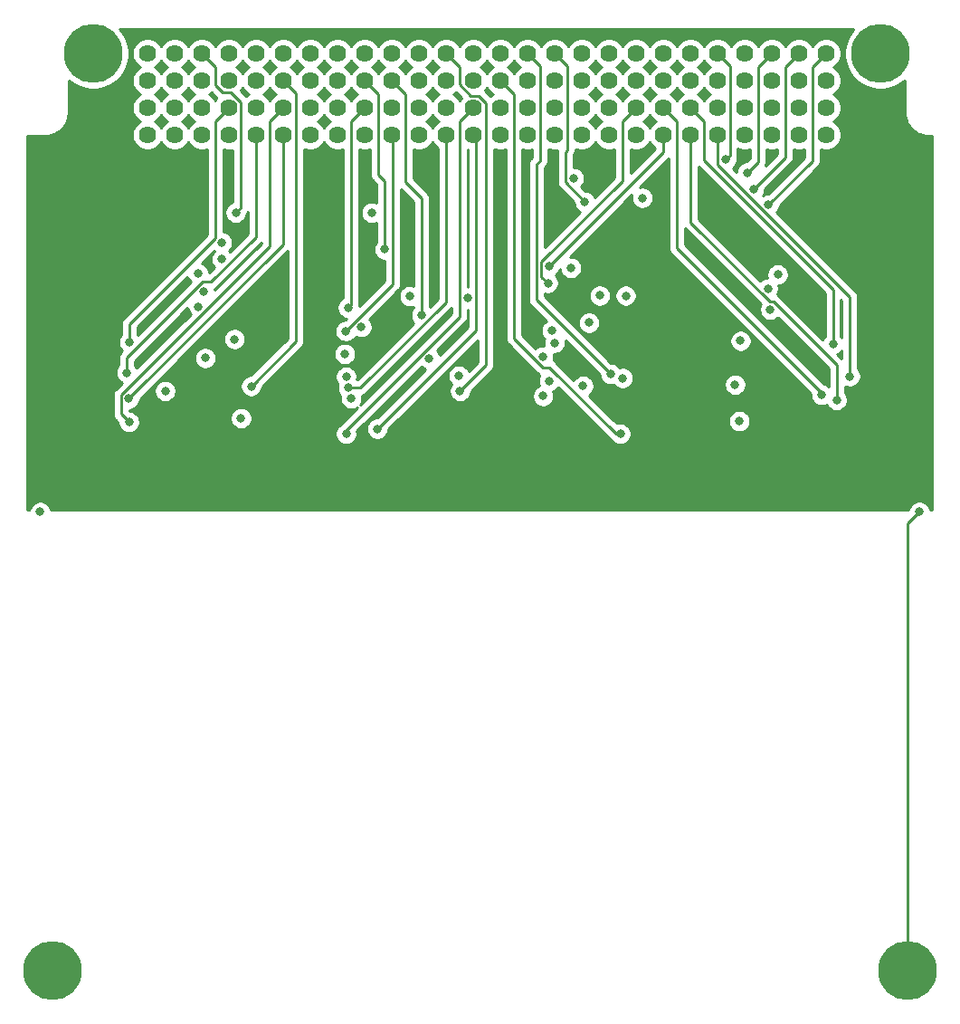
<source format=gbr>
%TF.GenerationSoftware,KiCad,Pcbnew,5.1.6-1.fc32*%
%TF.CreationDate,2020-09-11T22:13:51-03:00*%
%TF.ProjectId,pc104-adapter-top,70633130-342d-4616-9461-707465722d74,v2.0*%
%TF.SameCoordinates,Original*%
%TF.FileFunction,Copper,L2,Inr*%
%TF.FilePolarity,Positive*%
%FSLAX46Y46*%
G04 Gerber Fmt 4.6, Leading zero omitted, Abs format (unit mm)*
G04 Created by KiCad (PCBNEW 5.1.6-1.fc32) date 2020-09-11 22:13:51*
%MOMM*%
%LPD*%
G01*
G04 APERTURE LIST*
%TA.AperFunction,ViaPad*%
%ADD10C,5.500000*%
%TD*%
%TA.AperFunction,ViaPad*%
%ADD11C,1.620000*%
%TD*%
%TA.AperFunction,ViaPad*%
%ADD12C,0.800000*%
%TD*%
%TA.AperFunction,Conductor*%
%ADD13C,0.250000*%
%TD*%
%TA.AperFunction,NonConductor*%
%ADD14C,0.254000*%
%TD*%
G04 APERTURE END LIST*
D10*
%TO.N,GND*%
%TO.C,H3*%
X105350000Y-140866000D03*
%TD*%
%TO.N,GND*%
%TO.C,H4*%
X185390000Y-140866000D03*
%TD*%
D11*
%TO.N,/A52*%
%TO.C,J9*%
X177750000Y-55136000D03*
%TO.N,/A51*%
X177750000Y-57676000D03*
%TO.N,/A50*%
X175210000Y-55136000D03*
%TO.N,/A49*%
X175210000Y-57676000D03*
%TO.N,/A48*%
X172670000Y-55136000D03*
%TO.N,/A47*%
X172670000Y-57676000D03*
%TO.N,/A46*%
X170130000Y-55136000D03*
%TO.N,/A45*%
X170130000Y-57676000D03*
%TO.N,/A44*%
X167590000Y-55136000D03*
%TO.N,/A43*%
X167590000Y-57676000D03*
%TO.N,/A42*%
X165050000Y-55136000D03*
%TO.N,/A41*%
X165050000Y-57676000D03*
%TO.N,/A40*%
X162510000Y-55136000D03*
%TO.N,/A39*%
X162510000Y-57676000D03*
%TO.N,/A38*%
X159970000Y-55136000D03*
%TO.N,/A37*%
X159970000Y-57676000D03*
%TO.N,/A36*%
X157430000Y-55136000D03*
%TO.N,/A35*%
X157430000Y-57676000D03*
%TO.N,/A34*%
X154890000Y-55136000D03*
%TO.N,/A33*%
X154890000Y-57676000D03*
%TO.N,/A32*%
X152350000Y-55136000D03*
%TO.N,/A31*%
X152350000Y-57676000D03*
%TO.N,/A30*%
X149810000Y-55136000D03*
%TO.N,/A29*%
X149810000Y-57676000D03*
%TO.N,/A28*%
X147270000Y-55136000D03*
%TO.N,/A27*%
X147270000Y-57676000D03*
%TO.N,/A26*%
X144730000Y-55136000D03*
%TO.N,/A25*%
X144730000Y-57676000D03*
%TO.N,/A24*%
X142190000Y-55136000D03*
%TO.N,/A23*%
X142190000Y-57676000D03*
%TO.N,/A22*%
X139650000Y-55136000D03*
%TO.N,/A21*%
X139650000Y-57676000D03*
%TO.N,/A20*%
X137110000Y-55136000D03*
%TO.N,/A19*%
X137110000Y-57676000D03*
%TO.N,/A18*%
X134570000Y-55136000D03*
%TO.N,/A17*%
X134570000Y-57676000D03*
%TO.N,/A16*%
X132030000Y-55136000D03*
%TO.N,/A15*%
X132030000Y-57676000D03*
%TO.N,/A14*%
X129490000Y-55136000D03*
%TO.N,/A13*%
X129490000Y-57676000D03*
%TO.N,/A12*%
X126950000Y-55136000D03*
%TO.N,/A11*%
X126950000Y-57676000D03*
%TO.N,/A10*%
X124410000Y-55136000D03*
%TO.N,/A9*%
X124410000Y-57676000D03*
%TO.N,/A8*%
X121870000Y-55136000D03*
%TO.N,/A7*%
X121870000Y-57676000D03*
%TO.N,/A6*%
X119330000Y-55136000D03*
%TO.N,/A5*%
X119330000Y-57676000D03*
%TO.N,/A4*%
X116790000Y-55136000D03*
%TO.N,/A3*%
X116790000Y-57676000D03*
%TO.N,/A2*%
X114250000Y-55136000D03*
%TO.N,/A1*%
X114250000Y-57676000D03*
%TD*%
%TO.N,/B52*%
%TO.C,J10*%
X177750000Y-60216000D03*
%TO.N,/B51*%
X177750000Y-62756000D03*
%TO.N,/B50*%
X175210000Y-60216000D03*
%TO.N,/B49*%
X175210000Y-62756000D03*
%TO.N,/B48*%
X172670000Y-60216000D03*
%TO.N,/B47*%
X172670000Y-62756000D03*
%TO.N,/B46*%
X170130000Y-60216000D03*
%TO.N,/B45*%
X170130000Y-62756000D03*
%TO.N,/B44*%
X167590000Y-60216000D03*
%TO.N,/B43*%
X167590000Y-62756000D03*
%TO.N,/B42*%
X165050000Y-60216000D03*
%TO.N,/B41*%
X165050000Y-62756000D03*
%TO.N,/B40*%
X162510000Y-60216000D03*
%TO.N,/B39*%
X162510000Y-62756000D03*
%TO.N,/B38*%
X159970000Y-60216000D03*
%TO.N,/B37*%
X159970000Y-62756000D03*
%TO.N,/B36*%
X157430000Y-60216000D03*
%TO.N,/B35*%
X157430000Y-62756000D03*
%TO.N,/B34*%
X154890000Y-60216000D03*
%TO.N,/B33*%
X154890000Y-62756000D03*
%TO.N,/B32*%
X152350000Y-60216000D03*
%TO.N,/B31*%
X152350000Y-62756000D03*
%TO.N,/B30*%
X149810000Y-60216000D03*
%TO.N,/B29*%
X149810000Y-62756000D03*
%TO.N,/B28*%
X147270000Y-60216000D03*
%TO.N,/B27*%
X147270000Y-62756000D03*
%TO.N,/B26*%
X144730000Y-60216000D03*
%TO.N,/B25*%
X144730000Y-62756000D03*
%TO.N,/B24*%
X142190000Y-60216000D03*
%TO.N,/B23*%
X142190000Y-62756000D03*
%TO.N,/B22*%
X139650000Y-60216000D03*
%TO.N,/B21*%
X139650000Y-62756000D03*
%TO.N,/B20*%
X137110000Y-60216000D03*
%TO.N,/B19*%
X137110000Y-62756000D03*
%TO.N,/B18*%
X134570000Y-60216000D03*
%TO.N,/B17*%
X134570000Y-62756000D03*
%TO.N,/B16*%
X132030000Y-60216000D03*
%TO.N,/B15*%
X132030000Y-62756000D03*
%TO.N,/B14*%
X129490000Y-60216000D03*
%TO.N,/B13*%
X129490000Y-62756000D03*
%TO.N,/B12*%
X126950000Y-60216000D03*
%TO.N,/B11*%
X126950000Y-62756000D03*
%TO.N,/B10*%
X124410000Y-60216000D03*
%TO.N,/B9*%
X124410000Y-62756000D03*
%TO.N,/B8*%
X121870000Y-60216000D03*
%TO.N,/B7*%
X121870000Y-62756000D03*
%TO.N,/B6*%
X119330000Y-60216000D03*
%TO.N,/B5*%
X119330000Y-62756000D03*
%TO.N,/B4*%
X116790000Y-60216000D03*
%TO.N,/B3*%
X116790000Y-62756000D03*
%TO.N,/B2*%
X114250000Y-60216000D03*
%TO.N,/B1*%
X114250000Y-62756000D03*
%TD*%
D10*
%TO.N,GND*%
%TO.C,H2*%
X182840000Y-55136000D03*
%TD*%
%TO.N,GND*%
%TO.C,H1*%
X109160000Y-55136000D03*
%TD*%
D12*
%TO.N,GND*%
X104216400Y-98017200D03*
X186484400Y-98017200D03*
%TO.N,/A12*%
X123008400Y-89250000D03*
%TO.N,/A11*%
X123968200Y-86256800D03*
%TO.N,/A8*%
X119666200Y-83619600D03*
%TO.N,/A7*%
X122401300Y-81852200D03*
%TO.N,/A6*%
X122528100Y-70027700D03*
%TO.N,/A5*%
X119038500Y-78804600D03*
%TO.N,/A4*%
X119548300Y-77439900D03*
%TO.N,/A3*%
X121202300Y-72808700D03*
%TO.N,/A2*%
X119008000Y-75736900D03*
%TO.N,/A1*%
X121211500Y-74388100D03*
%TO.N,/A25*%
X144252600Y-78024700D03*
%TO.N,/A24*%
X143500400Y-86706300D03*
%TO.N,/A23*%
X143390200Y-85290900D03*
%TO.N,/A22*%
X140627600Y-83685900D03*
%TO.N,/A19*%
X139907100Y-79623100D03*
%TO.N,/A18*%
X138803400Y-77839800D03*
%TO.N,/A17*%
X136445300Y-73461300D03*
%TO.N,/A16*%
X135247000Y-70027700D03*
%TO.N,/A38*%
X160568500Y-68640200D03*
%TO.N,/A36*%
X159013100Y-77794400D03*
%TO.N,/A34*%
X156575900Y-77781100D03*
%TO.N,/A32*%
X155178100Y-68997000D03*
%TO.N,/A31*%
X158713300Y-85500000D03*
%TO.N,/A30*%
X157603500Y-85112700D03*
%TO.N,/A29*%
X155027600Y-86222100D03*
%TO.N,/A28*%
X151280400Y-83496800D03*
%TO.N,/A27*%
X158500700Y-90697200D03*
%TO.N,/A52*%
X172371900Y-69281200D03*
%TO.N,/A51*%
X173237400Y-75807400D03*
%TO.N,/A50*%
X170974700Y-67816900D03*
%TO.N,/A49*%
X172313400Y-77128900D03*
%TO.N,/A48*%
X170392500Y-66278600D03*
%TO.N,/A47*%
X172535200Y-79082600D03*
%TO.N,/A46*%
X169750000Y-82012900D03*
%TO.N,/A44*%
X168405500Y-65065100D03*
%TO.N,/A42*%
X169237700Y-86114600D03*
%TO.N,/A40*%
X169647400Y-89512900D03*
%TO.N,/B12*%
X112532500Y-89603300D03*
%TO.N,/B11*%
X112514600Y-87420800D03*
%TO.N,/B10*%
X115929800Y-86695600D03*
%TO.N,/B9*%
X112311500Y-84982700D03*
%TO.N,/B8*%
X112568100Y-82135100D03*
%TO.N,/B26*%
X132846100Y-90697200D03*
%TO.N,/B25*%
X135767000Y-90243400D03*
%TO.N,/B24*%
X133311300Y-87391400D03*
%TO.N,/B23*%
X133048800Y-86376700D03*
%TO.N,/B22*%
X132846100Y-85362100D03*
%TO.N,/B21*%
X132731200Y-83243400D03*
%TO.N,/B20*%
X134270300Y-80711900D03*
%TO.N,/B19*%
X132819600Y-81102900D03*
%TO.N,/B18*%
X133030200Y-78919300D03*
%TO.N,/B39*%
X151858900Y-75000100D03*
%TO.N,/B38*%
X151730700Y-76613100D03*
%TO.N,/B37*%
X153881200Y-75186100D03*
%TO.N,/B36*%
X154127500Y-66809200D03*
%TO.N,/B35*%
X155575600Y-80305900D03*
%TO.N,/B34*%
X152090300Y-81052400D03*
%TO.N,/B33*%
X152352800Y-82202800D03*
%TO.N,/B31*%
X151832900Y-85759600D03*
%TO.N,/B30*%
X151283900Y-87178800D03*
%TO.N,/B43*%
X179988500Y-85331100D03*
%TO.N,/B42*%
X178397300Y-82320600D03*
%TO.N,/B41*%
X178751100Y-87559400D03*
%TO.N,/B40*%
X177339900Y-87071900D03*
%TD*%
D13*
%TO.N,GND*%
X186484400Y-98017200D02*
X185390000Y-99111600D01*
X185390000Y-99111600D02*
X185390000Y-140866000D01*
%TO.N,/A11*%
X123968200Y-86256800D02*
X128140600Y-82084400D01*
X128140600Y-82084400D02*
X128140600Y-58866600D01*
X128140600Y-58866600D02*
X126950000Y-57676000D01*
%TO.N,/A6*%
X122528100Y-70027700D02*
X123005400Y-69550400D01*
X123005400Y-69550400D02*
X123005400Y-59740500D01*
X123005400Y-59740500D02*
X122076300Y-58811400D01*
X122076300Y-58811400D02*
X121311100Y-58811400D01*
X121311100Y-58811400D02*
X120600000Y-58100300D01*
X120600000Y-58100300D02*
X120600000Y-56406000D01*
X120600000Y-56406000D02*
X119330000Y-55136000D01*
%TO.N,/A24*%
X143500400Y-86706300D02*
X145910400Y-84296300D01*
X145910400Y-84296300D02*
X145910400Y-59782200D01*
X145910400Y-59782200D02*
X145208800Y-59080600D01*
X145208800Y-59080600D02*
X144523700Y-59080600D01*
X144523700Y-59080600D02*
X143460000Y-58016900D01*
X143460000Y-58016900D02*
X143460000Y-56406000D01*
X143460000Y-56406000D02*
X142190000Y-55136000D01*
%TO.N,/A19*%
X139907100Y-79623100D02*
X139907100Y-68681100D01*
X139907100Y-68681100D02*
X138380000Y-67154000D01*
X138380000Y-67154000D02*
X138380000Y-58946000D01*
X138380000Y-58946000D02*
X137110000Y-57676000D01*
%TO.N,/A17*%
X136445300Y-73461300D02*
X136445300Y-67066600D01*
X136445300Y-67066600D02*
X135840000Y-66461300D01*
X135840000Y-66461300D02*
X135840000Y-58946000D01*
X135840000Y-58946000D02*
X134570000Y-57676000D01*
%TO.N,/A32*%
X152350000Y-55136000D02*
X153540600Y-56326600D01*
X153540600Y-56326600D02*
X153540600Y-64169500D01*
X153540600Y-64169500D02*
X153341100Y-64369000D01*
X153341100Y-64369000D02*
X153341100Y-67160000D01*
X153341100Y-67160000D02*
X155178100Y-68997000D01*
%TO.N,/A30*%
X149810000Y-55136000D02*
X151000600Y-56326600D01*
X151000600Y-56326600D02*
X151000600Y-65159000D01*
X151000600Y-65159000D02*
X150647400Y-65512200D01*
X150647400Y-65512200D02*
X150647400Y-78156600D01*
X150647400Y-78156600D02*
X157603500Y-85112700D01*
%TO.N,/A27*%
X158500700Y-90697200D02*
X158088900Y-90697200D01*
X158088900Y-90697200D02*
X151893200Y-84501500D01*
X151893200Y-84501500D02*
X151251300Y-84501500D01*
X151251300Y-84501500D02*
X148540000Y-81790200D01*
X148540000Y-81790200D02*
X148540000Y-58946000D01*
X148540000Y-58946000D02*
X147270000Y-57676000D01*
%TO.N,/A52*%
X172371900Y-69281200D02*
X176480000Y-65173100D01*
X176480000Y-65173100D02*
X176480000Y-56406000D01*
X176480000Y-56406000D02*
X177750000Y-55136000D01*
%TO.N,/A50*%
X170974700Y-67816900D02*
X173940000Y-64851600D01*
X173940000Y-64851600D02*
X173940000Y-56406000D01*
X173940000Y-56406000D02*
X175210000Y-55136000D01*
%TO.N,/A48*%
X170392500Y-66278600D02*
X171400000Y-65271100D01*
X171400000Y-65271100D02*
X171400000Y-56406000D01*
X171400000Y-56406000D02*
X172670000Y-55136000D01*
%TO.N,/A44*%
X168405500Y-65065100D02*
X168746400Y-64724200D01*
X168746400Y-64724200D02*
X168746400Y-56292400D01*
X168746400Y-56292400D02*
X167590000Y-55136000D01*
%TO.N,/B12*%
X112532500Y-89603300D02*
X111789200Y-88860000D01*
X111789200Y-88860000D02*
X111789200Y-87092500D01*
X111789200Y-87092500D02*
X125680000Y-73201700D01*
X125680000Y-73201700D02*
X125680000Y-61486000D01*
X125680000Y-61486000D02*
X126950000Y-60216000D01*
%TO.N,/B11*%
X112514600Y-87420800D02*
X126950000Y-72985400D01*
X126950000Y-72985400D02*
X126950000Y-62756000D01*
%TO.N,/B9*%
X124410000Y-62756000D02*
X124410000Y-72297400D01*
X124410000Y-72297400D02*
X120216000Y-76491400D01*
X120216000Y-76491400D02*
X119410100Y-76491400D01*
X119410100Y-76491400D02*
X112311500Y-83590000D01*
X112311500Y-83590000D02*
X112311500Y-84982700D01*
%TO.N,/B8*%
X112568100Y-82135100D02*
X112568100Y-80417100D01*
X112568100Y-80417100D02*
X120600000Y-72385200D01*
X120600000Y-72385200D02*
X120600000Y-61486000D01*
X120600000Y-61486000D02*
X121870000Y-60216000D01*
%TO.N,/B26*%
X132846100Y-90697200D02*
X132846100Y-90365900D01*
X132846100Y-90365900D02*
X143460000Y-79752000D01*
X143460000Y-79752000D02*
X143460000Y-61486000D01*
X143460000Y-61486000D02*
X144730000Y-60216000D01*
%TO.N,/B25*%
X135767000Y-90243400D02*
X144981900Y-81028500D01*
X144981900Y-81028500D02*
X144981900Y-63007900D01*
X144981900Y-63007900D02*
X144730000Y-62756000D01*
%TO.N,/B23*%
X133048800Y-86376700D02*
X134199900Y-86376700D01*
X134199900Y-86376700D02*
X142190000Y-78386600D01*
X142190000Y-78386600D02*
X142190000Y-62756000D01*
%TO.N,/B19*%
X137110000Y-62756000D02*
X137212400Y-62858400D01*
X137212400Y-62858400D02*
X137212400Y-76710100D01*
X137212400Y-76710100D02*
X132819600Y-81102900D01*
%TO.N,/B18*%
X133030200Y-78919300D02*
X133300000Y-78649500D01*
X133300000Y-78649500D02*
X133300000Y-61486000D01*
X133300000Y-61486000D02*
X134570000Y-60216000D01*
%TO.N,/B39*%
X151858900Y-75000100D02*
X162510000Y-64349000D01*
X162510000Y-64349000D02*
X162510000Y-62756000D01*
%TO.N,/B38*%
X151730700Y-76613100D02*
X151127400Y-76009800D01*
X151127400Y-76009800D02*
X151127400Y-74643800D01*
X151127400Y-74643800D02*
X158700000Y-67071200D01*
X158700000Y-67071200D02*
X158700000Y-61486000D01*
X158700000Y-61486000D02*
X159970000Y-60216000D01*
%TO.N,/B43*%
X167590000Y-62756000D02*
X167590000Y-65525000D01*
X167590000Y-65525000D02*
X179988500Y-77923500D01*
X179988500Y-77923500D02*
X179988500Y-85331100D01*
%TO.N,/B42*%
X178397300Y-82320600D02*
X178397300Y-77232000D01*
X178397300Y-77232000D02*
X166320000Y-65154700D01*
X166320000Y-65154700D02*
X166320000Y-61486000D01*
X166320000Y-61486000D02*
X165050000Y-60216000D01*
%TO.N,/B41*%
X178751100Y-87559400D02*
X178751100Y-84272700D01*
X178751100Y-84272700D02*
X172835700Y-78357300D01*
X172835700Y-78357300D02*
X172473000Y-78357300D01*
X172473000Y-78357300D02*
X165050000Y-70934300D01*
X165050000Y-70934300D02*
X165050000Y-62756000D01*
%TO.N,/B40*%
X177339900Y-87071900D02*
X177339900Y-86887000D01*
X177339900Y-86887000D02*
X163780000Y-73327100D01*
X163780000Y-73327100D02*
X163780000Y-61486000D01*
X163780000Y-61486000D02*
X162510000Y-60216000D01*
%TD*%
D14*
G36*
X180210698Y-52978188D02*
G01*
X179840252Y-53532601D01*
X179585083Y-54148632D01*
X179455000Y-54802607D01*
X179455000Y-55469393D01*
X179585083Y-56123368D01*
X179840252Y-56739399D01*
X180210698Y-57293812D01*
X180682188Y-57765302D01*
X181236601Y-58135748D01*
X181852632Y-58390917D01*
X182506607Y-58521000D01*
X183173393Y-58521000D01*
X183827368Y-58390917D01*
X184443399Y-58135748D01*
X184997812Y-57765302D01*
X185130000Y-57633114D01*
X185130000Y-60670876D01*
X185133024Y-60701575D01*
X185132959Y-60710820D01*
X185133926Y-60720686D01*
X185164526Y-61011831D01*
X185177466Y-61074868D01*
X185189524Y-61138080D01*
X185192389Y-61147570D01*
X185278957Y-61427226D01*
X185303883Y-61486521D01*
X185328001Y-61546215D01*
X185332655Y-61554967D01*
X185471894Y-61812483D01*
X185507873Y-61865825D01*
X185543114Y-61919678D01*
X185549379Y-61927360D01*
X185735984Y-62152927D01*
X185781621Y-62198246D01*
X185826669Y-62244248D01*
X185834308Y-62250566D01*
X186061172Y-62435592D01*
X186114732Y-62471177D01*
X186167868Y-62507560D01*
X186176588Y-62512275D01*
X186435069Y-62649712D01*
X186494544Y-62674225D01*
X186553711Y-62699584D01*
X186563181Y-62702516D01*
X186843435Y-62787130D01*
X186906525Y-62799622D01*
X186969506Y-62813009D01*
X186979365Y-62814045D01*
X187270717Y-62842612D01*
X187270723Y-62842612D01*
X187305123Y-62846000D01*
X187690001Y-62846000D01*
X187690001Y-97773000D01*
X187491103Y-97773000D01*
X187479626Y-97715302D01*
X187401605Y-97526944D01*
X187288337Y-97357426D01*
X187144174Y-97213263D01*
X186974656Y-97099995D01*
X186786298Y-97021974D01*
X186586339Y-96982200D01*
X186382461Y-96982200D01*
X186182502Y-97021974D01*
X185994144Y-97099995D01*
X185824626Y-97213263D01*
X185680463Y-97357426D01*
X185567195Y-97526944D01*
X185489174Y-97715302D01*
X185477697Y-97773000D01*
X105223103Y-97773000D01*
X105211626Y-97715302D01*
X105133605Y-97526944D01*
X105020337Y-97357426D01*
X104876174Y-97213263D01*
X104706656Y-97099995D01*
X104518298Y-97021974D01*
X104318339Y-96982200D01*
X104114461Y-96982200D01*
X103914502Y-97021974D01*
X103726144Y-97099995D01*
X103556626Y-97213263D01*
X103412463Y-97357426D01*
X103299195Y-97526944D01*
X103221174Y-97715302D01*
X103209697Y-97773000D01*
X103010000Y-97773000D01*
X103010000Y-87092500D01*
X111025524Y-87092500D01*
X111029201Y-87129832D01*
X111029200Y-88822677D01*
X111025524Y-88860000D01*
X111029200Y-88897322D01*
X111029200Y-88897332D01*
X111040197Y-89008985D01*
X111082385Y-89148061D01*
X111083654Y-89152246D01*
X111154226Y-89284276D01*
X111194071Y-89332826D01*
X111249199Y-89400001D01*
X111278202Y-89423803D01*
X111497500Y-89643101D01*
X111497500Y-89705239D01*
X111537274Y-89905198D01*
X111615295Y-90093556D01*
X111728563Y-90263074D01*
X111872726Y-90407237D01*
X112042244Y-90520505D01*
X112230602Y-90598526D01*
X112430561Y-90638300D01*
X112634439Y-90638300D01*
X112834398Y-90598526D01*
X113022756Y-90520505D01*
X113192274Y-90407237D01*
X113336437Y-90263074D01*
X113449705Y-90093556D01*
X113527726Y-89905198D01*
X113567500Y-89705239D01*
X113567500Y-89501361D01*
X113527726Y-89301402D01*
X113464210Y-89148061D01*
X121973400Y-89148061D01*
X121973400Y-89351939D01*
X122013174Y-89551898D01*
X122091195Y-89740256D01*
X122204463Y-89909774D01*
X122348626Y-90053937D01*
X122518144Y-90167205D01*
X122706502Y-90245226D01*
X122906461Y-90285000D01*
X123110339Y-90285000D01*
X123310298Y-90245226D01*
X123498656Y-90167205D01*
X123668174Y-90053937D01*
X123812337Y-89909774D01*
X123925605Y-89740256D01*
X124003626Y-89551898D01*
X124043400Y-89351939D01*
X124043400Y-89148061D01*
X124003626Y-88948102D01*
X123925605Y-88759744D01*
X123812337Y-88590226D01*
X123668174Y-88446063D01*
X123498656Y-88332795D01*
X123310298Y-88254774D01*
X123110339Y-88215000D01*
X122906461Y-88215000D01*
X122706502Y-88254774D01*
X122518144Y-88332795D01*
X122348626Y-88446063D01*
X122204463Y-88590226D01*
X122091195Y-88759744D01*
X122013174Y-88948102D01*
X121973400Y-89148061D01*
X113464210Y-89148061D01*
X113449705Y-89113044D01*
X113336437Y-88943526D01*
X113192274Y-88799363D01*
X113022756Y-88686095D01*
X112834398Y-88608074D01*
X112634439Y-88568300D01*
X112572301Y-88568300D01*
X112549200Y-88545199D01*
X112549200Y-88455800D01*
X112616539Y-88455800D01*
X112816498Y-88416026D01*
X113004856Y-88338005D01*
X113174374Y-88224737D01*
X113318537Y-88080574D01*
X113431805Y-87911056D01*
X113509826Y-87722698D01*
X113549600Y-87522739D01*
X113549600Y-87460601D01*
X114416540Y-86593661D01*
X114894800Y-86593661D01*
X114894800Y-86797539D01*
X114934574Y-86997498D01*
X115012595Y-87185856D01*
X115125863Y-87355374D01*
X115270026Y-87499537D01*
X115439544Y-87612805D01*
X115627902Y-87690826D01*
X115827861Y-87730600D01*
X116031739Y-87730600D01*
X116231698Y-87690826D01*
X116420056Y-87612805D01*
X116589574Y-87499537D01*
X116733737Y-87355374D01*
X116847005Y-87185856D01*
X116925026Y-86997498D01*
X116964800Y-86797539D01*
X116964800Y-86593661D01*
X116925026Y-86393702D01*
X116847005Y-86205344D01*
X116733737Y-86035826D01*
X116589574Y-85891663D01*
X116420056Y-85778395D01*
X116231698Y-85700374D01*
X116031739Y-85660600D01*
X115827861Y-85660600D01*
X115627902Y-85700374D01*
X115439544Y-85778395D01*
X115270026Y-85891663D01*
X115125863Y-86035826D01*
X115012595Y-86205344D01*
X114934574Y-86393702D01*
X114894800Y-86593661D01*
X114416540Y-86593661D01*
X117492540Y-83517661D01*
X118631200Y-83517661D01*
X118631200Y-83721539D01*
X118670974Y-83921498D01*
X118748995Y-84109856D01*
X118862263Y-84279374D01*
X119006426Y-84423537D01*
X119175944Y-84536805D01*
X119364302Y-84614826D01*
X119564261Y-84654600D01*
X119768139Y-84654600D01*
X119968098Y-84614826D01*
X120156456Y-84536805D01*
X120325974Y-84423537D01*
X120470137Y-84279374D01*
X120583405Y-84109856D01*
X120661426Y-83921498D01*
X120701200Y-83721539D01*
X120701200Y-83517661D01*
X120661426Y-83317702D01*
X120583405Y-83129344D01*
X120470137Y-82959826D01*
X120325974Y-82815663D01*
X120156456Y-82702395D01*
X119968098Y-82624374D01*
X119768139Y-82584600D01*
X119564261Y-82584600D01*
X119364302Y-82624374D01*
X119175944Y-82702395D01*
X119006426Y-82815663D01*
X118862263Y-82959826D01*
X118748995Y-83129344D01*
X118670974Y-83317702D01*
X118631200Y-83517661D01*
X117492540Y-83517661D01*
X119259940Y-81750261D01*
X121366300Y-81750261D01*
X121366300Y-81954139D01*
X121406074Y-82154098D01*
X121484095Y-82342456D01*
X121597363Y-82511974D01*
X121741526Y-82656137D01*
X121911044Y-82769405D01*
X122099402Y-82847426D01*
X122299361Y-82887200D01*
X122503239Y-82887200D01*
X122703198Y-82847426D01*
X122891556Y-82769405D01*
X123061074Y-82656137D01*
X123205237Y-82511974D01*
X123318505Y-82342456D01*
X123396526Y-82154098D01*
X123436300Y-81954139D01*
X123436300Y-81750261D01*
X123396526Y-81550302D01*
X123318505Y-81361944D01*
X123205237Y-81192426D01*
X123061074Y-81048263D01*
X122891556Y-80934995D01*
X122703198Y-80856974D01*
X122503239Y-80817200D01*
X122299361Y-80817200D01*
X122099402Y-80856974D01*
X121911044Y-80934995D01*
X121741526Y-81048263D01*
X121597363Y-81192426D01*
X121484095Y-81361944D01*
X121406074Y-81550302D01*
X121366300Y-81750261D01*
X119259940Y-81750261D01*
X127380600Y-73629603D01*
X127380600Y-81769598D01*
X123928399Y-85221800D01*
X123866261Y-85221800D01*
X123666302Y-85261574D01*
X123477944Y-85339595D01*
X123308426Y-85452863D01*
X123164263Y-85597026D01*
X123050995Y-85766544D01*
X122972974Y-85954902D01*
X122933200Y-86154861D01*
X122933200Y-86358739D01*
X122972974Y-86558698D01*
X123050995Y-86747056D01*
X123164263Y-86916574D01*
X123308426Y-87060737D01*
X123477944Y-87174005D01*
X123666302Y-87252026D01*
X123866261Y-87291800D01*
X124070139Y-87291800D01*
X124270098Y-87252026D01*
X124458456Y-87174005D01*
X124627974Y-87060737D01*
X124772137Y-86916574D01*
X124885405Y-86747056D01*
X124963426Y-86558698D01*
X125003200Y-86358739D01*
X125003200Y-86296601D01*
X128158340Y-83141461D01*
X131696200Y-83141461D01*
X131696200Y-83345339D01*
X131735974Y-83545298D01*
X131813995Y-83733656D01*
X131927263Y-83903174D01*
X132071426Y-84047337D01*
X132240944Y-84160605D01*
X132429302Y-84238626D01*
X132629261Y-84278400D01*
X132833139Y-84278400D01*
X133033098Y-84238626D01*
X133221456Y-84160605D01*
X133390974Y-84047337D01*
X133535137Y-83903174D01*
X133648405Y-83733656D01*
X133726426Y-83545298D01*
X133766200Y-83345339D01*
X133766200Y-83141461D01*
X133726426Y-82941502D01*
X133648405Y-82753144D01*
X133535137Y-82583626D01*
X133390974Y-82439463D01*
X133221456Y-82326195D01*
X133033098Y-82248174D01*
X132833139Y-82208400D01*
X132629261Y-82208400D01*
X132429302Y-82248174D01*
X132240944Y-82326195D01*
X132071426Y-82439463D01*
X131927263Y-82583626D01*
X131813995Y-82753144D01*
X131735974Y-82941502D01*
X131696200Y-83141461D01*
X128158340Y-83141461D01*
X128651604Y-82648198D01*
X128680601Y-82624401D01*
X128775574Y-82508676D01*
X128846146Y-82376647D01*
X128889603Y-82233386D01*
X128900600Y-82121733D01*
X128900600Y-82121725D01*
X128904276Y-82084400D01*
X128900600Y-82047075D01*
X128900600Y-64075920D01*
X129068509Y-64145470D01*
X129347680Y-64201000D01*
X129632320Y-64201000D01*
X129911491Y-64145470D01*
X130174464Y-64036543D01*
X130411134Y-63878405D01*
X130612405Y-63677134D01*
X130760000Y-63456243D01*
X130907595Y-63677134D01*
X131108866Y-63878405D01*
X131345536Y-64036543D01*
X131608509Y-64145470D01*
X131887680Y-64201000D01*
X132172320Y-64201000D01*
X132451491Y-64145470D01*
X132540001Y-64108808D01*
X132540000Y-78002072D01*
X132539944Y-78002095D01*
X132370426Y-78115363D01*
X132226263Y-78259526D01*
X132112995Y-78429044D01*
X132034974Y-78617402D01*
X131995200Y-78817361D01*
X131995200Y-79021239D01*
X132034974Y-79221198D01*
X132112995Y-79409556D01*
X132226263Y-79579074D01*
X132370426Y-79723237D01*
X132539944Y-79836505D01*
X132728302Y-79914526D01*
X132899183Y-79948516D01*
X132779799Y-80067900D01*
X132717661Y-80067900D01*
X132517702Y-80107674D01*
X132329344Y-80185695D01*
X132159826Y-80298963D01*
X132015663Y-80443126D01*
X131902395Y-80612644D01*
X131824374Y-80801002D01*
X131784600Y-81000961D01*
X131784600Y-81204839D01*
X131824374Y-81404798D01*
X131902395Y-81593156D01*
X132015663Y-81762674D01*
X132159826Y-81906837D01*
X132329344Y-82020105D01*
X132517702Y-82098126D01*
X132717661Y-82137900D01*
X132921539Y-82137900D01*
X133121498Y-82098126D01*
X133309856Y-82020105D01*
X133479374Y-81906837D01*
X133623537Y-81762674D01*
X133733545Y-81598035D01*
X133780044Y-81629105D01*
X133968402Y-81707126D01*
X134168361Y-81746900D01*
X134372239Y-81746900D01*
X134572198Y-81707126D01*
X134760556Y-81629105D01*
X134930074Y-81515837D01*
X135074237Y-81371674D01*
X135187505Y-81202156D01*
X135265526Y-81013798D01*
X135305300Y-80813839D01*
X135305300Y-80609961D01*
X135265526Y-80410002D01*
X135187505Y-80221644D01*
X135074237Y-80052126D01*
X135009706Y-79987595D01*
X137723403Y-77273899D01*
X137752401Y-77250101D01*
X137847374Y-77134376D01*
X137917946Y-77002347D01*
X137961403Y-76859086D01*
X137972400Y-76747433D01*
X137972400Y-76747424D01*
X137976076Y-76710101D01*
X137972400Y-76672778D01*
X137972400Y-67821201D01*
X139147101Y-68995903D01*
X139147100Y-76861889D01*
X139105298Y-76844574D01*
X138905339Y-76804800D01*
X138701461Y-76804800D01*
X138501502Y-76844574D01*
X138313144Y-76922595D01*
X138143626Y-77035863D01*
X137999463Y-77180026D01*
X137886195Y-77349544D01*
X137808174Y-77537902D01*
X137768400Y-77737861D01*
X137768400Y-77941739D01*
X137808174Y-78141698D01*
X137886195Y-78330056D01*
X137999463Y-78499574D01*
X138143626Y-78643737D01*
X138313144Y-78757005D01*
X138501502Y-78835026D01*
X138701461Y-78874800D01*
X138905339Y-78874800D01*
X139105298Y-78835026D01*
X139147100Y-78817711D01*
X139147100Y-78919389D01*
X139103163Y-78963326D01*
X138989895Y-79132844D01*
X138911874Y-79321202D01*
X138872100Y-79521161D01*
X138872100Y-79725039D01*
X138911874Y-79924998D01*
X138989895Y-80113356D01*
X139103163Y-80282874D01*
X139161044Y-80340755D01*
X133885099Y-85616700D01*
X133850734Y-85616700D01*
X133881100Y-85464039D01*
X133881100Y-85260161D01*
X133841326Y-85060202D01*
X133763305Y-84871844D01*
X133650037Y-84702326D01*
X133505874Y-84558163D01*
X133336356Y-84444895D01*
X133147998Y-84366874D01*
X132948039Y-84327100D01*
X132744161Y-84327100D01*
X132544202Y-84366874D01*
X132355844Y-84444895D01*
X132186326Y-84558163D01*
X132042163Y-84702326D01*
X131928895Y-84871844D01*
X131850874Y-85060202D01*
X131811100Y-85260161D01*
X131811100Y-85464039D01*
X131850874Y-85663998D01*
X131928895Y-85852356D01*
X132042163Y-86021874D01*
X132065734Y-86045445D01*
X132053574Y-86074802D01*
X132013800Y-86274761D01*
X132013800Y-86478639D01*
X132053574Y-86678598D01*
X132131595Y-86866956D01*
X132244863Y-87036474D01*
X132313057Y-87104668D01*
X132276300Y-87289461D01*
X132276300Y-87493339D01*
X132316074Y-87693298D01*
X132394095Y-87881656D01*
X132507363Y-88051174D01*
X132651526Y-88195337D01*
X132821044Y-88308605D01*
X133009402Y-88386626D01*
X133209361Y-88426400D01*
X133413239Y-88426400D01*
X133613198Y-88386626D01*
X133801556Y-88308605D01*
X133883039Y-88254160D01*
X132358166Y-89779033D01*
X132355844Y-89779995D01*
X132186326Y-89893263D01*
X132042163Y-90037426D01*
X131928895Y-90206944D01*
X131850874Y-90395302D01*
X131811100Y-90595261D01*
X131811100Y-90799139D01*
X131850874Y-90999098D01*
X131928895Y-91187456D01*
X132042163Y-91356974D01*
X132186326Y-91501137D01*
X132355844Y-91614405D01*
X132544202Y-91692426D01*
X132744161Y-91732200D01*
X132948039Y-91732200D01*
X133147998Y-91692426D01*
X133336356Y-91614405D01*
X133505874Y-91501137D01*
X133650037Y-91356974D01*
X133763305Y-91187456D01*
X133841326Y-90999098D01*
X133881100Y-90799139D01*
X133881100Y-90595261D01*
X133849650Y-90437151D01*
X139882395Y-84404406D01*
X139967826Y-84489837D01*
X140137344Y-84603105D01*
X140275335Y-84660263D01*
X135727199Y-89208400D01*
X135665061Y-89208400D01*
X135465102Y-89248174D01*
X135276744Y-89326195D01*
X135107226Y-89439463D01*
X134963063Y-89583626D01*
X134849795Y-89753144D01*
X134771774Y-89941502D01*
X134732000Y-90141461D01*
X134732000Y-90345339D01*
X134771774Y-90545298D01*
X134849795Y-90733656D01*
X134963063Y-90903174D01*
X135107226Y-91047337D01*
X135276744Y-91160605D01*
X135465102Y-91238626D01*
X135665061Y-91278400D01*
X135868939Y-91278400D01*
X136068898Y-91238626D01*
X136257256Y-91160605D01*
X136426774Y-91047337D01*
X136570937Y-90903174D01*
X136684205Y-90733656D01*
X136762226Y-90545298D01*
X136802000Y-90345339D01*
X136802000Y-90283201D01*
X145150400Y-81934802D01*
X145150400Y-83981498D01*
X144314390Y-84817508D01*
X144307405Y-84800644D01*
X144194137Y-84631126D01*
X144049974Y-84486963D01*
X143880456Y-84373695D01*
X143692098Y-84295674D01*
X143492139Y-84255900D01*
X143288261Y-84255900D01*
X143088302Y-84295674D01*
X142899944Y-84373695D01*
X142730426Y-84486963D01*
X142586263Y-84631126D01*
X142472995Y-84800644D01*
X142394974Y-84989002D01*
X142355200Y-85188961D01*
X142355200Y-85392839D01*
X142394974Y-85592798D01*
X142472995Y-85781156D01*
X142586263Y-85950674D01*
X142690716Y-86055127D01*
X142583195Y-86216044D01*
X142505174Y-86404402D01*
X142465400Y-86604361D01*
X142465400Y-86808239D01*
X142505174Y-87008198D01*
X142583195Y-87196556D01*
X142696463Y-87366074D01*
X142840626Y-87510237D01*
X143010144Y-87623505D01*
X143198502Y-87701526D01*
X143398461Y-87741300D01*
X143602339Y-87741300D01*
X143802298Y-87701526D01*
X143990656Y-87623505D01*
X144160174Y-87510237D01*
X144304337Y-87366074D01*
X144417605Y-87196556D01*
X144495626Y-87008198D01*
X144535400Y-86808239D01*
X144535400Y-86746101D01*
X146421404Y-84860098D01*
X146450401Y-84836301D01*
X146545374Y-84720576D01*
X146615946Y-84588547D01*
X146659403Y-84445286D01*
X146670400Y-84333633D01*
X146670400Y-84333625D01*
X146674076Y-84296300D01*
X146670400Y-84258975D01*
X146670400Y-64071695D01*
X146848509Y-64145470D01*
X147127680Y-64201000D01*
X147412320Y-64201000D01*
X147691491Y-64145470D01*
X147780001Y-64108808D01*
X147780000Y-81752878D01*
X147776324Y-81790200D01*
X147780000Y-81827522D01*
X147780000Y-81827532D01*
X147790997Y-81939185D01*
X147819504Y-82033161D01*
X147834454Y-82082446D01*
X147905026Y-82214476D01*
X147932682Y-82248174D01*
X147999999Y-82330201D01*
X148029003Y-82354004D01*
X150687500Y-85012502D01*
X150711299Y-85041501D01*
X150827024Y-85136474D01*
X150957777Y-85206364D01*
X150915695Y-85269344D01*
X150837674Y-85457702D01*
X150797900Y-85657661D01*
X150797900Y-85861539D01*
X150837674Y-86061498D01*
X150901971Y-86216724D01*
X150793644Y-86261595D01*
X150624126Y-86374863D01*
X150479963Y-86519026D01*
X150366695Y-86688544D01*
X150288674Y-86876902D01*
X150248900Y-87076861D01*
X150248900Y-87280739D01*
X150288674Y-87480698D01*
X150366695Y-87669056D01*
X150479963Y-87838574D01*
X150624126Y-87982737D01*
X150793644Y-88096005D01*
X150982002Y-88174026D01*
X151181961Y-88213800D01*
X151385839Y-88213800D01*
X151585798Y-88174026D01*
X151774156Y-88096005D01*
X151943674Y-87982737D01*
X152087837Y-87838574D01*
X152201105Y-87669056D01*
X152279126Y-87480698D01*
X152318900Y-87280739D01*
X152318900Y-87076861D01*
X152279126Y-86876902D01*
X152214829Y-86721676D01*
X152323156Y-86676805D01*
X152492674Y-86563537D01*
X152636837Y-86419374D01*
X152676665Y-86359767D01*
X157525101Y-91208203D01*
X157548899Y-91237201D01*
X157577897Y-91260999D01*
X157664623Y-91332174D01*
X157688842Y-91345119D01*
X157696763Y-91356974D01*
X157840926Y-91501137D01*
X158010444Y-91614405D01*
X158198802Y-91692426D01*
X158398761Y-91732200D01*
X158602639Y-91732200D01*
X158802598Y-91692426D01*
X158990956Y-91614405D01*
X159160474Y-91501137D01*
X159304637Y-91356974D01*
X159417905Y-91187456D01*
X159495926Y-90999098D01*
X159535700Y-90799139D01*
X159535700Y-90595261D01*
X159495926Y-90395302D01*
X159417905Y-90206944D01*
X159304637Y-90037426D01*
X159160474Y-89893263D01*
X158990956Y-89779995D01*
X158802598Y-89701974D01*
X158602639Y-89662200D01*
X158398761Y-89662200D01*
X158198802Y-89701974D01*
X158177358Y-89710856D01*
X157877463Y-89410961D01*
X168612400Y-89410961D01*
X168612400Y-89614839D01*
X168652174Y-89814798D01*
X168730195Y-90003156D01*
X168843463Y-90172674D01*
X168987626Y-90316837D01*
X169157144Y-90430105D01*
X169345502Y-90508126D01*
X169545461Y-90547900D01*
X169749339Y-90547900D01*
X169949298Y-90508126D01*
X170137656Y-90430105D01*
X170307174Y-90316837D01*
X170451337Y-90172674D01*
X170564605Y-90003156D01*
X170642626Y-89814798D01*
X170682400Y-89614839D01*
X170682400Y-89410961D01*
X170642626Y-89211002D01*
X170564605Y-89022644D01*
X170451337Y-88853126D01*
X170307174Y-88708963D01*
X170137656Y-88595695D01*
X169949298Y-88517674D01*
X169749339Y-88477900D01*
X169545461Y-88477900D01*
X169345502Y-88517674D01*
X169157144Y-88595695D01*
X168987626Y-88708963D01*
X168843463Y-88853126D01*
X168730195Y-89022644D01*
X168652174Y-89211002D01*
X168612400Y-89410961D01*
X157877463Y-89410961D01*
X155570579Y-87104077D01*
X155687374Y-87026037D01*
X155831537Y-86881874D01*
X155944805Y-86712356D01*
X156022826Y-86523998D01*
X156062600Y-86324039D01*
X156062600Y-86120161D01*
X156022826Y-85920202D01*
X155944805Y-85731844D01*
X155831537Y-85562326D01*
X155687374Y-85418163D01*
X155517856Y-85304895D01*
X155329498Y-85226874D01*
X155129539Y-85187100D01*
X154925661Y-85187100D01*
X154725702Y-85226874D01*
X154537344Y-85304895D01*
X154367826Y-85418163D01*
X154223663Y-85562326D01*
X154145623Y-85679122D01*
X152457004Y-83990503D01*
X152433201Y-83961499D01*
X152317476Y-83866526D01*
X152260210Y-83835916D01*
X152275626Y-83798698D01*
X152315400Y-83598739D01*
X152315400Y-83394861D01*
X152284159Y-83237800D01*
X152454739Y-83237800D01*
X152654698Y-83198026D01*
X152843056Y-83120005D01*
X153012574Y-83006737D01*
X153156737Y-82862574D01*
X153270005Y-82693056D01*
X153348026Y-82504698D01*
X153387800Y-82304739D01*
X153387800Y-82100861D01*
X153355754Y-81939756D01*
X156568500Y-85152502D01*
X156568500Y-85214639D01*
X156608274Y-85414598D01*
X156686295Y-85602956D01*
X156799563Y-85772474D01*
X156943726Y-85916637D01*
X157113244Y-86029905D01*
X157301602Y-86107926D01*
X157501561Y-86147700D01*
X157705439Y-86147700D01*
X157878318Y-86113312D01*
X157909363Y-86159774D01*
X158053526Y-86303937D01*
X158223044Y-86417205D01*
X158411402Y-86495226D01*
X158611361Y-86535000D01*
X158815239Y-86535000D01*
X159015198Y-86495226D01*
X159203556Y-86417205D01*
X159373074Y-86303937D01*
X159517237Y-86159774D01*
X159615534Y-86012661D01*
X168202700Y-86012661D01*
X168202700Y-86216539D01*
X168242474Y-86416498D01*
X168320495Y-86604856D01*
X168433763Y-86774374D01*
X168577926Y-86918537D01*
X168747444Y-87031805D01*
X168935802Y-87109826D01*
X169135761Y-87149600D01*
X169339639Y-87149600D01*
X169539598Y-87109826D01*
X169727956Y-87031805D01*
X169897474Y-86918537D01*
X170041637Y-86774374D01*
X170154905Y-86604856D01*
X170232926Y-86416498D01*
X170272700Y-86216539D01*
X170272700Y-86012661D01*
X170232926Y-85812702D01*
X170154905Y-85624344D01*
X170041637Y-85454826D01*
X169897474Y-85310663D01*
X169727956Y-85197395D01*
X169539598Y-85119374D01*
X169339639Y-85079600D01*
X169135761Y-85079600D01*
X168935802Y-85119374D01*
X168747444Y-85197395D01*
X168577926Y-85310663D01*
X168433763Y-85454826D01*
X168320495Y-85624344D01*
X168242474Y-85812702D01*
X168202700Y-86012661D01*
X159615534Y-86012661D01*
X159630505Y-85990256D01*
X159708526Y-85801898D01*
X159748300Y-85601939D01*
X159748300Y-85398061D01*
X159708526Y-85198102D01*
X159630505Y-85009744D01*
X159517237Y-84840226D01*
X159373074Y-84696063D01*
X159203556Y-84582795D01*
X159015198Y-84504774D01*
X158815239Y-84465000D01*
X158611361Y-84465000D01*
X158438482Y-84499388D01*
X158407437Y-84452926D01*
X158263274Y-84308763D01*
X158093756Y-84195495D01*
X157905398Y-84117474D01*
X157705439Y-84077700D01*
X157643302Y-84077700D01*
X155476563Y-81910961D01*
X168715000Y-81910961D01*
X168715000Y-82114839D01*
X168754774Y-82314798D01*
X168832795Y-82503156D01*
X168946063Y-82672674D01*
X169090226Y-82816837D01*
X169259744Y-82930105D01*
X169448102Y-83008126D01*
X169648061Y-83047900D01*
X169851939Y-83047900D01*
X170051898Y-83008126D01*
X170240256Y-82930105D01*
X170409774Y-82816837D01*
X170553937Y-82672674D01*
X170667205Y-82503156D01*
X170745226Y-82314798D01*
X170785000Y-82114839D01*
X170785000Y-81910961D01*
X170745226Y-81711002D01*
X170667205Y-81522644D01*
X170553937Y-81353126D01*
X170409774Y-81208963D01*
X170240256Y-81095695D01*
X170051898Y-81017674D01*
X169851939Y-80977900D01*
X169648061Y-80977900D01*
X169448102Y-81017674D01*
X169259744Y-81095695D01*
X169090226Y-81208963D01*
X168946063Y-81353126D01*
X168832795Y-81522644D01*
X168754774Y-81711002D01*
X168715000Y-81910961D01*
X155476563Y-81910961D01*
X153769563Y-80203961D01*
X154540600Y-80203961D01*
X154540600Y-80407839D01*
X154580374Y-80607798D01*
X154658395Y-80796156D01*
X154771663Y-80965674D01*
X154915826Y-81109837D01*
X155085344Y-81223105D01*
X155273702Y-81301126D01*
X155473661Y-81340900D01*
X155677539Y-81340900D01*
X155877498Y-81301126D01*
X156065856Y-81223105D01*
X156235374Y-81109837D01*
X156379537Y-80965674D01*
X156492805Y-80796156D01*
X156570826Y-80607798D01*
X156610600Y-80407839D01*
X156610600Y-80203961D01*
X156570826Y-80004002D01*
X156492805Y-79815644D01*
X156379537Y-79646126D01*
X156235374Y-79501963D01*
X156065856Y-79388695D01*
X155877498Y-79310674D01*
X155677539Y-79270900D01*
X155473661Y-79270900D01*
X155273702Y-79310674D01*
X155085344Y-79388695D01*
X154915826Y-79501963D01*
X154771663Y-79646126D01*
X154658395Y-79815644D01*
X154580374Y-80004002D01*
X154540600Y-80203961D01*
X153769563Y-80203961D01*
X151407400Y-77841799D01*
X151407400Y-77679161D01*
X155540900Y-77679161D01*
X155540900Y-77883039D01*
X155580674Y-78082998D01*
X155658695Y-78271356D01*
X155771963Y-78440874D01*
X155916126Y-78585037D01*
X156085644Y-78698305D01*
X156274002Y-78776326D01*
X156473961Y-78816100D01*
X156677839Y-78816100D01*
X156877798Y-78776326D01*
X157066156Y-78698305D01*
X157235674Y-78585037D01*
X157379837Y-78440874D01*
X157493105Y-78271356D01*
X157571126Y-78082998D01*
X157610900Y-77883039D01*
X157610900Y-77692461D01*
X157978100Y-77692461D01*
X157978100Y-77896339D01*
X158017874Y-78096298D01*
X158095895Y-78284656D01*
X158209163Y-78454174D01*
X158353326Y-78598337D01*
X158522844Y-78711605D01*
X158711202Y-78789626D01*
X158911161Y-78829400D01*
X159115039Y-78829400D01*
X159314998Y-78789626D01*
X159503356Y-78711605D01*
X159672874Y-78598337D01*
X159817037Y-78454174D01*
X159930305Y-78284656D01*
X160008326Y-78096298D01*
X160048100Y-77896339D01*
X160048100Y-77692461D01*
X160008326Y-77492502D01*
X159930305Y-77304144D01*
X159817037Y-77134626D01*
X159672874Y-76990463D01*
X159503356Y-76877195D01*
X159314998Y-76799174D01*
X159115039Y-76759400D01*
X158911161Y-76759400D01*
X158711202Y-76799174D01*
X158522844Y-76877195D01*
X158353326Y-76990463D01*
X158209163Y-77134626D01*
X158095895Y-77304144D01*
X158017874Y-77492502D01*
X157978100Y-77692461D01*
X157610900Y-77692461D01*
X157610900Y-77679161D01*
X157571126Y-77479202D01*
X157493105Y-77290844D01*
X157379837Y-77121326D01*
X157235674Y-76977163D01*
X157066156Y-76863895D01*
X156877798Y-76785874D01*
X156677839Y-76746100D01*
X156473961Y-76746100D01*
X156274002Y-76785874D01*
X156085644Y-76863895D01*
X155916126Y-76977163D01*
X155771963Y-77121326D01*
X155658695Y-77290844D01*
X155580674Y-77479202D01*
X155540900Y-77679161D01*
X151407400Y-77679161D01*
X151407400Y-77599461D01*
X151428802Y-77608326D01*
X151628761Y-77648100D01*
X151832639Y-77648100D01*
X152032598Y-77608326D01*
X152220956Y-77530305D01*
X152390474Y-77417037D01*
X152534637Y-77272874D01*
X152647905Y-77103356D01*
X152725926Y-76914998D01*
X152765700Y-76715039D01*
X152765700Y-76511161D01*
X152725926Y-76311202D01*
X152647905Y-76122844D01*
X152534637Y-75953326D01*
X152438751Y-75857440D01*
X152518674Y-75804037D01*
X152662837Y-75659874D01*
X152776105Y-75490356D01*
X152850647Y-75310397D01*
X152885974Y-75487998D01*
X152963995Y-75676356D01*
X153077263Y-75845874D01*
X153221426Y-75990037D01*
X153390944Y-76103305D01*
X153579302Y-76181326D01*
X153779261Y-76221100D01*
X153983139Y-76221100D01*
X154183098Y-76181326D01*
X154371456Y-76103305D01*
X154540974Y-75990037D01*
X154685137Y-75845874D01*
X154798405Y-75676356D01*
X154876426Y-75487998D01*
X154916200Y-75288039D01*
X154916200Y-75084161D01*
X154876426Y-74884202D01*
X154798405Y-74695844D01*
X154685137Y-74526326D01*
X154540974Y-74382163D01*
X154371456Y-74268895D01*
X154183098Y-74190874D01*
X153983139Y-74151100D01*
X153782701Y-74151100D01*
X159567755Y-68366046D01*
X159533500Y-68538261D01*
X159533500Y-68742139D01*
X159573274Y-68942098D01*
X159651295Y-69130456D01*
X159764563Y-69299974D01*
X159908726Y-69444137D01*
X160078244Y-69557405D01*
X160266602Y-69635426D01*
X160466561Y-69675200D01*
X160670439Y-69675200D01*
X160870398Y-69635426D01*
X161058756Y-69557405D01*
X161228274Y-69444137D01*
X161372437Y-69299974D01*
X161485705Y-69130456D01*
X161563726Y-68942098D01*
X161603500Y-68742139D01*
X161603500Y-68538261D01*
X161563726Y-68338302D01*
X161485705Y-68149944D01*
X161372437Y-67980426D01*
X161228274Y-67836263D01*
X161058756Y-67722995D01*
X160870398Y-67644974D01*
X160670439Y-67605200D01*
X160466561Y-67605200D01*
X160294346Y-67639455D01*
X163020001Y-64913801D01*
X163020000Y-73289778D01*
X163016324Y-73327100D01*
X163020000Y-73364422D01*
X163020000Y-73364432D01*
X163030997Y-73476085D01*
X163063782Y-73584163D01*
X163074454Y-73619346D01*
X163145026Y-73751376D01*
X163184871Y-73799926D01*
X163239999Y-73867101D01*
X163269003Y-73890904D01*
X176312060Y-86933963D01*
X176304900Y-86969961D01*
X176304900Y-87173839D01*
X176344674Y-87373798D01*
X176422695Y-87562156D01*
X176535963Y-87731674D01*
X176680126Y-87875837D01*
X176849644Y-87989105D01*
X177038002Y-88067126D01*
X177237961Y-88106900D01*
X177441839Y-88106900D01*
X177641798Y-88067126D01*
X177811939Y-87996651D01*
X177833895Y-88049656D01*
X177947163Y-88219174D01*
X178091326Y-88363337D01*
X178260844Y-88476605D01*
X178449202Y-88554626D01*
X178649161Y-88594400D01*
X178853039Y-88594400D01*
X179052998Y-88554626D01*
X179241356Y-88476605D01*
X179410874Y-88363337D01*
X179555037Y-88219174D01*
X179668305Y-88049656D01*
X179746326Y-87861298D01*
X179786100Y-87661339D01*
X179786100Y-87457461D01*
X179746326Y-87257502D01*
X179668305Y-87069144D01*
X179555037Y-86899626D01*
X179511100Y-86855689D01*
X179511100Y-86253630D01*
X179686602Y-86326326D01*
X179886561Y-86366100D01*
X180090439Y-86366100D01*
X180290398Y-86326326D01*
X180478756Y-86248305D01*
X180648274Y-86135037D01*
X180792437Y-85990874D01*
X180905705Y-85821356D01*
X180983726Y-85632998D01*
X181023500Y-85433039D01*
X181023500Y-85229161D01*
X180983726Y-85029202D01*
X180905705Y-84840844D01*
X180792437Y-84671326D01*
X180748500Y-84627389D01*
X180748500Y-77960823D01*
X180752176Y-77923500D01*
X180748500Y-77886177D01*
X180748500Y-77886167D01*
X180737503Y-77774514D01*
X180694046Y-77631253D01*
X180623474Y-77499224D01*
X180528501Y-77383499D01*
X180499504Y-77359702D01*
X173128306Y-69988505D01*
X173175837Y-69940974D01*
X173289105Y-69771456D01*
X173367126Y-69583098D01*
X173406900Y-69383139D01*
X173406900Y-69321001D01*
X176991004Y-65736898D01*
X177020001Y-65713101D01*
X177114974Y-65597376D01*
X177185546Y-65465347D01*
X177229003Y-65322086D01*
X177240000Y-65210433D01*
X177240000Y-65210425D01*
X177243676Y-65173100D01*
X177240000Y-65135775D01*
X177240000Y-64108808D01*
X177328509Y-64145470D01*
X177607680Y-64201000D01*
X177892320Y-64201000D01*
X178171491Y-64145470D01*
X178434464Y-64036543D01*
X178671134Y-63878405D01*
X178872405Y-63677134D01*
X179030543Y-63440464D01*
X179139470Y-63177491D01*
X179195000Y-62898320D01*
X179195000Y-62613680D01*
X179139470Y-62334509D01*
X179030543Y-62071536D01*
X178872405Y-61834866D01*
X178671134Y-61633595D01*
X178450243Y-61486000D01*
X178671134Y-61338405D01*
X178872405Y-61137134D01*
X179030543Y-60900464D01*
X179139470Y-60637491D01*
X179195000Y-60358320D01*
X179195000Y-60073680D01*
X179139470Y-59794509D01*
X179030543Y-59531536D01*
X178872405Y-59294866D01*
X178671134Y-59093595D01*
X178450243Y-58946000D01*
X178671134Y-58798405D01*
X178872405Y-58597134D01*
X179030543Y-58360464D01*
X179139470Y-58097491D01*
X179195000Y-57818320D01*
X179195000Y-57533680D01*
X179139470Y-57254509D01*
X179030543Y-56991536D01*
X178872405Y-56754866D01*
X178671134Y-56553595D01*
X178450243Y-56406000D01*
X178671134Y-56258405D01*
X178872405Y-56057134D01*
X179030543Y-55820464D01*
X179139470Y-55557491D01*
X179195000Y-55278320D01*
X179195000Y-54993680D01*
X179139470Y-54714509D01*
X179030543Y-54451536D01*
X178872405Y-54214866D01*
X178671134Y-54013595D01*
X178434464Y-53855457D01*
X178171491Y-53746530D01*
X177892320Y-53691000D01*
X177607680Y-53691000D01*
X177328509Y-53746530D01*
X177065536Y-53855457D01*
X176828866Y-54013595D01*
X176627595Y-54214866D01*
X176480000Y-54435757D01*
X176332405Y-54214866D01*
X176131134Y-54013595D01*
X175894464Y-53855457D01*
X175631491Y-53746530D01*
X175352320Y-53691000D01*
X175067680Y-53691000D01*
X174788509Y-53746530D01*
X174525536Y-53855457D01*
X174288866Y-54013595D01*
X174087595Y-54214866D01*
X173940000Y-54435757D01*
X173792405Y-54214866D01*
X173591134Y-54013595D01*
X173354464Y-53855457D01*
X173091491Y-53746530D01*
X172812320Y-53691000D01*
X172527680Y-53691000D01*
X172248509Y-53746530D01*
X171985536Y-53855457D01*
X171748866Y-54013595D01*
X171547595Y-54214866D01*
X171400000Y-54435757D01*
X171252405Y-54214866D01*
X171051134Y-54013595D01*
X170814464Y-53855457D01*
X170551491Y-53746530D01*
X170272320Y-53691000D01*
X169987680Y-53691000D01*
X169708509Y-53746530D01*
X169445536Y-53855457D01*
X169208866Y-54013595D01*
X169007595Y-54214866D01*
X168860000Y-54435757D01*
X168712405Y-54214866D01*
X168511134Y-54013595D01*
X168274464Y-53855457D01*
X168011491Y-53746530D01*
X167732320Y-53691000D01*
X167447680Y-53691000D01*
X167168509Y-53746530D01*
X166905536Y-53855457D01*
X166668866Y-54013595D01*
X166467595Y-54214866D01*
X166320000Y-54435757D01*
X166172405Y-54214866D01*
X165971134Y-54013595D01*
X165734464Y-53855457D01*
X165471491Y-53746530D01*
X165192320Y-53691000D01*
X164907680Y-53691000D01*
X164628509Y-53746530D01*
X164365536Y-53855457D01*
X164128866Y-54013595D01*
X163927595Y-54214866D01*
X163780000Y-54435757D01*
X163632405Y-54214866D01*
X163431134Y-54013595D01*
X163194464Y-53855457D01*
X162931491Y-53746530D01*
X162652320Y-53691000D01*
X162367680Y-53691000D01*
X162088509Y-53746530D01*
X161825536Y-53855457D01*
X161588866Y-54013595D01*
X161387595Y-54214866D01*
X161240000Y-54435757D01*
X161092405Y-54214866D01*
X160891134Y-54013595D01*
X160654464Y-53855457D01*
X160391491Y-53746530D01*
X160112320Y-53691000D01*
X159827680Y-53691000D01*
X159548509Y-53746530D01*
X159285536Y-53855457D01*
X159048866Y-54013595D01*
X158847595Y-54214866D01*
X158700000Y-54435757D01*
X158552405Y-54214866D01*
X158351134Y-54013595D01*
X158114464Y-53855457D01*
X157851491Y-53746530D01*
X157572320Y-53691000D01*
X157287680Y-53691000D01*
X157008509Y-53746530D01*
X156745536Y-53855457D01*
X156508866Y-54013595D01*
X156307595Y-54214866D01*
X156160000Y-54435757D01*
X156012405Y-54214866D01*
X155811134Y-54013595D01*
X155574464Y-53855457D01*
X155311491Y-53746530D01*
X155032320Y-53691000D01*
X154747680Y-53691000D01*
X154468509Y-53746530D01*
X154205536Y-53855457D01*
X153968866Y-54013595D01*
X153767595Y-54214866D01*
X153620000Y-54435757D01*
X153472405Y-54214866D01*
X153271134Y-54013595D01*
X153034464Y-53855457D01*
X152771491Y-53746530D01*
X152492320Y-53691000D01*
X152207680Y-53691000D01*
X151928509Y-53746530D01*
X151665536Y-53855457D01*
X151428866Y-54013595D01*
X151227595Y-54214866D01*
X151080000Y-54435757D01*
X150932405Y-54214866D01*
X150731134Y-54013595D01*
X150494464Y-53855457D01*
X150231491Y-53746530D01*
X149952320Y-53691000D01*
X149667680Y-53691000D01*
X149388509Y-53746530D01*
X149125536Y-53855457D01*
X148888866Y-54013595D01*
X148687595Y-54214866D01*
X148540000Y-54435757D01*
X148392405Y-54214866D01*
X148191134Y-54013595D01*
X147954464Y-53855457D01*
X147691491Y-53746530D01*
X147412320Y-53691000D01*
X147127680Y-53691000D01*
X146848509Y-53746530D01*
X146585536Y-53855457D01*
X146348866Y-54013595D01*
X146147595Y-54214866D01*
X146000000Y-54435757D01*
X145852405Y-54214866D01*
X145651134Y-54013595D01*
X145414464Y-53855457D01*
X145151491Y-53746530D01*
X144872320Y-53691000D01*
X144587680Y-53691000D01*
X144308509Y-53746530D01*
X144045536Y-53855457D01*
X143808866Y-54013595D01*
X143607595Y-54214866D01*
X143460000Y-54435757D01*
X143312405Y-54214866D01*
X143111134Y-54013595D01*
X142874464Y-53855457D01*
X142611491Y-53746530D01*
X142332320Y-53691000D01*
X142047680Y-53691000D01*
X141768509Y-53746530D01*
X141505536Y-53855457D01*
X141268866Y-54013595D01*
X141067595Y-54214866D01*
X140920000Y-54435757D01*
X140772405Y-54214866D01*
X140571134Y-54013595D01*
X140334464Y-53855457D01*
X140071491Y-53746530D01*
X139792320Y-53691000D01*
X139507680Y-53691000D01*
X139228509Y-53746530D01*
X138965536Y-53855457D01*
X138728866Y-54013595D01*
X138527595Y-54214866D01*
X138380000Y-54435757D01*
X138232405Y-54214866D01*
X138031134Y-54013595D01*
X137794464Y-53855457D01*
X137531491Y-53746530D01*
X137252320Y-53691000D01*
X136967680Y-53691000D01*
X136688509Y-53746530D01*
X136425536Y-53855457D01*
X136188866Y-54013595D01*
X135987595Y-54214866D01*
X135840000Y-54435757D01*
X135692405Y-54214866D01*
X135491134Y-54013595D01*
X135254464Y-53855457D01*
X134991491Y-53746530D01*
X134712320Y-53691000D01*
X134427680Y-53691000D01*
X134148509Y-53746530D01*
X133885536Y-53855457D01*
X133648866Y-54013595D01*
X133447595Y-54214866D01*
X133300000Y-54435757D01*
X133152405Y-54214866D01*
X132951134Y-54013595D01*
X132714464Y-53855457D01*
X132451491Y-53746530D01*
X132172320Y-53691000D01*
X131887680Y-53691000D01*
X131608509Y-53746530D01*
X131345536Y-53855457D01*
X131108866Y-54013595D01*
X130907595Y-54214866D01*
X130760000Y-54435757D01*
X130612405Y-54214866D01*
X130411134Y-54013595D01*
X130174464Y-53855457D01*
X129911491Y-53746530D01*
X129632320Y-53691000D01*
X129347680Y-53691000D01*
X129068509Y-53746530D01*
X128805536Y-53855457D01*
X128568866Y-54013595D01*
X128367595Y-54214866D01*
X128220000Y-54435757D01*
X128072405Y-54214866D01*
X127871134Y-54013595D01*
X127634464Y-53855457D01*
X127371491Y-53746530D01*
X127092320Y-53691000D01*
X126807680Y-53691000D01*
X126528509Y-53746530D01*
X126265536Y-53855457D01*
X126028866Y-54013595D01*
X125827595Y-54214866D01*
X125680000Y-54435757D01*
X125532405Y-54214866D01*
X125331134Y-54013595D01*
X125094464Y-53855457D01*
X124831491Y-53746530D01*
X124552320Y-53691000D01*
X124267680Y-53691000D01*
X123988509Y-53746530D01*
X123725536Y-53855457D01*
X123488866Y-54013595D01*
X123287595Y-54214866D01*
X123140000Y-54435757D01*
X122992405Y-54214866D01*
X122791134Y-54013595D01*
X122554464Y-53855457D01*
X122291491Y-53746530D01*
X122012320Y-53691000D01*
X121727680Y-53691000D01*
X121448509Y-53746530D01*
X121185536Y-53855457D01*
X120948866Y-54013595D01*
X120747595Y-54214866D01*
X120600000Y-54435757D01*
X120452405Y-54214866D01*
X120251134Y-54013595D01*
X120014464Y-53855457D01*
X119751491Y-53746530D01*
X119472320Y-53691000D01*
X119187680Y-53691000D01*
X118908509Y-53746530D01*
X118645536Y-53855457D01*
X118408866Y-54013595D01*
X118207595Y-54214866D01*
X118060000Y-54435757D01*
X117912405Y-54214866D01*
X117711134Y-54013595D01*
X117474464Y-53855457D01*
X117211491Y-53746530D01*
X116932320Y-53691000D01*
X116647680Y-53691000D01*
X116368509Y-53746530D01*
X116105536Y-53855457D01*
X115868866Y-54013595D01*
X115667595Y-54214866D01*
X115520000Y-54435757D01*
X115372405Y-54214866D01*
X115171134Y-54013595D01*
X114934464Y-53855457D01*
X114671491Y-53746530D01*
X114392320Y-53691000D01*
X114107680Y-53691000D01*
X113828509Y-53746530D01*
X113565536Y-53855457D01*
X113328866Y-54013595D01*
X113127595Y-54214866D01*
X112969457Y-54451536D01*
X112860530Y-54714509D01*
X112805000Y-54993680D01*
X112805000Y-55278320D01*
X112860530Y-55557491D01*
X112969457Y-55820464D01*
X113127595Y-56057134D01*
X113328866Y-56258405D01*
X113549757Y-56406000D01*
X113328866Y-56553595D01*
X113127595Y-56754866D01*
X112969457Y-56991536D01*
X112860530Y-57254509D01*
X112805000Y-57533680D01*
X112805000Y-57818320D01*
X112860530Y-58097491D01*
X112969457Y-58360464D01*
X113127595Y-58597134D01*
X113328866Y-58798405D01*
X113549757Y-58946000D01*
X113328866Y-59093595D01*
X113127595Y-59294866D01*
X112969457Y-59531536D01*
X112860530Y-59794509D01*
X112805000Y-60073680D01*
X112805000Y-60358320D01*
X112860530Y-60637491D01*
X112969457Y-60900464D01*
X113127595Y-61137134D01*
X113328866Y-61338405D01*
X113549757Y-61486000D01*
X113328866Y-61633595D01*
X113127595Y-61834866D01*
X112969457Y-62071536D01*
X112860530Y-62334509D01*
X112805000Y-62613680D01*
X112805000Y-62898320D01*
X112860530Y-63177491D01*
X112969457Y-63440464D01*
X113127595Y-63677134D01*
X113328866Y-63878405D01*
X113565536Y-64036543D01*
X113828509Y-64145470D01*
X114107680Y-64201000D01*
X114392320Y-64201000D01*
X114671491Y-64145470D01*
X114934464Y-64036543D01*
X115171134Y-63878405D01*
X115372405Y-63677134D01*
X115520000Y-63456243D01*
X115667595Y-63677134D01*
X115868866Y-63878405D01*
X116105536Y-64036543D01*
X116368509Y-64145470D01*
X116647680Y-64201000D01*
X116932320Y-64201000D01*
X117211491Y-64145470D01*
X117474464Y-64036543D01*
X117711134Y-63878405D01*
X117912405Y-63677134D01*
X118060000Y-63456243D01*
X118207595Y-63677134D01*
X118408866Y-63878405D01*
X118645536Y-64036543D01*
X118908509Y-64145470D01*
X119187680Y-64201000D01*
X119472320Y-64201000D01*
X119751491Y-64145470D01*
X119840001Y-64108808D01*
X119840000Y-72070398D01*
X112057098Y-79853301D01*
X112028100Y-79877099D01*
X112004302Y-79906097D01*
X112004301Y-79906098D01*
X111933126Y-79992824D01*
X111862554Y-80124854D01*
X111846956Y-80176276D01*
X111820097Y-80264823D01*
X111819098Y-80268115D01*
X111804424Y-80417100D01*
X111808101Y-80454432D01*
X111808100Y-81431389D01*
X111764163Y-81475326D01*
X111650895Y-81644844D01*
X111572874Y-81833202D01*
X111533100Y-82033161D01*
X111533100Y-82237039D01*
X111572874Y-82436998D01*
X111650895Y-82625356D01*
X111764163Y-82794874D01*
X111897994Y-82928705D01*
X111800503Y-83026196D01*
X111771499Y-83049999D01*
X111716371Y-83117174D01*
X111676526Y-83165724D01*
X111637998Y-83237805D01*
X111605954Y-83297754D01*
X111562497Y-83441015D01*
X111551500Y-83552668D01*
X111551500Y-83552678D01*
X111547824Y-83590000D01*
X111551500Y-83627323D01*
X111551500Y-84278989D01*
X111507563Y-84322926D01*
X111394295Y-84492444D01*
X111316274Y-84680802D01*
X111276500Y-84880761D01*
X111276500Y-85084639D01*
X111316274Y-85284598D01*
X111394295Y-85472956D01*
X111507563Y-85642474D01*
X111651726Y-85786637D01*
X111821244Y-85899905D01*
X111881878Y-85925021D01*
X111278198Y-86528701D01*
X111249200Y-86552499D01*
X111225402Y-86581497D01*
X111225401Y-86581498D01*
X111154226Y-86668224D01*
X111083654Y-86800254D01*
X111063421Y-86866956D01*
X111044133Y-86930544D01*
X111040198Y-86943515D01*
X111025524Y-87092500D01*
X103010000Y-87092500D01*
X103010000Y-62846000D01*
X104694877Y-62846000D01*
X104725576Y-62842976D01*
X104734820Y-62843041D01*
X104744686Y-62842074D01*
X105035831Y-62811474D01*
X105098868Y-62798534D01*
X105162080Y-62786476D01*
X105171570Y-62783611D01*
X105451226Y-62697043D01*
X105510521Y-62672117D01*
X105570215Y-62647999D01*
X105578967Y-62643345D01*
X105836483Y-62504106D01*
X105889825Y-62468127D01*
X105943678Y-62432886D01*
X105951360Y-62426621D01*
X106176927Y-62240016D01*
X106222246Y-62194379D01*
X106268248Y-62149331D01*
X106274566Y-62141692D01*
X106459592Y-61914828D01*
X106495177Y-61861268D01*
X106531560Y-61808132D01*
X106536275Y-61799412D01*
X106673712Y-61540931D01*
X106698225Y-61481456D01*
X106723584Y-61422289D01*
X106726516Y-61412819D01*
X106811130Y-61132565D01*
X106823622Y-61069475D01*
X106837009Y-61006494D01*
X106838045Y-60996635D01*
X106866612Y-60705283D01*
X106866612Y-60705277D01*
X106870000Y-60670877D01*
X106870000Y-57633114D01*
X107002188Y-57765302D01*
X107556601Y-58135748D01*
X108172632Y-58390917D01*
X108826607Y-58521000D01*
X109493393Y-58521000D01*
X110147368Y-58390917D01*
X110763399Y-58135748D01*
X111317812Y-57765302D01*
X111789302Y-57293812D01*
X112159748Y-56739399D01*
X112414917Y-56123368D01*
X112545000Y-55469393D01*
X112545000Y-54802607D01*
X112414917Y-54148632D01*
X112159748Y-53532601D01*
X111789302Y-52978188D01*
X111657114Y-52846000D01*
X180342886Y-52846000D01*
X180210698Y-52978188D01*
G37*
X180210698Y-52978188D02*
X179840252Y-53532601D01*
X179585083Y-54148632D01*
X179455000Y-54802607D01*
X179455000Y-55469393D01*
X179585083Y-56123368D01*
X179840252Y-56739399D01*
X180210698Y-57293812D01*
X180682188Y-57765302D01*
X181236601Y-58135748D01*
X181852632Y-58390917D01*
X182506607Y-58521000D01*
X183173393Y-58521000D01*
X183827368Y-58390917D01*
X184443399Y-58135748D01*
X184997812Y-57765302D01*
X185130000Y-57633114D01*
X185130000Y-60670876D01*
X185133024Y-60701575D01*
X185132959Y-60710820D01*
X185133926Y-60720686D01*
X185164526Y-61011831D01*
X185177466Y-61074868D01*
X185189524Y-61138080D01*
X185192389Y-61147570D01*
X185278957Y-61427226D01*
X185303883Y-61486521D01*
X185328001Y-61546215D01*
X185332655Y-61554967D01*
X185471894Y-61812483D01*
X185507873Y-61865825D01*
X185543114Y-61919678D01*
X185549379Y-61927360D01*
X185735984Y-62152927D01*
X185781621Y-62198246D01*
X185826669Y-62244248D01*
X185834308Y-62250566D01*
X186061172Y-62435592D01*
X186114732Y-62471177D01*
X186167868Y-62507560D01*
X186176588Y-62512275D01*
X186435069Y-62649712D01*
X186494544Y-62674225D01*
X186553711Y-62699584D01*
X186563181Y-62702516D01*
X186843435Y-62787130D01*
X186906525Y-62799622D01*
X186969506Y-62813009D01*
X186979365Y-62814045D01*
X187270717Y-62842612D01*
X187270723Y-62842612D01*
X187305123Y-62846000D01*
X187690001Y-62846000D01*
X187690001Y-97773000D01*
X187491103Y-97773000D01*
X187479626Y-97715302D01*
X187401605Y-97526944D01*
X187288337Y-97357426D01*
X187144174Y-97213263D01*
X186974656Y-97099995D01*
X186786298Y-97021974D01*
X186586339Y-96982200D01*
X186382461Y-96982200D01*
X186182502Y-97021974D01*
X185994144Y-97099995D01*
X185824626Y-97213263D01*
X185680463Y-97357426D01*
X185567195Y-97526944D01*
X185489174Y-97715302D01*
X185477697Y-97773000D01*
X105223103Y-97773000D01*
X105211626Y-97715302D01*
X105133605Y-97526944D01*
X105020337Y-97357426D01*
X104876174Y-97213263D01*
X104706656Y-97099995D01*
X104518298Y-97021974D01*
X104318339Y-96982200D01*
X104114461Y-96982200D01*
X103914502Y-97021974D01*
X103726144Y-97099995D01*
X103556626Y-97213263D01*
X103412463Y-97357426D01*
X103299195Y-97526944D01*
X103221174Y-97715302D01*
X103209697Y-97773000D01*
X103010000Y-97773000D01*
X103010000Y-87092500D01*
X111025524Y-87092500D01*
X111029201Y-87129832D01*
X111029200Y-88822677D01*
X111025524Y-88860000D01*
X111029200Y-88897322D01*
X111029200Y-88897332D01*
X111040197Y-89008985D01*
X111082385Y-89148061D01*
X111083654Y-89152246D01*
X111154226Y-89284276D01*
X111194071Y-89332826D01*
X111249199Y-89400001D01*
X111278202Y-89423803D01*
X111497500Y-89643101D01*
X111497500Y-89705239D01*
X111537274Y-89905198D01*
X111615295Y-90093556D01*
X111728563Y-90263074D01*
X111872726Y-90407237D01*
X112042244Y-90520505D01*
X112230602Y-90598526D01*
X112430561Y-90638300D01*
X112634439Y-90638300D01*
X112834398Y-90598526D01*
X113022756Y-90520505D01*
X113192274Y-90407237D01*
X113336437Y-90263074D01*
X113449705Y-90093556D01*
X113527726Y-89905198D01*
X113567500Y-89705239D01*
X113567500Y-89501361D01*
X113527726Y-89301402D01*
X113464210Y-89148061D01*
X121973400Y-89148061D01*
X121973400Y-89351939D01*
X122013174Y-89551898D01*
X122091195Y-89740256D01*
X122204463Y-89909774D01*
X122348626Y-90053937D01*
X122518144Y-90167205D01*
X122706502Y-90245226D01*
X122906461Y-90285000D01*
X123110339Y-90285000D01*
X123310298Y-90245226D01*
X123498656Y-90167205D01*
X123668174Y-90053937D01*
X123812337Y-89909774D01*
X123925605Y-89740256D01*
X124003626Y-89551898D01*
X124043400Y-89351939D01*
X124043400Y-89148061D01*
X124003626Y-88948102D01*
X123925605Y-88759744D01*
X123812337Y-88590226D01*
X123668174Y-88446063D01*
X123498656Y-88332795D01*
X123310298Y-88254774D01*
X123110339Y-88215000D01*
X122906461Y-88215000D01*
X122706502Y-88254774D01*
X122518144Y-88332795D01*
X122348626Y-88446063D01*
X122204463Y-88590226D01*
X122091195Y-88759744D01*
X122013174Y-88948102D01*
X121973400Y-89148061D01*
X113464210Y-89148061D01*
X113449705Y-89113044D01*
X113336437Y-88943526D01*
X113192274Y-88799363D01*
X113022756Y-88686095D01*
X112834398Y-88608074D01*
X112634439Y-88568300D01*
X112572301Y-88568300D01*
X112549200Y-88545199D01*
X112549200Y-88455800D01*
X112616539Y-88455800D01*
X112816498Y-88416026D01*
X113004856Y-88338005D01*
X113174374Y-88224737D01*
X113318537Y-88080574D01*
X113431805Y-87911056D01*
X113509826Y-87722698D01*
X113549600Y-87522739D01*
X113549600Y-87460601D01*
X114416540Y-86593661D01*
X114894800Y-86593661D01*
X114894800Y-86797539D01*
X114934574Y-86997498D01*
X115012595Y-87185856D01*
X115125863Y-87355374D01*
X115270026Y-87499537D01*
X115439544Y-87612805D01*
X115627902Y-87690826D01*
X115827861Y-87730600D01*
X116031739Y-87730600D01*
X116231698Y-87690826D01*
X116420056Y-87612805D01*
X116589574Y-87499537D01*
X116733737Y-87355374D01*
X116847005Y-87185856D01*
X116925026Y-86997498D01*
X116964800Y-86797539D01*
X116964800Y-86593661D01*
X116925026Y-86393702D01*
X116847005Y-86205344D01*
X116733737Y-86035826D01*
X116589574Y-85891663D01*
X116420056Y-85778395D01*
X116231698Y-85700374D01*
X116031739Y-85660600D01*
X115827861Y-85660600D01*
X115627902Y-85700374D01*
X115439544Y-85778395D01*
X115270026Y-85891663D01*
X115125863Y-86035826D01*
X115012595Y-86205344D01*
X114934574Y-86393702D01*
X114894800Y-86593661D01*
X114416540Y-86593661D01*
X117492540Y-83517661D01*
X118631200Y-83517661D01*
X118631200Y-83721539D01*
X118670974Y-83921498D01*
X118748995Y-84109856D01*
X118862263Y-84279374D01*
X119006426Y-84423537D01*
X119175944Y-84536805D01*
X119364302Y-84614826D01*
X119564261Y-84654600D01*
X119768139Y-84654600D01*
X119968098Y-84614826D01*
X120156456Y-84536805D01*
X120325974Y-84423537D01*
X120470137Y-84279374D01*
X120583405Y-84109856D01*
X120661426Y-83921498D01*
X120701200Y-83721539D01*
X120701200Y-83517661D01*
X120661426Y-83317702D01*
X120583405Y-83129344D01*
X120470137Y-82959826D01*
X120325974Y-82815663D01*
X120156456Y-82702395D01*
X119968098Y-82624374D01*
X119768139Y-82584600D01*
X119564261Y-82584600D01*
X119364302Y-82624374D01*
X119175944Y-82702395D01*
X119006426Y-82815663D01*
X118862263Y-82959826D01*
X118748995Y-83129344D01*
X118670974Y-83317702D01*
X118631200Y-83517661D01*
X117492540Y-83517661D01*
X119259940Y-81750261D01*
X121366300Y-81750261D01*
X121366300Y-81954139D01*
X121406074Y-82154098D01*
X121484095Y-82342456D01*
X121597363Y-82511974D01*
X121741526Y-82656137D01*
X121911044Y-82769405D01*
X122099402Y-82847426D01*
X122299361Y-82887200D01*
X122503239Y-82887200D01*
X122703198Y-82847426D01*
X122891556Y-82769405D01*
X123061074Y-82656137D01*
X123205237Y-82511974D01*
X123318505Y-82342456D01*
X123396526Y-82154098D01*
X123436300Y-81954139D01*
X123436300Y-81750261D01*
X123396526Y-81550302D01*
X123318505Y-81361944D01*
X123205237Y-81192426D01*
X123061074Y-81048263D01*
X122891556Y-80934995D01*
X122703198Y-80856974D01*
X122503239Y-80817200D01*
X122299361Y-80817200D01*
X122099402Y-80856974D01*
X121911044Y-80934995D01*
X121741526Y-81048263D01*
X121597363Y-81192426D01*
X121484095Y-81361944D01*
X121406074Y-81550302D01*
X121366300Y-81750261D01*
X119259940Y-81750261D01*
X127380600Y-73629603D01*
X127380600Y-81769598D01*
X123928399Y-85221800D01*
X123866261Y-85221800D01*
X123666302Y-85261574D01*
X123477944Y-85339595D01*
X123308426Y-85452863D01*
X123164263Y-85597026D01*
X123050995Y-85766544D01*
X122972974Y-85954902D01*
X122933200Y-86154861D01*
X122933200Y-86358739D01*
X122972974Y-86558698D01*
X123050995Y-86747056D01*
X123164263Y-86916574D01*
X123308426Y-87060737D01*
X123477944Y-87174005D01*
X123666302Y-87252026D01*
X123866261Y-87291800D01*
X124070139Y-87291800D01*
X124270098Y-87252026D01*
X124458456Y-87174005D01*
X124627974Y-87060737D01*
X124772137Y-86916574D01*
X124885405Y-86747056D01*
X124963426Y-86558698D01*
X125003200Y-86358739D01*
X125003200Y-86296601D01*
X128158340Y-83141461D01*
X131696200Y-83141461D01*
X131696200Y-83345339D01*
X131735974Y-83545298D01*
X131813995Y-83733656D01*
X131927263Y-83903174D01*
X132071426Y-84047337D01*
X132240944Y-84160605D01*
X132429302Y-84238626D01*
X132629261Y-84278400D01*
X132833139Y-84278400D01*
X133033098Y-84238626D01*
X133221456Y-84160605D01*
X133390974Y-84047337D01*
X133535137Y-83903174D01*
X133648405Y-83733656D01*
X133726426Y-83545298D01*
X133766200Y-83345339D01*
X133766200Y-83141461D01*
X133726426Y-82941502D01*
X133648405Y-82753144D01*
X133535137Y-82583626D01*
X133390974Y-82439463D01*
X133221456Y-82326195D01*
X133033098Y-82248174D01*
X132833139Y-82208400D01*
X132629261Y-82208400D01*
X132429302Y-82248174D01*
X132240944Y-82326195D01*
X132071426Y-82439463D01*
X131927263Y-82583626D01*
X131813995Y-82753144D01*
X131735974Y-82941502D01*
X131696200Y-83141461D01*
X128158340Y-83141461D01*
X128651604Y-82648198D01*
X128680601Y-82624401D01*
X128775574Y-82508676D01*
X128846146Y-82376647D01*
X128889603Y-82233386D01*
X128900600Y-82121733D01*
X128900600Y-82121725D01*
X128904276Y-82084400D01*
X128900600Y-82047075D01*
X128900600Y-64075920D01*
X129068509Y-64145470D01*
X129347680Y-64201000D01*
X129632320Y-64201000D01*
X129911491Y-64145470D01*
X130174464Y-64036543D01*
X130411134Y-63878405D01*
X130612405Y-63677134D01*
X130760000Y-63456243D01*
X130907595Y-63677134D01*
X131108866Y-63878405D01*
X131345536Y-64036543D01*
X131608509Y-64145470D01*
X131887680Y-64201000D01*
X132172320Y-64201000D01*
X132451491Y-64145470D01*
X132540001Y-64108808D01*
X132540000Y-78002072D01*
X132539944Y-78002095D01*
X132370426Y-78115363D01*
X132226263Y-78259526D01*
X132112995Y-78429044D01*
X132034974Y-78617402D01*
X131995200Y-78817361D01*
X131995200Y-79021239D01*
X132034974Y-79221198D01*
X132112995Y-79409556D01*
X132226263Y-79579074D01*
X132370426Y-79723237D01*
X132539944Y-79836505D01*
X132728302Y-79914526D01*
X132899183Y-79948516D01*
X132779799Y-80067900D01*
X132717661Y-80067900D01*
X132517702Y-80107674D01*
X132329344Y-80185695D01*
X132159826Y-80298963D01*
X132015663Y-80443126D01*
X131902395Y-80612644D01*
X131824374Y-80801002D01*
X131784600Y-81000961D01*
X131784600Y-81204839D01*
X131824374Y-81404798D01*
X131902395Y-81593156D01*
X132015663Y-81762674D01*
X132159826Y-81906837D01*
X132329344Y-82020105D01*
X132517702Y-82098126D01*
X132717661Y-82137900D01*
X132921539Y-82137900D01*
X133121498Y-82098126D01*
X133309856Y-82020105D01*
X133479374Y-81906837D01*
X133623537Y-81762674D01*
X133733545Y-81598035D01*
X133780044Y-81629105D01*
X133968402Y-81707126D01*
X134168361Y-81746900D01*
X134372239Y-81746900D01*
X134572198Y-81707126D01*
X134760556Y-81629105D01*
X134930074Y-81515837D01*
X135074237Y-81371674D01*
X135187505Y-81202156D01*
X135265526Y-81013798D01*
X135305300Y-80813839D01*
X135305300Y-80609961D01*
X135265526Y-80410002D01*
X135187505Y-80221644D01*
X135074237Y-80052126D01*
X135009706Y-79987595D01*
X137723403Y-77273899D01*
X137752401Y-77250101D01*
X137847374Y-77134376D01*
X137917946Y-77002347D01*
X137961403Y-76859086D01*
X137972400Y-76747433D01*
X137972400Y-76747424D01*
X137976076Y-76710101D01*
X137972400Y-76672778D01*
X137972400Y-67821201D01*
X139147101Y-68995903D01*
X139147100Y-76861889D01*
X139105298Y-76844574D01*
X138905339Y-76804800D01*
X138701461Y-76804800D01*
X138501502Y-76844574D01*
X138313144Y-76922595D01*
X138143626Y-77035863D01*
X137999463Y-77180026D01*
X137886195Y-77349544D01*
X137808174Y-77537902D01*
X137768400Y-77737861D01*
X137768400Y-77941739D01*
X137808174Y-78141698D01*
X137886195Y-78330056D01*
X137999463Y-78499574D01*
X138143626Y-78643737D01*
X138313144Y-78757005D01*
X138501502Y-78835026D01*
X138701461Y-78874800D01*
X138905339Y-78874800D01*
X139105298Y-78835026D01*
X139147100Y-78817711D01*
X139147100Y-78919389D01*
X139103163Y-78963326D01*
X138989895Y-79132844D01*
X138911874Y-79321202D01*
X138872100Y-79521161D01*
X138872100Y-79725039D01*
X138911874Y-79924998D01*
X138989895Y-80113356D01*
X139103163Y-80282874D01*
X139161044Y-80340755D01*
X133885099Y-85616700D01*
X133850734Y-85616700D01*
X133881100Y-85464039D01*
X133881100Y-85260161D01*
X133841326Y-85060202D01*
X133763305Y-84871844D01*
X133650037Y-84702326D01*
X133505874Y-84558163D01*
X133336356Y-84444895D01*
X133147998Y-84366874D01*
X132948039Y-84327100D01*
X132744161Y-84327100D01*
X132544202Y-84366874D01*
X132355844Y-84444895D01*
X132186326Y-84558163D01*
X132042163Y-84702326D01*
X131928895Y-84871844D01*
X131850874Y-85060202D01*
X131811100Y-85260161D01*
X131811100Y-85464039D01*
X131850874Y-85663998D01*
X131928895Y-85852356D01*
X132042163Y-86021874D01*
X132065734Y-86045445D01*
X132053574Y-86074802D01*
X132013800Y-86274761D01*
X132013800Y-86478639D01*
X132053574Y-86678598D01*
X132131595Y-86866956D01*
X132244863Y-87036474D01*
X132313057Y-87104668D01*
X132276300Y-87289461D01*
X132276300Y-87493339D01*
X132316074Y-87693298D01*
X132394095Y-87881656D01*
X132507363Y-88051174D01*
X132651526Y-88195337D01*
X132821044Y-88308605D01*
X133009402Y-88386626D01*
X133209361Y-88426400D01*
X133413239Y-88426400D01*
X133613198Y-88386626D01*
X133801556Y-88308605D01*
X133883039Y-88254160D01*
X132358166Y-89779033D01*
X132355844Y-89779995D01*
X132186326Y-89893263D01*
X132042163Y-90037426D01*
X131928895Y-90206944D01*
X131850874Y-90395302D01*
X131811100Y-90595261D01*
X131811100Y-90799139D01*
X131850874Y-90999098D01*
X131928895Y-91187456D01*
X132042163Y-91356974D01*
X132186326Y-91501137D01*
X132355844Y-91614405D01*
X132544202Y-91692426D01*
X132744161Y-91732200D01*
X132948039Y-91732200D01*
X133147998Y-91692426D01*
X133336356Y-91614405D01*
X133505874Y-91501137D01*
X133650037Y-91356974D01*
X133763305Y-91187456D01*
X133841326Y-90999098D01*
X133881100Y-90799139D01*
X133881100Y-90595261D01*
X133849650Y-90437151D01*
X139882395Y-84404406D01*
X139967826Y-84489837D01*
X140137344Y-84603105D01*
X140275335Y-84660263D01*
X135727199Y-89208400D01*
X135665061Y-89208400D01*
X135465102Y-89248174D01*
X135276744Y-89326195D01*
X135107226Y-89439463D01*
X134963063Y-89583626D01*
X134849795Y-89753144D01*
X134771774Y-89941502D01*
X134732000Y-90141461D01*
X134732000Y-90345339D01*
X134771774Y-90545298D01*
X134849795Y-90733656D01*
X134963063Y-90903174D01*
X135107226Y-91047337D01*
X135276744Y-91160605D01*
X135465102Y-91238626D01*
X135665061Y-91278400D01*
X135868939Y-91278400D01*
X136068898Y-91238626D01*
X136257256Y-91160605D01*
X136426774Y-91047337D01*
X136570937Y-90903174D01*
X136684205Y-90733656D01*
X136762226Y-90545298D01*
X136802000Y-90345339D01*
X136802000Y-90283201D01*
X145150400Y-81934802D01*
X145150400Y-83981498D01*
X144314390Y-84817508D01*
X144307405Y-84800644D01*
X144194137Y-84631126D01*
X144049974Y-84486963D01*
X143880456Y-84373695D01*
X143692098Y-84295674D01*
X143492139Y-84255900D01*
X143288261Y-84255900D01*
X143088302Y-84295674D01*
X142899944Y-84373695D01*
X142730426Y-84486963D01*
X142586263Y-84631126D01*
X142472995Y-84800644D01*
X142394974Y-84989002D01*
X142355200Y-85188961D01*
X142355200Y-85392839D01*
X142394974Y-85592798D01*
X142472995Y-85781156D01*
X142586263Y-85950674D01*
X142690716Y-86055127D01*
X142583195Y-86216044D01*
X142505174Y-86404402D01*
X142465400Y-86604361D01*
X142465400Y-86808239D01*
X142505174Y-87008198D01*
X142583195Y-87196556D01*
X142696463Y-87366074D01*
X142840626Y-87510237D01*
X143010144Y-87623505D01*
X143198502Y-87701526D01*
X143398461Y-87741300D01*
X143602339Y-87741300D01*
X143802298Y-87701526D01*
X143990656Y-87623505D01*
X144160174Y-87510237D01*
X144304337Y-87366074D01*
X144417605Y-87196556D01*
X144495626Y-87008198D01*
X144535400Y-86808239D01*
X144535400Y-86746101D01*
X146421404Y-84860098D01*
X146450401Y-84836301D01*
X146545374Y-84720576D01*
X146615946Y-84588547D01*
X146659403Y-84445286D01*
X146670400Y-84333633D01*
X146670400Y-84333625D01*
X146674076Y-84296300D01*
X146670400Y-84258975D01*
X146670400Y-64071695D01*
X146848509Y-64145470D01*
X147127680Y-64201000D01*
X147412320Y-64201000D01*
X147691491Y-64145470D01*
X147780001Y-64108808D01*
X147780000Y-81752878D01*
X147776324Y-81790200D01*
X147780000Y-81827522D01*
X147780000Y-81827532D01*
X147790997Y-81939185D01*
X147819504Y-82033161D01*
X147834454Y-82082446D01*
X147905026Y-82214476D01*
X147932682Y-82248174D01*
X147999999Y-82330201D01*
X148029003Y-82354004D01*
X150687500Y-85012502D01*
X150711299Y-85041501D01*
X150827024Y-85136474D01*
X150957777Y-85206364D01*
X150915695Y-85269344D01*
X150837674Y-85457702D01*
X150797900Y-85657661D01*
X150797900Y-85861539D01*
X150837674Y-86061498D01*
X150901971Y-86216724D01*
X150793644Y-86261595D01*
X150624126Y-86374863D01*
X150479963Y-86519026D01*
X150366695Y-86688544D01*
X150288674Y-86876902D01*
X150248900Y-87076861D01*
X150248900Y-87280739D01*
X150288674Y-87480698D01*
X150366695Y-87669056D01*
X150479963Y-87838574D01*
X150624126Y-87982737D01*
X150793644Y-88096005D01*
X150982002Y-88174026D01*
X151181961Y-88213800D01*
X151385839Y-88213800D01*
X151585798Y-88174026D01*
X151774156Y-88096005D01*
X151943674Y-87982737D01*
X152087837Y-87838574D01*
X152201105Y-87669056D01*
X152279126Y-87480698D01*
X152318900Y-87280739D01*
X152318900Y-87076861D01*
X152279126Y-86876902D01*
X152214829Y-86721676D01*
X152323156Y-86676805D01*
X152492674Y-86563537D01*
X152636837Y-86419374D01*
X152676665Y-86359767D01*
X157525101Y-91208203D01*
X157548899Y-91237201D01*
X157577897Y-91260999D01*
X157664623Y-91332174D01*
X157688842Y-91345119D01*
X157696763Y-91356974D01*
X157840926Y-91501137D01*
X158010444Y-91614405D01*
X158198802Y-91692426D01*
X158398761Y-91732200D01*
X158602639Y-91732200D01*
X158802598Y-91692426D01*
X158990956Y-91614405D01*
X159160474Y-91501137D01*
X159304637Y-91356974D01*
X159417905Y-91187456D01*
X159495926Y-90999098D01*
X159535700Y-90799139D01*
X159535700Y-90595261D01*
X159495926Y-90395302D01*
X159417905Y-90206944D01*
X159304637Y-90037426D01*
X159160474Y-89893263D01*
X158990956Y-89779995D01*
X158802598Y-89701974D01*
X158602639Y-89662200D01*
X158398761Y-89662200D01*
X158198802Y-89701974D01*
X158177358Y-89710856D01*
X157877463Y-89410961D01*
X168612400Y-89410961D01*
X168612400Y-89614839D01*
X168652174Y-89814798D01*
X168730195Y-90003156D01*
X168843463Y-90172674D01*
X168987626Y-90316837D01*
X169157144Y-90430105D01*
X169345502Y-90508126D01*
X169545461Y-90547900D01*
X169749339Y-90547900D01*
X169949298Y-90508126D01*
X170137656Y-90430105D01*
X170307174Y-90316837D01*
X170451337Y-90172674D01*
X170564605Y-90003156D01*
X170642626Y-89814798D01*
X170682400Y-89614839D01*
X170682400Y-89410961D01*
X170642626Y-89211002D01*
X170564605Y-89022644D01*
X170451337Y-88853126D01*
X170307174Y-88708963D01*
X170137656Y-88595695D01*
X169949298Y-88517674D01*
X169749339Y-88477900D01*
X169545461Y-88477900D01*
X169345502Y-88517674D01*
X169157144Y-88595695D01*
X168987626Y-88708963D01*
X168843463Y-88853126D01*
X168730195Y-89022644D01*
X168652174Y-89211002D01*
X168612400Y-89410961D01*
X157877463Y-89410961D01*
X155570579Y-87104077D01*
X155687374Y-87026037D01*
X155831537Y-86881874D01*
X155944805Y-86712356D01*
X156022826Y-86523998D01*
X156062600Y-86324039D01*
X156062600Y-86120161D01*
X156022826Y-85920202D01*
X155944805Y-85731844D01*
X155831537Y-85562326D01*
X155687374Y-85418163D01*
X155517856Y-85304895D01*
X155329498Y-85226874D01*
X155129539Y-85187100D01*
X154925661Y-85187100D01*
X154725702Y-85226874D01*
X154537344Y-85304895D01*
X154367826Y-85418163D01*
X154223663Y-85562326D01*
X154145623Y-85679122D01*
X152457004Y-83990503D01*
X152433201Y-83961499D01*
X152317476Y-83866526D01*
X152260210Y-83835916D01*
X152275626Y-83798698D01*
X152315400Y-83598739D01*
X152315400Y-83394861D01*
X152284159Y-83237800D01*
X152454739Y-83237800D01*
X152654698Y-83198026D01*
X152843056Y-83120005D01*
X153012574Y-83006737D01*
X153156737Y-82862574D01*
X153270005Y-82693056D01*
X153348026Y-82504698D01*
X153387800Y-82304739D01*
X153387800Y-82100861D01*
X153355754Y-81939756D01*
X156568500Y-85152502D01*
X156568500Y-85214639D01*
X156608274Y-85414598D01*
X156686295Y-85602956D01*
X156799563Y-85772474D01*
X156943726Y-85916637D01*
X157113244Y-86029905D01*
X157301602Y-86107926D01*
X157501561Y-86147700D01*
X157705439Y-86147700D01*
X157878318Y-86113312D01*
X157909363Y-86159774D01*
X158053526Y-86303937D01*
X158223044Y-86417205D01*
X158411402Y-86495226D01*
X158611361Y-86535000D01*
X158815239Y-86535000D01*
X159015198Y-86495226D01*
X159203556Y-86417205D01*
X159373074Y-86303937D01*
X159517237Y-86159774D01*
X159615534Y-86012661D01*
X168202700Y-86012661D01*
X168202700Y-86216539D01*
X168242474Y-86416498D01*
X168320495Y-86604856D01*
X168433763Y-86774374D01*
X168577926Y-86918537D01*
X168747444Y-87031805D01*
X168935802Y-87109826D01*
X169135761Y-87149600D01*
X169339639Y-87149600D01*
X169539598Y-87109826D01*
X169727956Y-87031805D01*
X169897474Y-86918537D01*
X170041637Y-86774374D01*
X170154905Y-86604856D01*
X170232926Y-86416498D01*
X170272700Y-86216539D01*
X170272700Y-86012661D01*
X170232926Y-85812702D01*
X170154905Y-85624344D01*
X170041637Y-85454826D01*
X169897474Y-85310663D01*
X169727956Y-85197395D01*
X169539598Y-85119374D01*
X169339639Y-85079600D01*
X169135761Y-85079600D01*
X168935802Y-85119374D01*
X168747444Y-85197395D01*
X168577926Y-85310663D01*
X168433763Y-85454826D01*
X168320495Y-85624344D01*
X168242474Y-85812702D01*
X168202700Y-86012661D01*
X159615534Y-86012661D01*
X159630505Y-85990256D01*
X159708526Y-85801898D01*
X159748300Y-85601939D01*
X159748300Y-85398061D01*
X159708526Y-85198102D01*
X159630505Y-85009744D01*
X159517237Y-84840226D01*
X159373074Y-84696063D01*
X159203556Y-84582795D01*
X159015198Y-84504774D01*
X158815239Y-84465000D01*
X158611361Y-84465000D01*
X158438482Y-84499388D01*
X158407437Y-84452926D01*
X158263274Y-84308763D01*
X158093756Y-84195495D01*
X157905398Y-84117474D01*
X157705439Y-84077700D01*
X157643302Y-84077700D01*
X155476563Y-81910961D01*
X168715000Y-81910961D01*
X168715000Y-82114839D01*
X168754774Y-82314798D01*
X168832795Y-82503156D01*
X168946063Y-82672674D01*
X169090226Y-82816837D01*
X169259744Y-82930105D01*
X169448102Y-83008126D01*
X169648061Y-83047900D01*
X169851939Y-83047900D01*
X170051898Y-83008126D01*
X170240256Y-82930105D01*
X170409774Y-82816837D01*
X170553937Y-82672674D01*
X170667205Y-82503156D01*
X170745226Y-82314798D01*
X170785000Y-82114839D01*
X170785000Y-81910961D01*
X170745226Y-81711002D01*
X170667205Y-81522644D01*
X170553937Y-81353126D01*
X170409774Y-81208963D01*
X170240256Y-81095695D01*
X170051898Y-81017674D01*
X169851939Y-80977900D01*
X169648061Y-80977900D01*
X169448102Y-81017674D01*
X169259744Y-81095695D01*
X169090226Y-81208963D01*
X168946063Y-81353126D01*
X168832795Y-81522644D01*
X168754774Y-81711002D01*
X168715000Y-81910961D01*
X155476563Y-81910961D01*
X153769563Y-80203961D01*
X154540600Y-80203961D01*
X154540600Y-80407839D01*
X154580374Y-80607798D01*
X154658395Y-80796156D01*
X154771663Y-80965674D01*
X154915826Y-81109837D01*
X155085344Y-81223105D01*
X155273702Y-81301126D01*
X155473661Y-81340900D01*
X155677539Y-81340900D01*
X155877498Y-81301126D01*
X156065856Y-81223105D01*
X156235374Y-81109837D01*
X156379537Y-80965674D01*
X156492805Y-80796156D01*
X156570826Y-80607798D01*
X156610600Y-80407839D01*
X156610600Y-80203961D01*
X156570826Y-80004002D01*
X156492805Y-79815644D01*
X156379537Y-79646126D01*
X156235374Y-79501963D01*
X156065856Y-79388695D01*
X155877498Y-79310674D01*
X155677539Y-79270900D01*
X155473661Y-79270900D01*
X155273702Y-79310674D01*
X155085344Y-79388695D01*
X154915826Y-79501963D01*
X154771663Y-79646126D01*
X154658395Y-79815644D01*
X154580374Y-80004002D01*
X154540600Y-80203961D01*
X153769563Y-80203961D01*
X151407400Y-77841799D01*
X151407400Y-77679161D01*
X155540900Y-77679161D01*
X155540900Y-77883039D01*
X155580674Y-78082998D01*
X155658695Y-78271356D01*
X155771963Y-78440874D01*
X155916126Y-78585037D01*
X156085644Y-78698305D01*
X156274002Y-78776326D01*
X156473961Y-78816100D01*
X156677839Y-78816100D01*
X156877798Y-78776326D01*
X157066156Y-78698305D01*
X157235674Y-78585037D01*
X157379837Y-78440874D01*
X157493105Y-78271356D01*
X157571126Y-78082998D01*
X157610900Y-77883039D01*
X157610900Y-77692461D01*
X157978100Y-77692461D01*
X157978100Y-77896339D01*
X158017874Y-78096298D01*
X158095895Y-78284656D01*
X158209163Y-78454174D01*
X158353326Y-78598337D01*
X158522844Y-78711605D01*
X158711202Y-78789626D01*
X158911161Y-78829400D01*
X159115039Y-78829400D01*
X159314998Y-78789626D01*
X159503356Y-78711605D01*
X159672874Y-78598337D01*
X159817037Y-78454174D01*
X159930305Y-78284656D01*
X160008326Y-78096298D01*
X160048100Y-77896339D01*
X160048100Y-77692461D01*
X160008326Y-77492502D01*
X159930305Y-77304144D01*
X159817037Y-77134626D01*
X159672874Y-76990463D01*
X159503356Y-76877195D01*
X159314998Y-76799174D01*
X159115039Y-76759400D01*
X158911161Y-76759400D01*
X158711202Y-76799174D01*
X158522844Y-76877195D01*
X158353326Y-76990463D01*
X158209163Y-77134626D01*
X158095895Y-77304144D01*
X158017874Y-77492502D01*
X157978100Y-77692461D01*
X157610900Y-77692461D01*
X157610900Y-77679161D01*
X157571126Y-77479202D01*
X157493105Y-77290844D01*
X157379837Y-77121326D01*
X157235674Y-76977163D01*
X157066156Y-76863895D01*
X156877798Y-76785874D01*
X156677839Y-76746100D01*
X156473961Y-76746100D01*
X156274002Y-76785874D01*
X156085644Y-76863895D01*
X155916126Y-76977163D01*
X155771963Y-77121326D01*
X155658695Y-77290844D01*
X155580674Y-77479202D01*
X155540900Y-77679161D01*
X151407400Y-77679161D01*
X151407400Y-77599461D01*
X151428802Y-77608326D01*
X151628761Y-77648100D01*
X151832639Y-77648100D01*
X152032598Y-77608326D01*
X152220956Y-77530305D01*
X152390474Y-77417037D01*
X152534637Y-77272874D01*
X152647905Y-77103356D01*
X152725926Y-76914998D01*
X152765700Y-76715039D01*
X152765700Y-76511161D01*
X152725926Y-76311202D01*
X152647905Y-76122844D01*
X152534637Y-75953326D01*
X152438751Y-75857440D01*
X152518674Y-75804037D01*
X152662837Y-75659874D01*
X152776105Y-75490356D01*
X152850647Y-75310397D01*
X152885974Y-75487998D01*
X152963995Y-75676356D01*
X153077263Y-75845874D01*
X153221426Y-75990037D01*
X153390944Y-76103305D01*
X153579302Y-76181326D01*
X153779261Y-76221100D01*
X153983139Y-76221100D01*
X154183098Y-76181326D01*
X154371456Y-76103305D01*
X154540974Y-75990037D01*
X154685137Y-75845874D01*
X154798405Y-75676356D01*
X154876426Y-75487998D01*
X154916200Y-75288039D01*
X154916200Y-75084161D01*
X154876426Y-74884202D01*
X154798405Y-74695844D01*
X154685137Y-74526326D01*
X154540974Y-74382163D01*
X154371456Y-74268895D01*
X154183098Y-74190874D01*
X153983139Y-74151100D01*
X153782701Y-74151100D01*
X159567755Y-68366046D01*
X159533500Y-68538261D01*
X159533500Y-68742139D01*
X159573274Y-68942098D01*
X159651295Y-69130456D01*
X159764563Y-69299974D01*
X159908726Y-69444137D01*
X160078244Y-69557405D01*
X160266602Y-69635426D01*
X160466561Y-69675200D01*
X160670439Y-69675200D01*
X160870398Y-69635426D01*
X161058756Y-69557405D01*
X161228274Y-69444137D01*
X161372437Y-69299974D01*
X161485705Y-69130456D01*
X161563726Y-68942098D01*
X161603500Y-68742139D01*
X161603500Y-68538261D01*
X161563726Y-68338302D01*
X161485705Y-68149944D01*
X161372437Y-67980426D01*
X161228274Y-67836263D01*
X161058756Y-67722995D01*
X160870398Y-67644974D01*
X160670439Y-67605200D01*
X160466561Y-67605200D01*
X160294346Y-67639455D01*
X163020001Y-64913801D01*
X163020000Y-73289778D01*
X163016324Y-73327100D01*
X163020000Y-73364422D01*
X163020000Y-73364432D01*
X163030997Y-73476085D01*
X163063782Y-73584163D01*
X163074454Y-73619346D01*
X163145026Y-73751376D01*
X163184871Y-73799926D01*
X163239999Y-73867101D01*
X163269003Y-73890904D01*
X176312060Y-86933963D01*
X176304900Y-86969961D01*
X176304900Y-87173839D01*
X176344674Y-87373798D01*
X176422695Y-87562156D01*
X176535963Y-87731674D01*
X176680126Y-87875837D01*
X176849644Y-87989105D01*
X177038002Y-88067126D01*
X177237961Y-88106900D01*
X177441839Y-88106900D01*
X177641798Y-88067126D01*
X177811939Y-87996651D01*
X177833895Y-88049656D01*
X177947163Y-88219174D01*
X178091326Y-88363337D01*
X178260844Y-88476605D01*
X178449202Y-88554626D01*
X178649161Y-88594400D01*
X178853039Y-88594400D01*
X179052998Y-88554626D01*
X179241356Y-88476605D01*
X179410874Y-88363337D01*
X179555037Y-88219174D01*
X179668305Y-88049656D01*
X179746326Y-87861298D01*
X179786100Y-87661339D01*
X179786100Y-87457461D01*
X179746326Y-87257502D01*
X179668305Y-87069144D01*
X179555037Y-86899626D01*
X179511100Y-86855689D01*
X179511100Y-86253630D01*
X179686602Y-86326326D01*
X179886561Y-86366100D01*
X180090439Y-86366100D01*
X180290398Y-86326326D01*
X180478756Y-86248305D01*
X180648274Y-86135037D01*
X180792437Y-85990874D01*
X180905705Y-85821356D01*
X180983726Y-85632998D01*
X181023500Y-85433039D01*
X181023500Y-85229161D01*
X180983726Y-85029202D01*
X180905705Y-84840844D01*
X180792437Y-84671326D01*
X180748500Y-84627389D01*
X180748500Y-77960823D01*
X180752176Y-77923500D01*
X180748500Y-77886177D01*
X180748500Y-77886167D01*
X180737503Y-77774514D01*
X180694046Y-77631253D01*
X180623474Y-77499224D01*
X180528501Y-77383499D01*
X180499504Y-77359702D01*
X173128306Y-69988505D01*
X173175837Y-69940974D01*
X173289105Y-69771456D01*
X173367126Y-69583098D01*
X173406900Y-69383139D01*
X173406900Y-69321001D01*
X176991004Y-65736898D01*
X177020001Y-65713101D01*
X177114974Y-65597376D01*
X177185546Y-65465347D01*
X177229003Y-65322086D01*
X177240000Y-65210433D01*
X177240000Y-65210425D01*
X177243676Y-65173100D01*
X177240000Y-65135775D01*
X177240000Y-64108808D01*
X177328509Y-64145470D01*
X177607680Y-64201000D01*
X177892320Y-64201000D01*
X178171491Y-64145470D01*
X178434464Y-64036543D01*
X178671134Y-63878405D01*
X178872405Y-63677134D01*
X179030543Y-63440464D01*
X179139470Y-63177491D01*
X179195000Y-62898320D01*
X179195000Y-62613680D01*
X179139470Y-62334509D01*
X179030543Y-62071536D01*
X178872405Y-61834866D01*
X178671134Y-61633595D01*
X178450243Y-61486000D01*
X178671134Y-61338405D01*
X178872405Y-61137134D01*
X179030543Y-60900464D01*
X179139470Y-60637491D01*
X179195000Y-60358320D01*
X179195000Y-60073680D01*
X179139470Y-59794509D01*
X179030543Y-59531536D01*
X178872405Y-59294866D01*
X178671134Y-59093595D01*
X178450243Y-58946000D01*
X178671134Y-58798405D01*
X178872405Y-58597134D01*
X179030543Y-58360464D01*
X179139470Y-58097491D01*
X179195000Y-57818320D01*
X179195000Y-57533680D01*
X179139470Y-57254509D01*
X179030543Y-56991536D01*
X178872405Y-56754866D01*
X178671134Y-56553595D01*
X178450243Y-56406000D01*
X178671134Y-56258405D01*
X178872405Y-56057134D01*
X179030543Y-55820464D01*
X179139470Y-55557491D01*
X179195000Y-55278320D01*
X179195000Y-54993680D01*
X179139470Y-54714509D01*
X179030543Y-54451536D01*
X178872405Y-54214866D01*
X178671134Y-54013595D01*
X178434464Y-53855457D01*
X178171491Y-53746530D01*
X177892320Y-53691000D01*
X177607680Y-53691000D01*
X177328509Y-53746530D01*
X177065536Y-53855457D01*
X176828866Y-54013595D01*
X176627595Y-54214866D01*
X176480000Y-54435757D01*
X176332405Y-54214866D01*
X176131134Y-54013595D01*
X175894464Y-53855457D01*
X175631491Y-53746530D01*
X175352320Y-53691000D01*
X175067680Y-53691000D01*
X174788509Y-53746530D01*
X174525536Y-53855457D01*
X174288866Y-54013595D01*
X174087595Y-54214866D01*
X173940000Y-54435757D01*
X173792405Y-54214866D01*
X173591134Y-54013595D01*
X173354464Y-53855457D01*
X173091491Y-53746530D01*
X172812320Y-53691000D01*
X172527680Y-53691000D01*
X172248509Y-53746530D01*
X171985536Y-53855457D01*
X171748866Y-54013595D01*
X171547595Y-54214866D01*
X171400000Y-54435757D01*
X171252405Y-54214866D01*
X171051134Y-54013595D01*
X170814464Y-53855457D01*
X170551491Y-53746530D01*
X170272320Y-53691000D01*
X169987680Y-53691000D01*
X169708509Y-53746530D01*
X169445536Y-53855457D01*
X169208866Y-54013595D01*
X169007595Y-54214866D01*
X168860000Y-54435757D01*
X168712405Y-54214866D01*
X168511134Y-54013595D01*
X168274464Y-53855457D01*
X168011491Y-53746530D01*
X167732320Y-53691000D01*
X167447680Y-53691000D01*
X167168509Y-53746530D01*
X166905536Y-53855457D01*
X166668866Y-54013595D01*
X166467595Y-54214866D01*
X166320000Y-54435757D01*
X166172405Y-54214866D01*
X165971134Y-54013595D01*
X165734464Y-53855457D01*
X165471491Y-53746530D01*
X165192320Y-53691000D01*
X164907680Y-53691000D01*
X164628509Y-53746530D01*
X164365536Y-53855457D01*
X164128866Y-54013595D01*
X163927595Y-54214866D01*
X163780000Y-54435757D01*
X163632405Y-54214866D01*
X163431134Y-54013595D01*
X163194464Y-53855457D01*
X162931491Y-53746530D01*
X162652320Y-53691000D01*
X162367680Y-53691000D01*
X162088509Y-53746530D01*
X161825536Y-53855457D01*
X161588866Y-54013595D01*
X161387595Y-54214866D01*
X161240000Y-54435757D01*
X161092405Y-54214866D01*
X160891134Y-54013595D01*
X160654464Y-53855457D01*
X160391491Y-53746530D01*
X160112320Y-53691000D01*
X159827680Y-53691000D01*
X159548509Y-53746530D01*
X159285536Y-53855457D01*
X159048866Y-54013595D01*
X158847595Y-54214866D01*
X158700000Y-54435757D01*
X158552405Y-54214866D01*
X158351134Y-54013595D01*
X158114464Y-53855457D01*
X157851491Y-53746530D01*
X157572320Y-53691000D01*
X157287680Y-53691000D01*
X157008509Y-53746530D01*
X156745536Y-53855457D01*
X156508866Y-54013595D01*
X156307595Y-54214866D01*
X156160000Y-54435757D01*
X156012405Y-54214866D01*
X155811134Y-54013595D01*
X155574464Y-53855457D01*
X155311491Y-53746530D01*
X155032320Y-53691000D01*
X154747680Y-53691000D01*
X154468509Y-53746530D01*
X154205536Y-53855457D01*
X153968866Y-54013595D01*
X153767595Y-54214866D01*
X153620000Y-54435757D01*
X153472405Y-54214866D01*
X153271134Y-54013595D01*
X153034464Y-53855457D01*
X152771491Y-53746530D01*
X152492320Y-53691000D01*
X152207680Y-53691000D01*
X151928509Y-53746530D01*
X151665536Y-53855457D01*
X151428866Y-54013595D01*
X151227595Y-54214866D01*
X151080000Y-54435757D01*
X150932405Y-54214866D01*
X150731134Y-54013595D01*
X150494464Y-53855457D01*
X150231491Y-53746530D01*
X149952320Y-53691000D01*
X149667680Y-53691000D01*
X149388509Y-53746530D01*
X149125536Y-53855457D01*
X148888866Y-54013595D01*
X148687595Y-54214866D01*
X148540000Y-54435757D01*
X148392405Y-54214866D01*
X148191134Y-54013595D01*
X147954464Y-53855457D01*
X147691491Y-53746530D01*
X147412320Y-53691000D01*
X147127680Y-53691000D01*
X146848509Y-53746530D01*
X146585536Y-53855457D01*
X146348866Y-54013595D01*
X146147595Y-54214866D01*
X146000000Y-54435757D01*
X145852405Y-54214866D01*
X145651134Y-54013595D01*
X145414464Y-53855457D01*
X145151491Y-53746530D01*
X144872320Y-53691000D01*
X144587680Y-53691000D01*
X144308509Y-53746530D01*
X144045536Y-53855457D01*
X143808866Y-54013595D01*
X143607595Y-54214866D01*
X143460000Y-54435757D01*
X143312405Y-54214866D01*
X143111134Y-54013595D01*
X142874464Y-53855457D01*
X142611491Y-53746530D01*
X142332320Y-53691000D01*
X142047680Y-53691000D01*
X141768509Y-53746530D01*
X141505536Y-53855457D01*
X141268866Y-54013595D01*
X141067595Y-54214866D01*
X140920000Y-54435757D01*
X140772405Y-54214866D01*
X140571134Y-54013595D01*
X140334464Y-53855457D01*
X140071491Y-53746530D01*
X139792320Y-53691000D01*
X139507680Y-53691000D01*
X139228509Y-53746530D01*
X138965536Y-53855457D01*
X138728866Y-54013595D01*
X138527595Y-54214866D01*
X138380000Y-54435757D01*
X138232405Y-54214866D01*
X138031134Y-54013595D01*
X137794464Y-53855457D01*
X137531491Y-53746530D01*
X137252320Y-53691000D01*
X136967680Y-53691000D01*
X136688509Y-53746530D01*
X136425536Y-53855457D01*
X136188866Y-54013595D01*
X135987595Y-54214866D01*
X135840000Y-54435757D01*
X135692405Y-54214866D01*
X135491134Y-54013595D01*
X135254464Y-53855457D01*
X134991491Y-53746530D01*
X134712320Y-53691000D01*
X134427680Y-53691000D01*
X134148509Y-53746530D01*
X133885536Y-53855457D01*
X133648866Y-54013595D01*
X133447595Y-54214866D01*
X133300000Y-54435757D01*
X133152405Y-54214866D01*
X132951134Y-54013595D01*
X132714464Y-53855457D01*
X132451491Y-53746530D01*
X132172320Y-53691000D01*
X131887680Y-53691000D01*
X131608509Y-53746530D01*
X131345536Y-53855457D01*
X131108866Y-54013595D01*
X130907595Y-54214866D01*
X130760000Y-54435757D01*
X130612405Y-54214866D01*
X130411134Y-54013595D01*
X130174464Y-53855457D01*
X129911491Y-53746530D01*
X129632320Y-53691000D01*
X129347680Y-53691000D01*
X129068509Y-53746530D01*
X128805536Y-53855457D01*
X128568866Y-54013595D01*
X128367595Y-54214866D01*
X128220000Y-54435757D01*
X128072405Y-54214866D01*
X127871134Y-54013595D01*
X127634464Y-53855457D01*
X127371491Y-53746530D01*
X127092320Y-53691000D01*
X126807680Y-53691000D01*
X126528509Y-53746530D01*
X126265536Y-53855457D01*
X126028866Y-54013595D01*
X125827595Y-54214866D01*
X125680000Y-54435757D01*
X125532405Y-54214866D01*
X125331134Y-54013595D01*
X125094464Y-53855457D01*
X124831491Y-53746530D01*
X124552320Y-53691000D01*
X124267680Y-53691000D01*
X123988509Y-53746530D01*
X123725536Y-53855457D01*
X123488866Y-54013595D01*
X123287595Y-54214866D01*
X123140000Y-54435757D01*
X122992405Y-54214866D01*
X122791134Y-54013595D01*
X122554464Y-53855457D01*
X122291491Y-53746530D01*
X122012320Y-53691000D01*
X121727680Y-53691000D01*
X121448509Y-53746530D01*
X121185536Y-53855457D01*
X120948866Y-54013595D01*
X120747595Y-54214866D01*
X120600000Y-54435757D01*
X120452405Y-54214866D01*
X120251134Y-54013595D01*
X120014464Y-53855457D01*
X119751491Y-53746530D01*
X119472320Y-53691000D01*
X119187680Y-53691000D01*
X118908509Y-53746530D01*
X118645536Y-53855457D01*
X118408866Y-54013595D01*
X118207595Y-54214866D01*
X118060000Y-54435757D01*
X117912405Y-54214866D01*
X117711134Y-54013595D01*
X117474464Y-53855457D01*
X117211491Y-53746530D01*
X116932320Y-53691000D01*
X116647680Y-53691000D01*
X116368509Y-53746530D01*
X116105536Y-53855457D01*
X115868866Y-54013595D01*
X115667595Y-54214866D01*
X115520000Y-54435757D01*
X115372405Y-54214866D01*
X115171134Y-54013595D01*
X114934464Y-53855457D01*
X114671491Y-53746530D01*
X114392320Y-53691000D01*
X114107680Y-53691000D01*
X113828509Y-53746530D01*
X113565536Y-53855457D01*
X113328866Y-54013595D01*
X113127595Y-54214866D01*
X112969457Y-54451536D01*
X112860530Y-54714509D01*
X112805000Y-54993680D01*
X112805000Y-55278320D01*
X112860530Y-55557491D01*
X112969457Y-55820464D01*
X113127595Y-56057134D01*
X113328866Y-56258405D01*
X113549757Y-56406000D01*
X113328866Y-56553595D01*
X113127595Y-56754866D01*
X112969457Y-56991536D01*
X112860530Y-57254509D01*
X112805000Y-57533680D01*
X112805000Y-57818320D01*
X112860530Y-58097491D01*
X112969457Y-58360464D01*
X113127595Y-58597134D01*
X113328866Y-58798405D01*
X113549757Y-58946000D01*
X113328866Y-59093595D01*
X113127595Y-59294866D01*
X112969457Y-59531536D01*
X112860530Y-59794509D01*
X112805000Y-60073680D01*
X112805000Y-60358320D01*
X112860530Y-60637491D01*
X112969457Y-60900464D01*
X113127595Y-61137134D01*
X113328866Y-61338405D01*
X113549757Y-61486000D01*
X113328866Y-61633595D01*
X113127595Y-61834866D01*
X112969457Y-62071536D01*
X112860530Y-62334509D01*
X112805000Y-62613680D01*
X112805000Y-62898320D01*
X112860530Y-63177491D01*
X112969457Y-63440464D01*
X113127595Y-63677134D01*
X113328866Y-63878405D01*
X113565536Y-64036543D01*
X113828509Y-64145470D01*
X114107680Y-64201000D01*
X114392320Y-64201000D01*
X114671491Y-64145470D01*
X114934464Y-64036543D01*
X115171134Y-63878405D01*
X115372405Y-63677134D01*
X115520000Y-63456243D01*
X115667595Y-63677134D01*
X115868866Y-63878405D01*
X116105536Y-64036543D01*
X116368509Y-64145470D01*
X116647680Y-64201000D01*
X116932320Y-64201000D01*
X117211491Y-64145470D01*
X117474464Y-64036543D01*
X117711134Y-63878405D01*
X117912405Y-63677134D01*
X118060000Y-63456243D01*
X118207595Y-63677134D01*
X118408866Y-63878405D01*
X118645536Y-64036543D01*
X118908509Y-64145470D01*
X119187680Y-64201000D01*
X119472320Y-64201000D01*
X119751491Y-64145470D01*
X119840001Y-64108808D01*
X119840000Y-72070398D01*
X112057098Y-79853301D01*
X112028100Y-79877099D01*
X112004302Y-79906097D01*
X112004301Y-79906098D01*
X111933126Y-79992824D01*
X111862554Y-80124854D01*
X111846956Y-80176276D01*
X111820097Y-80264823D01*
X111819098Y-80268115D01*
X111804424Y-80417100D01*
X111808101Y-80454432D01*
X111808100Y-81431389D01*
X111764163Y-81475326D01*
X111650895Y-81644844D01*
X111572874Y-81833202D01*
X111533100Y-82033161D01*
X111533100Y-82237039D01*
X111572874Y-82436998D01*
X111650895Y-82625356D01*
X111764163Y-82794874D01*
X111897994Y-82928705D01*
X111800503Y-83026196D01*
X111771499Y-83049999D01*
X111716371Y-83117174D01*
X111676526Y-83165724D01*
X111637998Y-83237805D01*
X111605954Y-83297754D01*
X111562497Y-83441015D01*
X111551500Y-83552668D01*
X111551500Y-83552678D01*
X111547824Y-83590000D01*
X111551500Y-83627323D01*
X111551500Y-84278989D01*
X111507563Y-84322926D01*
X111394295Y-84492444D01*
X111316274Y-84680802D01*
X111276500Y-84880761D01*
X111276500Y-85084639D01*
X111316274Y-85284598D01*
X111394295Y-85472956D01*
X111507563Y-85642474D01*
X111651726Y-85786637D01*
X111821244Y-85899905D01*
X111881878Y-85925021D01*
X111278198Y-86528701D01*
X111249200Y-86552499D01*
X111225402Y-86581497D01*
X111225401Y-86581498D01*
X111154226Y-86668224D01*
X111083654Y-86800254D01*
X111063421Y-86866956D01*
X111044133Y-86930544D01*
X111040198Y-86943515D01*
X111025524Y-87092500D01*
X103010000Y-87092500D01*
X103010000Y-62846000D01*
X104694877Y-62846000D01*
X104725576Y-62842976D01*
X104734820Y-62843041D01*
X104744686Y-62842074D01*
X105035831Y-62811474D01*
X105098868Y-62798534D01*
X105162080Y-62786476D01*
X105171570Y-62783611D01*
X105451226Y-62697043D01*
X105510521Y-62672117D01*
X105570215Y-62647999D01*
X105578967Y-62643345D01*
X105836483Y-62504106D01*
X105889825Y-62468127D01*
X105943678Y-62432886D01*
X105951360Y-62426621D01*
X106176927Y-62240016D01*
X106222246Y-62194379D01*
X106268248Y-62149331D01*
X106274566Y-62141692D01*
X106459592Y-61914828D01*
X106495177Y-61861268D01*
X106531560Y-61808132D01*
X106536275Y-61799412D01*
X106673712Y-61540931D01*
X106698225Y-61481456D01*
X106723584Y-61422289D01*
X106726516Y-61412819D01*
X106811130Y-61132565D01*
X106823622Y-61069475D01*
X106837009Y-61006494D01*
X106838045Y-60996635D01*
X106866612Y-60705283D01*
X106866612Y-60705277D01*
X106870000Y-60670877D01*
X106870000Y-57633114D01*
X107002188Y-57765302D01*
X107556601Y-58135748D01*
X108172632Y-58390917D01*
X108826607Y-58521000D01*
X109493393Y-58521000D01*
X110147368Y-58390917D01*
X110763399Y-58135748D01*
X111317812Y-57765302D01*
X111789302Y-57293812D01*
X112159748Y-56739399D01*
X112414917Y-56123368D01*
X112545000Y-55469393D01*
X112545000Y-54802607D01*
X112414917Y-54148632D01*
X112159748Y-53532601D01*
X111789302Y-52978188D01*
X111657114Y-52846000D01*
X180342886Y-52846000D01*
X180210698Y-52978188D01*
G36*
X142700000Y-79437198D02*
G01*
X134174060Y-87963139D01*
X134228505Y-87881656D01*
X134306526Y-87693298D01*
X134346300Y-87493339D01*
X134346300Y-87289461D01*
X134314402Y-87129099D01*
X134348886Y-87125703D01*
X134492147Y-87082246D01*
X134624176Y-87011674D01*
X134739901Y-86916701D01*
X134763704Y-86887697D01*
X142700000Y-78951402D01*
X142700000Y-79437198D01*
G37*
X142700000Y-79437198D02*
X134174060Y-87963139D01*
X134228505Y-87881656D01*
X134306526Y-87693298D01*
X134346300Y-87493339D01*
X134346300Y-87289461D01*
X134314402Y-87129099D01*
X134348886Y-87125703D01*
X134492147Y-87082246D01*
X134624176Y-87011674D01*
X134739901Y-86916701D01*
X134763704Y-86887697D01*
X142700000Y-78951402D01*
X142700000Y-79437198D01*
G36*
X171624102Y-78583204D02*
G01*
X171617995Y-78592344D01*
X171539974Y-78780702D01*
X171500200Y-78980661D01*
X171500200Y-79184539D01*
X171539974Y-79384498D01*
X171617995Y-79572856D01*
X171731263Y-79742374D01*
X171875426Y-79886537D01*
X172044944Y-79999805D01*
X172233302Y-80077826D01*
X172433261Y-80117600D01*
X172637139Y-80117600D01*
X172837098Y-80077826D01*
X173025456Y-79999805D01*
X173194974Y-79886537D01*
X173242555Y-79838956D01*
X177991101Y-84587503D01*
X177991100Y-86262234D01*
X177830156Y-86154695D01*
X177641798Y-86076674D01*
X177595085Y-86067382D01*
X164540000Y-73012299D01*
X164540000Y-71499101D01*
X171624102Y-78583204D01*
G37*
X171624102Y-78583204D02*
X171617995Y-78592344D01*
X171539974Y-78780702D01*
X171500200Y-78980661D01*
X171500200Y-79184539D01*
X171539974Y-79384498D01*
X171617995Y-79572856D01*
X171731263Y-79742374D01*
X171875426Y-79886537D01*
X172044944Y-79999805D01*
X172233302Y-80077826D01*
X172433261Y-80117600D01*
X172637139Y-80117600D01*
X172837098Y-80077826D01*
X173025456Y-79999805D01*
X173194974Y-79886537D01*
X173242555Y-79838956D01*
X177991101Y-84587503D01*
X177991100Y-86262234D01*
X177830156Y-86154695D01*
X177641798Y-86076674D01*
X177595085Y-86067382D01*
X164540000Y-73012299D01*
X164540000Y-71499101D01*
X171624102Y-78583204D01*
G36*
X118043274Y-79106498D02*
G01*
X118121295Y-79294856D01*
X118234563Y-79464374D01*
X118288544Y-79518355D01*
X113253821Y-84553078D01*
X113228705Y-84492444D01*
X113115437Y-84322926D01*
X113071500Y-84278989D01*
X113071500Y-83904801D01*
X118014494Y-78961809D01*
X118043274Y-79106498D01*
G37*
X118043274Y-79106498D02*
X118121295Y-79294856D01*
X118234563Y-79464374D01*
X118288544Y-79518355D01*
X113253821Y-84553078D01*
X113228705Y-84492444D01*
X113115437Y-84322926D01*
X113071500Y-84278989D01*
X113071500Y-83904801D01*
X118014494Y-78961809D01*
X118043274Y-79106498D01*
G36*
X179228501Y-83675299D02*
G01*
X178819286Y-83266084D01*
X178887556Y-83237805D01*
X179057074Y-83124537D01*
X179201237Y-82980374D01*
X179228501Y-82939571D01*
X179228501Y-83675299D01*
G37*
X179228501Y-83675299D02*
X178819286Y-83266084D01*
X178887556Y-83237805D01*
X179057074Y-83124537D01*
X179201237Y-82980374D01*
X179228501Y-82939571D01*
X179228501Y-83675299D01*
G36*
X144221900Y-80713698D02*
G01*
X141601963Y-83333635D01*
X141544805Y-83195644D01*
X141431537Y-83026126D01*
X141346106Y-82940695D01*
X143971004Y-80315798D01*
X144000001Y-80292001D01*
X144094974Y-80176276D01*
X144165546Y-80044247D01*
X144209003Y-79900986D01*
X144220000Y-79789333D01*
X144220000Y-79789324D01*
X144221900Y-79770032D01*
X144221900Y-80713698D01*
G37*
X144221900Y-80713698D02*
X141601963Y-83333635D01*
X141544805Y-83195644D01*
X141431537Y-83026126D01*
X141346106Y-82940695D01*
X143971004Y-80315798D01*
X144000001Y-80292001D01*
X144094974Y-80176276D01*
X144165546Y-80044247D01*
X144209003Y-79900986D01*
X144220000Y-79789333D01*
X144220000Y-79789324D01*
X144221900Y-79770032D01*
X144221900Y-80713698D01*
G36*
X149388509Y-64145470D02*
G01*
X149667680Y-64201000D01*
X149952320Y-64201000D01*
X150231491Y-64145470D01*
X150240601Y-64141697D01*
X150240601Y-64844198D01*
X150136403Y-64948396D01*
X150107399Y-64972199D01*
X150071087Y-65016446D01*
X150012426Y-65087924D01*
X149970138Y-65167039D01*
X149941854Y-65219954D01*
X149898397Y-65363215D01*
X149887400Y-65474868D01*
X149887400Y-65474878D01*
X149883724Y-65512200D01*
X149887400Y-65549522D01*
X149887401Y-78119268D01*
X149883724Y-78156600D01*
X149887401Y-78193933D01*
X149893862Y-78259526D01*
X149898398Y-78305585D01*
X149941854Y-78448846D01*
X150012426Y-78580876D01*
X150083601Y-78667602D01*
X150107400Y-78696601D01*
X150136398Y-78720399D01*
X151570760Y-80154762D01*
X151430526Y-80248463D01*
X151286363Y-80392626D01*
X151173095Y-80562144D01*
X151095074Y-80750502D01*
X151055300Y-80950461D01*
X151055300Y-81154339D01*
X151095074Y-81354298D01*
X151173095Y-81542656D01*
X151286363Y-81712174D01*
X151391994Y-81817805D01*
X151357574Y-81900902D01*
X151317800Y-82100861D01*
X151317800Y-82304739D01*
X151349041Y-82461800D01*
X151178461Y-82461800D01*
X150978502Y-82501574D01*
X150790144Y-82579595D01*
X150620626Y-82692863D01*
X150569045Y-82744444D01*
X149300000Y-81475399D01*
X149300000Y-64108808D01*
X149388509Y-64145470D01*
G37*
X149388509Y-64145470D02*
X149667680Y-64201000D01*
X149952320Y-64201000D01*
X150231491Y-64145470D01*
X150240601Y-64141697D01*
X150240601Y-64844198D01*
X150136403Y-64948396D01*
X150107399Y-64972199D01*
X150071087Y-65016446D01*
X150012426Y-65087924D01*
X149970138Y-65167039D01*
X149941854Y-65219954D01*
X149898397Y-65363215D01*
X149887400Y-65474868D01*
X149887400Y-65474878D01*
X149883724Y-65512200D01*
X149887400Y-65549522D01*
X149887401Y-78119268D01*
X149883724Y-78156600D01*
X149887401Y-78193933D01*
X149893862Y-78259526D01*
X149898398Y-78305585D01*
X149941854Y-78448846D01*
X150012426Y-78580876D01*
X150083601Y-78667602D01*
X150107400Y-78696601D01*
X150136398Y-78720399D01*
X151570760Y-80154762D01*
X151430526Y-80248463D01*
X151286363Y-80392626D01*
X151173095Y-80562144D01*
X151095074Y-80750502D01*
X151055300Y-80950461D01*
X151055300Y-81154339D01*
X151095074Y-81354298D01*
X151173095Y-81542656D01*
X151286363Y-81712174D01*
X151391994Y-81817805D01*
X151357574Y-81900902D01*
X151317800Y-82100861D01*
X151317800Y-82304739D01*
X151349041Y-82461800D01*
X151178461Y-82461800D01*
X150978502Y-82501574D01*
X150790144Y-82579595D01*
X150620626Y-82692863D01*
X150569045Y-82744444D01*
X149300000Y-81475399D01*
X149300000Y-64108808D01*
X149388509Y-64145470D01*
G36*
X177637301Y-77546804D02*
G01*
X177637300Y-81616889D01*
X177593363Y-81660826D01*
X177480095Y-81830344D01*
X177451816Y-81898615D01*
X173399504Y-77846303D01*
X173375701Y-77817299D01*
X173259976Y-77722326D01*
X173187540Y-77683608D01*
X173230605Y-77619156D01*
X173308626Y-77430798D01*
X173348400Y-77230839D01*
X173348400Y-77026961D01*
X173311689Y-76842400D01*
X173339339Y-76842400D01*
X173539298Y-76802626D01*
X173727656Y-76724605D01*
X173897174Y-76611337D01*
X174041337Y-76467174D01*
X174154605Y-76297656D01*
X174232626Y-76109298D01*
X174272400Y-75909339D01*
X174272400Y-75705461D01*
X174232626Y-75505502D01*
X174154605Y-75317144D01*
X174041337Y-75147626D01*
X173897174Y-75003463D01*
X173727656Y-74890195D01*
X173539298Y-74812174D01*
X173339339Y-74772400D01*
X173135461Y-74772400D01*
X172935502Y-74812174D01*
X172747144Y-74890195D01*
X172577626Y-75003463D01*
X172433463Y-75147626D01*
X172320195Y-75317144D01*
X172242174Y-75505502D01*
X172202400Y-75705461D01*
X172202400Y-75909339D01*
X172239111Y-76093900D01*
X172211461Y-76093900D01*
X172011502Y-76133674D01*
X171823144Y-76211695D01*
X171653626Y-76324963D01*
X171584545Y-76394044D01*
X165810000Y-70619499D01*
X165810000Y-65719501D01*
X177637301Y-77546804D01*
G37*
X177637301Y-77546804D02*
X177637300Y-81616889D01*
X177593363Y-81660826D01*
X177480095Y-81830344D01*
X177451816Y-81898615D01*
X173399504Y-77846303D01*
X173375701Y-77817299D01*
X173259976Y-77722326D01*
X173187540Y-77683608D01*
X173230605Y-77619156D01*
X173308626Y-77430798D01*
X173348400Y-77230839D01*
X173348400Y-77026961D01*
X173311689Y-76842400D01*
X173339339Y-76842400D01*
X173539298Y-76802626D01*
X173727656Y-76724605D01*
X173897174Y-76611337D01*
X174041337Y-76467174D01*
X174154605Y-76297656D01*
X174232626Y-76109298D01*
X174272400Y-75909339D01*
X174272400Y-75705461D01*
X174232626Y-75505502D01*
X174154605Y-75317144D01*
X174041337Y-75147626D01*
X173897174Y-75003463D01*
X173727656Y-74890195D01*
X173539298Y-74812174D01*
X173339339Y-74772400D01*
X173135461Y-74772400D01*
X172935502Y-74812174D01*
X172747144Y-74890195D01*
X172577626Y-75003463D01*
X172433463Y-75147626D01*
X172320195Y-75317144D01*
X172242174Y-75505502D01*
X172202400Y-75705461D01*
X172202400Y-75909339D01*
X172239111Y-76093900D01*
X172211461Y-76093900D01*
X172011502Y-76133674D01*
X171823144Y-76211695D01*
X171653626Y-76324963D01*
X171584545Y-76394044D01*
X165810000Y-70619499D01*
X165810000Y-65719501D01*
X177637301Y-77546804D01*
G36*
X179228500Y-78238302D02*
G01*
X179228501Y-81701629D01*
X179201237Y-81660826D01*
X179157300Y-81616889D01*
X179157300Y-78167102D01*
X179228500Y-78238302D01*
G37*
X179228500Y-78238302D02*
X179228501Y-81701629D01*
X179201237Y-81660826D01*
X179157300Y-81616889D01*
X179157300Y-78167102D01*
X179228500Y-78238302D01*
G36*
X118090795Y-76227156D02*
G01*
X118204063Y-76396674D01*
X118317043Y-76509654D01*
X113361705Y-81464994D01*
X113328100Y-81431389D01*
X113328100Y-80731901D01*
X118015243Y-76044759D01*
X118090795Y-76227156D01*
G37*
X118090795Y-76227156D02*
X118204063Y-76396674D01*
X118317043Y-76509654D01*
X113361705Y-81464994D01*
X113328100Y-81431389D01*
X113328100Y-80731901D01*
X118015243Y-76044759D01*
X118090795Y-76227156D01*
G36*
X144221900Y-79733970D02*
G01*
X144220000Y-79714678D01*
X144220000Y-79059700D01*
X144221900Y-79059700D01*
X144221900Y-79733970D01*
G37*
X144221900Y-79733970D02*
X144220000Y-79714678D01*
X144220000Y-79059700D01*
X144221900Y-79059700D01*
X144221900Y-79733970D01*
G36*
X141067595Y-63677134D02*
G01*
X141268866Y-63878405D01*
X141430001Y-63986072D01*
X141430000Y-78071798D01*
X140667100Y-78834698D01*
X140667100Y-68718433D01*
X140670777Y-68681100D01*
X140656103Y-68532114D01*
X140612646Y-68388853D01*
X140542074Y-68256824D01*
X140470899Y-68170097D01*
X140447101Y-68141099D01*
X140418103Y-68117301D01*
X139140000Y-66839199D01*
X139140000Y-64108808D01*
X139228509Y-64145470D01*
X139507680Y-64201000D01*
X139792320Y-64201000D01*
X140071491Y-64145470D01*
X140334464Y-64036543D01*
X140571134Y-63878405D01*
X140772405Y-63677134D01*
X140920000Y-63456243D01*
X141067595Y-63677134D01*
G37*
X141067595Y-63677134D02*
X141268866Y-63878405D01*
X141430001Y-63986072D01*
X141430000Y-78071798D01*
X140667100Y-78834698D01*
X140667100Y-68718433D01*
X140670777Y-68681100D01*
X140656103Y-68532114D01*
X140612646Y-68388853D01*
X140542074Y-68256824D01*
X140470899Y-68170097D01*
X140447101Y-68141099D01*
X140418103Y-68117301D01*
X139140000Y-66839199D01*
X139140000Y-64108808D01*
X139228509Y-64145470D01*
X139507680Y-64201000D01*
X139792320Y-64201000D01*
X140071491Y-64145470D01*
X140334464Y-64036543D01*
X140571134Y-63878405D01*
X140772405Y-63677134D01*
X140920000Y-63456243D01*
X141067595Y-63677134D01*
G36*
X135080000Y-66423978D02*
G01*
X135076324Y-66461300D01*
X135080000Y-66498622D01*
X135080000Y-66498632D01*
X135090997Y-66610285D01*
X135119084Y-66702876D01*
X135134454Y-66753546D01*
X135205026Y-66885576D01*
X135244871Y-66934126D01*
X135299999Y-67001301D01*
X135329002Y-67025103D01*
X135685301Y-67381403D01*
X135685301Y-69088974D01*
X135548898Y-69032474D01*
X135348939Y-68992700D01*
X135145061Y-68992700D01*
X134945102Y-69032474D01*
X134756744Y-69110495D01*
X134587226Y-69223763D01*
X134443063Y-69367926D01*
X134329795Y-69537444D01*
X134251774Y-69725802D01*
X134212000Y-69925761D01*
X134212000Y-70129639D01*
X134251774Y-70329598D01*
X134329795Y-70517956D01*
X134443063Y-70687474D01*
X134587226Y-70831637D01*
X134756744Y-70944905D01*
X134945102Y-71022926D01*
X135145061Y-71062700D01*
X135348939Y-71062700D01*
X135548898Y-71022926D01*
X135685300Y-70966426D01*
X135685300Y-72757589D01*
X135641363Y-72801526D01*
X135528095Y-72971044D01*
X135450074Y-73159402D01*
X135410300Y-73359361D01*
X135410300Y-73563239D01*
X135450074Y-73763198D01*
X135528095Y-73951556D01*
X135641363Y-74121074D01*
X135785526Y-74265237D01*
X135955044Y-74378505D01*
X136143402Y-74456526D01*
X136343361Y-74496300D01*
X136452401Y-74496300D01*
X136452401Y-76395297D01*
X134059416Y-78788283D01*
X134053124Y-78756649D01*
X134060000Y-78686833D01*
X134060000Y-78686823D01*
X134063676Y-78649500D01*
X134060000Y-78612177D01*
X134060000Y-64108808D01*
X134148509Y-64145470D01*
X134427680Y-64201000D01*
X134712320Y-64201000D01*
X134991491Y-64145470D01*
X135080000Y-64108808D01*
X135080000Y-66423978D01*
G37*
X135080000Y-66423978D02*
X135076324Y-66461300D01*
X135080000Y-66498622D01*
X135080000Y-66498632D01*
X135090997Y-66610285D01*
X135119084Y-66702876D01*
X135134454Y-66753546D01*
X135205026Y-66885576D01*
X135244871Y-66934126D01*
X135299999Y-67001301D01*
X135329002Y-67025103D01*
X135685301Y-67381403D01*
X135685301Y-69088974D01*
X135548898Y-69032474D01*
X135348939Y-68992700D01*
X135145061Y-68992700D01*
X134945102Y-69032474D01*
X134756744Y-69110495D01*
X134587226Y-69223763D01*
X134443063Y-69367926D01*
X134329795Y-69537444D01*
X134251774Y-69725802D01*
X134212000Y-69925761D01*
X134212000Y-70129639D01*
X134251774Y-70329598D01*
X134329795Y-70517956D01*
X134443063Y-70687474D01*
X134587226Y-70831637D01*
X134756744Y-70944905D01*
X134945102Y-71022926D01*
X135145061Y-71062700D01*
X135348939Y-71062700D01*
X135548898Y-71022926D01*
X135685300Y-70966426D01*
X135685300Y-72757589D01*
X135641363Y-72801526D01*
X135528095Y-72971044D01*
X135450074Y-73159402D01*
X135410300Y-73359361D01*
X135410300Y-73563239D01*
X135450074Y-73763198D01*
X135528095Y-73951556D01*
X135641363Y-74121074D01*
X135785526Y-74265237D01*
X135955044Y-74378505D01*
X136143402Y-74456526D01*
X136343361Y-74496300D01*
X136452401Y-74496300D01*
X136452401Y-76395297D01*
X134059416Y-78788283D01*
X134053124Y-78756649D01*
X134060000Y-78686833D01*
X134060000Y-78686823D01*
X134063676Y-78649500D01*
X134060000Y-78612177D01*
X134060000Y-64108808D01*
X134148509Y-64145470D01*
X134427680Y-64201000D01*
X134712320Y-64201000D01*
X134991491Y-64145470D01*
X135080000Y-64108808D01*
X135080000Y-66423978D01*
G36*
X124920000Y-72886898D02*
G01*
X120564326Y-77242572D01*
X120550733Y-77174236D01*
X120640276Y-77126374D01*
X120756001Y-77031401D01*
X120779804Y-77002397D01*
X124920000Y-72862202D01*
X124920000Y-72886898D01*
G37*
X124920000Y-72886898D02*
X120564326Y-77242572D01*
X120550733Y-77174236D01*
X120640276Y-77126374D01*
X120756001Y-77031401D01*
X120779804Y-77002397D01*
X124920000Y-72862202D01*
X124920000Y-72886898D01*
G36*
X144221901Y-64109596D02*
G01*
X144221900Y-76989700D01*
X144220000Y-76989700D01*
X144220000Y-64108808D01*
X144221901Y-64109596D01*
G37*
X144221901Y-64109596D02*
X144221900Y-76989700D01*
X144220000Y-76989700D01*
X144220000Y-64108808D01*
X144221901Y-64109596D01*
G36*
X120532889Y-73603000D02*
G01*
X120407563Y-73728326D01*
X120294295Y-73897844D01*
X120216274Y-74086202D01*
X120176500Y-74286161D01*
X120176500Y-74490039D01*
X120216274Y-74689998D01*
X120294295Y-74878356D01*
X120407563Y-75047874D01*
X120496144Y-75136455D01*
X120035474Y-75597125D01*
X120003226Y-75435002D01*
X119925205Y-75246644D01*
X119811937Y-75077126D01*
X119667774Y-74932963D01*
X119498256Y-74819695D01*
X119315859Y-74744143D01*
X120494945Y-73565056D01*
X120532889Y-73603000D01*
G37*
X120532889Y-73603000D02*
X120407563Y-73728326D01*
X120294295Y-73897844D01*
X120216274Y-74086202D01*
X120176500Y-74286161D01*
X120176500Y-74490039D01*
X120216274Y-74689998D01*
X120294295Y-74878356D01*
X120407563Y-75047874D01*
X120496144Y-75136455D01*
X120035474Y-75597125D01*
X120003226Y-75435002D01*
X119925205Y-75246644D01*
X119811937Y-75077126D01*
X119667774Y-74932963D01*
X119498256Y-74819695D01*
X119315859Y-74744143D01*
X120494945Y-73565056D01*
X120532889Y-73603000D01*
G36*
X121448509Y-64145470D02*
G01*
X121727680Y-64201000D01*
X122012320Y-64201000D01*
X122245401Y-64154638D01*
X122245400Y-69028655D01*
X122226202Y-69032474D01*
X122037844Y-69110495D01*
X121868326Y-69223763D01*
X121724163Y-69367926D01*
X121610895Y-69537444D01*
X121532874Y-69725802D01*
X121493100Y-69925761D01*
X121493100Y-70129639D01*
X121532874Y-70329598D01*
X121610895Y-70517956D01*
X121724163Y-70687474D01*
X121868326Y-70831637D01*
X122037844Y-70944905D01*
X122226202Y-71022926D01*
X122426161Y-71062700D01*
X122630039Y-71062700D01*
X122829998Y-71022926D01*
X123018356Y-70944905D01*
X123187874Y-70831637D01*
X123332037Y-70687474D01*
X123445305Y-70517956D01*
X123523326Y-70329598D01*
X123563100Y-70129639D01*
X123563100Y-70068835D01*
X123605431Y-70017254D01*
X123640374Y-69974677D01*
X123650001Y-69956667D01*
X123650001Y-71982597D01*
X121959855Y-73672744D01*
X121880911Y-73593800D01*
X122006237Y-73468474D01*
X122119505Y-73298956D01*
X122197526Y-73110598D01*
X122237300Y-72910639D01*
X122237300Y-72706761D01*
X122197526Y-72506802D01*
X122119505Y-72318444D01*
X122006237Y-72148926D01*
X121862074Y-72004763D01*
X121692556Y-71891495D01*
X121504198Y-71813474D01*
X121360000Y-71784791D01*
X121360000Y-64108808D01*
X121448509Y-64145470D01*
G37*
X121448509Y-64145470D02*
X121727680Y-64201000D01*
X122012320Y-64201000D01*
X122245401Y-64154638D01*
X122245400Y-69028655D01*
X122226202Y-69032474D01*
X122037844Y-69110495D01*
X121868326Y-69223763D01*
X121724163Y-69367926D01*
X121610895Y-69537444D01*
X121532874Y-69725802D01*
X121493100Y-69925761D01*
X121493100Y-70129639D01*
X121532874Y-70329598D01*
X121610895Y-70517956D01*
X121724163Y-70687474D01*
X121868326Y-70831637D01*
X122037844Y-70944905D01*
X122226202Y-71022926D01*
X122426161Y-71062700D01*
X122630039Y-71062700D01*
X122829998Y-71022926D01*
X123018356Y-70944905D01*
X123187874Y-70831637D01*
X123332037Y-70687474D01*
X123445305Y-70517956D01*
X123523326Y-70329598D01*
X123563100Y-70129639D01*
X123563100Y-70068835D01*
X123605431Y-70017254D01*
X123640374Y-69974677D01*
X123650001Y-69956667D01*
X123650001Y-71982597D01*
X121959855Y-73672744D01*
X121880911Y-73593800D01*
X122006237Y-73468474D01*
X122119505Y-73298956D01*
X122197526Y-73110598D01*
X122237300Y-72910639D01*
X122237300Y-72706761D01*
X122197526Y-72506802D01*
X122119505Y-72318444D01*
X122006237Y-72148926D01*
X121862074Y-72004763D01*
X121692556Y-71891495D01*
X121504198Y-71813474D01*
X121360000Y-71784791D01*
X121360000Y-64108808D01*
X121448509Y-64145470D01*
G36*
X151928509Y-64145470D02*
G01*
X152207680Y-64201000D01*
X152492320Y-64201000D01*
X152604642Y-64178658D01*
X152592097Y-64220015D01*
X152581100Y-64331668D01*
X152581100Y-64331678D01*
X152577424Y-64369000D01*
X152581100Y-64406323D01*
X152581101Y-67122668D01*
X152577424Y-67160000D01*
X152581101Y-67197333D01*
X152592098Y-67308986D01*
X152605280Y-67352442D01*
X152635554Y-67452246D01*
X152706126Y-67584276D01*
X152772377Y-67665002D01*
X152801100Y-67700001D01*
X152830098Y-67723799D01*
X154143100Y-69036802D01*
X154143100Y-69098939D01*
X154182874Y-69298898D01*
X154260895Y-69487256D01*
X154374163Y-69656774D01*
X154518326Y-69800937D01*
X154687844Y-69914205D01*
X154754559Y-69941839D01*
X151407400Y-73288999D01*
X151407400Y-65827001D01*
X151511597Y-65722804D01*
X151540601Y-65699001D01*
X151635574Y-65583276D01*
X151706146Y-65451247D01*
X151749603Y-65307986D01*
X151760600Y-65196333D01*
X151760600Y-65196324D01*
X151764276Y-65159001D01*
X151760600Y-65121678D01*
X151760600Y-64075920D01*
X151928509Y-64145470D01*
G37*
X151928509Y-64145470D02*
X152207680Y-64201000D01*
X152492320Y-64201000D01*
X152604642Y-64178658D01*
X152592097Y-64220015D01*
X152581100Y-64331668D01*
X152581100Y-64331678D01*
X152577424Y-64369000D01*
X152581100Y-64406323D01*
X152581101Y-67122668D01*
X152577424Y-67160000D01*
X152581101Y-67197333D01*
X152592098Y-67308986D01*
X152605280Y-67352442D01*
X152635554Y-67452246D01*
X152706126Y-67584276D01*
X152772377Y-67665002D01*
X152801100Y-67700001D01*
X152830098Y-67723799D01*
X154143100Y-69036802D01*
X154143100Y-69098939D01*
X154182874Y-69298898D01*
X154260895Y-69487256D01*
X154374163Y-69656774D01*
X154518326Y-69800937D01*
X154687844Y-69914205D01*
X154754559Y-69941839D01*
X151407400Y-73288999D01*
X151407400Y-65827001D01*
X151511597Y-65722804D01*
X151540601Y-65699001D01*
X151635574Y-65583276D01*
X151706146Y-65451247D01*
X151749603Y-65307986D01*
X151760600Y-65196333D01*
X151760600Y-65196324D01*
X151764276Y-65159001D01*
X151760600Y-65121678D01*
X151760600Y-64075920D01*
X151928509Y-64145470D01*
G36*
X156307595Y-63677134D02*
G01*
X156508866Y-63878405D01*
X156745536Y-64036543D01*
X157008509Y-64145470D01*
X157287680Y-64201000D01*
X157572320Y-64201000D01*
X157851491Y-64145470D01*
X157940001Y-64108808D01*
X157940000Y-66756398D01*
X156122939Y-68573459D01*
X156095305Y-68506744D01*
X155982037Y-68337226D01*
X155837874Y-68193063D01*
X155668356Y-68079795D01*
X155479998Y-68001774D01*
X155280039Y-67962000D01*
X155217902Y-67962000D01*
X154828156Y-67572255D01*
X154931437Y-67468974D01*
X155044705Y-67299456D01*
X155122726Y-67111098D01*
X155162500Y-66911139D01*
X155162500Y-66707261D01*
X155122726Y-66507302D01*
X155044705Y-66318944D01*
X154931437Y-66149426D01*
X154787274Y-66005263D01*
X154617756Y-65891995D01*
X154429398Y-65813974D01*
X154229439Y-65774200D01*
X154101100Y-65774200D01*
X154101100Y-64684523D01*
X154175574Y-64593776D01*
X154246146Y-64461747D01*
X154289603Y-64318486D01*
X154300600Y-64206833D01*
X154304277Y-64169500D01*
X154300600Y-64132167D01*
X154300600Y-64075920D01*
X154468509Y-64145470D01*
X154747680Y-64201000D01*
X155032320Y-64201000D01*
X155311491Y-64145470D01*
X155574464Y-64036543D01*
X155811134Y-63878405D01*
X156012405Y-63677134D01*
X156160000Y-63456243D01*
X156307595Y-63677134D01*
G37*
X156307595Y-63677134D02*
X156508866Y-63878405D01*
X156745536Y-64036543D01*
X157008509Y-64145470D01*
X157287680Y-64201000D01*
X157572320Y-64201000D01*
X157851491Y-64145470D01*
X157940001Y-64108808D01*
X157940000Y-66756398D01*
X156122939Y-68573459D01*
X156095305Y-68506744D01*
X155982037Y-68337226D01*
X155837874Y-68193063D01*
X155668356Y-68079795D01*
X155479998Y-68001774D01*
X155280039Y-67962000D01*
X155217902Y-67962000D01*
X154828156Y-67572255D01*
X154931437Y-67468974D01*
X155044705Y-67299456D01*
X155122726Y-67111098D01*
X155162500Y-66911139D01*
X155162500Y-66707261D01*
X155122726Y-66507302D01*
X155044705Y-66318944D01*
X154931437Y-66149426D01*
X154787274Y-66005263D01*
X154617756Y-65891995D01*
X154429398Y-65813974D01*
X154229439Y-65774200D01*
X154101100Y-65774200D01*
X154101100Y-64684523D01*
X154175574Y-64593776D01*
X154246146Y-64461747D01*
X154289603Y-64318486D01*
X154300600Y-64206833D01*
X154304277Y-64169500D01*
X154300600Y-64132167D01*
X154300600Y-64075920D01*
X154468509Y-64145470D01*
X154747680Y-64201000D01*
X155032320Y-64201000D01*
X155311491Y-64145470D01*
X155574464Y-64036543D01*
X155811134Y-63878405D01*
X156012405Y-63677134D01*
X156160000Y-63456243D01*
X156307595Y-63677134D01*
G36*
X175720000Y-64858298D02*
G01*
X172332099Y-68246200D01*
X172269961Y-68246200D01*
X172070002Y-68285974D01*
X171881644Y-68363995D01*
X171831571Y-68397453D01*
X171891905Y-68307156D01*
X171969926Y-68118798D01*
X172009700Y-67918839D01*
X172009700Y-67856701D01*
X174451009Y-65415394D01*
X174480001Y-65391601D01*
X174503795Y-65362608D01*
X174503799Y-65362604D01*
X174561811Y-65291915D01*
X174574974Y-65275876D01*
X174645546Y-65143847D01*
X174689003Y-65000586D01*
X174700000Y-64888933D01*
X174700000Y-64888924D01*
X174703676Y-64851601D01*
X174700000Y-64814278D01*
X174700000Y-64108808D01*
X174788509Y-64145470D01*
X175067680Y-64201000D01*
X175352320Y-64201000D01*
X175631491Y-64145470D01*
X175720000Y-64108808D01*
X175720000Y-64858298D01*
G37*
X175720000Y-64858298D02*
X172332099Y-68246200D01*
X172269961Y-68246200D01*
X172070002Y-68285974D01*
X171881644Y-68363995D01*
X171831571Y-68397453D01*
X171891905Y-68307156D01*
X171969926Y-68118798D01*
X172009700Y-67918839D01*
X172009700Y-67856701D01*
X174451009Y-65415394D01*
X174480001Y-65391601D01*
X174503795Y-65362608D01*
X174503799Y-65362604D01*
X174561811Y-65291915D01*
X174574974Y-65275876D01*
X174645546Y-65143847D01*
X174689003Y-65000586D01*
X174700000Y-64888933D01*
X174700000Y-64888924D01*
X174703676Y-64851601D01*
X174700000Y-64814278D01*
X174700000Y-64108808D01*
X174788509Y-64145470D01*
X175067680Y-64201000D01*
X175352320Y-64201000D01*
X175631491Y-64145470D01*
X175720000Y-64108808D01*
X175720000Y-64858298D01*
G36*
X161387595Y-63677134D02*
G01*
X161588866Y-63878405D01*
X161750000Y-63986072D01*
X161750000Y-64034198D01*
X159460000Y-66324198D01*
X159460000Y-64108808D01*
X159548509Y-64145470D01*
X159827680Y-64201000D01*
X160112320Y-64201000D01*
X160391491Y-64145470D01*
X160654464Y-64036543D01*
X160891134Y-63878405D01*
X161092405Y-63677134D01*
X161240000Y-63456243D01*
X161387595Y-63677134D01*
G37*
X161387595Y-63677134D02*
X161588866Y-63878405D01*
X161750000Y-63986072D01*
X161750000Y-64034198D01*
X159460000Y-66324198D01*
X159460000Y-64108808D01*
X159548509Y-64145470D01*
X159827680Y-64201000D01*
X160112320Y-64201000D01*
X160391491Y-64145470D01*
X160654464Y-64036543D01*
X160891134Y-63878405D01*
X161092405Y-63677134D01*
X161240000Y-63456243D01*
X161387595Y-63677134D01*
G36*
X169708509Y-64145470D02*
G01*
X169987680Y-64201000D01*
X170272320Y-64201000D01*
X170551491Y-64145470D01*
X170640000Y-64108808D01*
X170640000Y-64956298D01*
X170352699Y-65243600D01*
X170290561Y-65243600D01*
X170090602Y-65283374D01*
X169902244Y-65361395D01*
X169732726Y-65474663D01*
X169588563Y-65618826D01*
X169475295Y-65788344D01*
X169397274Y-65976702D01*
X169357500Y-66176661D01*
X169357500Y-66217699D01*
X169031443Y-65891642D01*
X169065274Y-65869037D01*
X169209437Y-65724874D01*
X169322705Y-65555356D01*
X169400726Y-65366998D01*
X169440500Y-65167039D01*
X169440500Y-65037861D01*
X169451946Y-65016447D01*
X169495403Y-64873186D01*
X169506400Y-64761533D01*
X169506400Y-64761524D01*
X169510076Y-64724201D01*
X169506400Y-64686878D01*
X169506400Y-64061754D01*
X169708509Y-64145470D01*
G37*
X169708509Y-64145470D02*
X169987680Y-64201000D01*
X170272320Y-64201000D01*
X170551491Y-64145470D01*
X170640000Y-64108808D01*
X170640000Y-64956298D01*
X170352699Y-65243600D01*
X170290561Y-65243600D01*
X170090602Y-65283374D01*
X169902244Y-65361395D01*
X169732726Y-65474663D01*
X169588563Y-65618826D01*
X169475295Y-65788344D01*
X169397274Y-65976702D01*
X169357500Y-66176661D01*
X169357500Y-66217699D01*
X169031443Y-65891642D01*
X169065274Y-65869037D01*
X169209437Y-65724874D01*
X169322705Y-65555356D01*
X169400726Y-65366998D01*
X169440500Y-65167039D01*
X169440500Y-65037861D01*
X169451946Y-65016447D01*
X169495403Y-64873186D01*
X169506400Y-64761533D01*
X169506400Y-64761524D01*
X169510076Y-64724201D01*
X169506400Y-64686878D01*
X169506400Y-64061754D01*
X169708509Y-64145470D01*
G36*
X173180000Y-64536797D02*
G01*
X172050536Y-65666262D01*
X172105546Y-65563347D01*
X172149003Y-65420086D01*
X172160000Y-65308433D01*
X172160000Y-65308424D01*
X172163676Y-65271101D01*
X172160000Y-65233778D01*
X172160000Y-64108808D01*
X172248509Y-64145470D01*
X172527680Y-64201000D01*
X172812320Y-64201000D01*
X173091491Y-64145470D01*
X173180000Y-64108808D01*
X173180000Y-64536797D01*
G37*
X173180000Y-64536797D02*
X172050536Y-65666262D01*
X172105546Y-65563347D01*
X172149003Y-65420086D01*
X172160000Y-65308433D01*
X172160000Y-65308424D01*
X172163676Y-65271101D01*
X172160000Y-65233778D01*
X172160000Y-64108808D01*
X172248509Y-64145470D01*
X172527680Y-64201000D01*
X172812320Y-64201000D01*
X173091491Y-64145470D01*
X173180000Y-64108808D01*
X173180000Y-64536797D01*
G36*
X156307595Y-61137134D02*
G01*
X156508866Y-61338405D01*
X156729757Y-61486000D01*
X156508866Y-61633595D01*
X156307595Y-61834866D01*
X156160000Y-62055757D01*
X156012405Y-61834866D01*
X155811134Y-61633595D01*
X155590243Y-61486000D01*
X155811134Y-61338405D01*
X156012405Y-61137134D01*
X156160000Y-60916243D01*
X156307595Y-61137134D01*
G37*
X156307595Y-61137134D02*
X156508866Y-61338405D01*
X156729757Y-61486000D01*
X156508866Y-61633595D01*
X156307595Y-61834866D01*
X156160000Y-62055757D01*
X156012405Y-61834866D01*
X155811134Y-61633595D01*
X155590243Y-61486000D01*
X155811134Y-61338405D01*
X156012405Y-61137134D01*
X156160000Y-60916243D01*
X156307595Y-61137134D01*
G36*
X115667595Y-61137134D02*
G01*
X115868866Y-61338405D01*
X116089757Y-61486000D01*
X115868866Y-61633595D01*
X115667595Y-61834866D01*
X115520000Y-62055757D01*
X115372405Y-61834866D01*
X115171134Y-61633595D01*
X114950243Y-61486000D01*
X115171134Y-61338405D01*
X115372405Y-61137134D01*
X115520000Y-60916243D01*
X115667595Y-61137134D01*
G37*
X115667595Y-61137134D02*
X115868866Y-61338405D01*
X116089757Y-61486000D01*
X115868866Y-61633595D01*
X115667595Y-61834866D01*
X115520000Y-62055757D01*
X115372405Y-61834866D01*
X115171134Y-61633595D01*
X114950243Y-61486000D01*
X115171134Y-61338405D01*
X115372405Y-61137134D01*
X115520000Y-60916243D01*
X115667595Y-61137134D01*
G36*
X161387595Y-61137134D02*
G01*
X161588866Y-61338405D01*
X161809757Y-61486000D01*
X161588866Y-61633595D01*
X161387595Y-61834866D01*
X161240000Y-62055757D01*
X161092405Y-61834866D01*
X160891134Y-61633595D01*
X160670243Y-61486000D01*
X160891134Y-61338405D01*
X161092405Y-61137134D01*
X161240000Y-60916243D01*
X161387595Y-61137134D01*
G37*
X161387595Y-61137134D02*
X161588866Y-61338405D01*
X161809757Y-61486000D01*
X161588866Y-61633595D01*
X161387595Y-61834866D01*
X161240000Y-62055757D01*
X161092405Y-61834866D01*
X160891134Y-61633595D01*
X160670243Y-61486000D01*
X160891134Y-61338405D01*
X161092405Y-61137134D01*
X161240000Y-60916243D01*
X161387595Y-61137134D01*
G36*
X141067595Y-61137134D02*
G01*
X141268866Y-61338405D01*
X141489757Y-61486000D01*
X141268866Y-61633595D01*
X141067595Y-61834866D01*
X140920000Y-62055757D01*
X140772405Y-61834866D01*
X140571134Y-61633595D01*
X140350243Y-61486000D01*
X140571134Y-61338405D01*
X140772405Y-61137134D01*
X140920000Y-60916243D01*
X141067595Y-61137134D01*
G37*
X141067595Y-61137134D02*
X141268866Y-61338405D01*
X141489757Y-61486000D01*
X141268866Y-61633595D01*
X141067595Y-61834866D01*
X140920000Y-62055757D01*
X140772405Y-61834866D01*
X140571134Y-61633595D01*
X140350243Y-61486000D01*
X140571134Y-61338405D01*
X140772405Y-61137134D01*
X140920000Y-60916243D01*
X141067595Y-61137134D01*
G36*
X118207595Y-61137134D02*
G01*
X118408866Y-61338405D01*
X118629757Y-61486000D01*
X118408866Y-61633595D01*
X118207595Y-61834866D01*
X118060000Y-62055757D01*
X117912405Y-61834866D01*
X117711134Y-61633595D01*
X117490243Y-61486000D01*
X117711134Y-61338405D01*
X117912405Y-61137134D01*
X118060000Y-60916243D01*
X118207595Y-61137134D01*
G37*
X118207595Y-61137134D02*
X118408866Y-61338405D01*
X118629757Y-61486000D01*
X118408866Y-61633595D01*
X118207595Y-61834866D01*
X118060000Y-62055757D01*
X117912405Y-61834866D01*
X117711134Y-61633595D01*
X117490243Y-61486000D01*
X117711134Y-61338405D01*
X117912405Y-61137134D01*
X118060000Y-60916243D01*
X118207595Y-61137134D01*
G36*
X130907595Y-61137134D02*
G01*
X131108866Y-61338405D01*
X131329757Y-61486000D01*
X131108866Y-61633595D01*
X130907595Y-61834866D01*
X130760000Y-62055757D01*
X130612405Y-61834866D01*
X130411134Y-61633595D01*
X130190243Y-61486000D01*
X130411134Y-61338405D01*
X130612405Y-61137134D01*
X130760000Y-60916243D01*
X130907595Y-61137134D01*
G37*
X130907595Y-61137134D02*
X131108866Y-61338405D01*
X131329757Y-61486000D01*
X131108866Y-61633595D01*
X130907595Y-61834866D01*
X130760000Y-62055757D01*
X130612405Y-61834866D01*
X130411134Y-61633595D01*
X130190243Y-61486000D01*
X130411134Y-61338405D01*
X130612405Y-61137134D01*
X130760000Y-60916243D01*
X130907595Y-61137134D01*
G36*
X156307595Y-58597134D02*
G01*
X156508866Y-58798405D01*
X156729757Y-58946000D01*
X156508866Y-59093595D01*
X156307595Y-59294866D01*
X156160000Y-59515757D01*
X156012405Y-59294866D01*
X155811134Y-59093595D01*
X155590243Y-58946000D01*
X155811134Y-58798405D01*
X156012405Y-58597134D01*
X156160000Y-58376243D01*
X156307595Y-58597134D01*
G37*
X156307595Y-58597134D02*
X156508866Y-58798405D01*
X156729757Y-58946000D01*
X156508866Y-59093595D01*
X156307595Y-59294866D01*
X156160000Y-59515757D01*
X156012405Y-59294866D01*
X155811134Y-59093595D01*
X155590243Y-58946000D01*
X155811134Y-58798405D01*
X156012405Y-58597134D01*
X156160000Y-58376243D01*
X156307595Y-58597134D01*
G36*
X125827595Y-58597134D02*
G01*
X126028866Y-58798405D01*
X126249757Y-58946000D01*
X126028866Y-59093595D01*
X125827595Y-59294866D01*
X125680000Y-59515757D01*
X125532405Y-59294866D01*
X125331134Y-59093595D01*
X125110243Y-58946000D01*
X125331134Y-58798405D01*
X125532405Y-58597134D01*
X125680000Y-58376243D01*
X125827595Y-58597134D01*
G37*
X125827595Y-58597134D02*
X126028866Y-58798405D01*
X126249757Y-58946000D01*
X126028866Y-59093595D01*
X125827595Y-59294866D01*
X125680000Y-59515757D01*
X125532405Y-59294866D01*
X125331134Y-59093595D01*
X125110243Y-58946000D01*
X125331134Y-58798405D01*
X125532405Y-58597134D01*
X125680000Y-58376243D01*
X125827595Y-58597134D01*
G36*
X120736447Y-59311549D02*
G01*
X120600000Y-59515757D01*
X120452405Y-59294866D01*
X120251134Y-59093595D01*
X120030243Y-58946000D01*
X120234451Y-58809552D01*
X120736447Y-59311549D01*
G37*
X120736447Y-59311549D02*
X120600000Y-59515757D01*
X120452405Y-59294866D01*
X120251134Y-59093595D01*
X120030243Y-58946000D01*
X120234451Y-58809552D01*
X120736447Y-59311549D01*
G36*
X118207595Y-58597134D02*
G01*
X118408866Y-58798405D01*
X118629757Y-58946000D01*
X118408866Y-59093595D01*
X118207595Y-59294866D01*
X118060000Y-59515757D01*
X117912405Y-59294866D01*
X117711134Y-59093595D01*
X117490243Y-58946000D01*
X117711134Y-58798405D01*
X117912405Y-58597134D01*
X118060000Y-58376243D01*
X118207595Y-58597134D01*
G37*
X118207595Y-58597134D02*
X118408866Y-58798405D01*
X118629757Y-58946000D01*
X118408866Y-59093595D01*
X118207595Y-59294866D01*
X118060000Y-59515757D01*
X117912405Y-59294866D01*
X117711134Y-59093595D01*
X117490243Y-58946000D01*
X117711134Y-58798405D01*
X117912405Y-58597134D01*
X118060000Y-58376243D01*
X118207595Y-58597134D01*
G36*
X143635380Y-59267081D02*
G01*
X143607595Y-59294866D01*
X143460000Y-59515757D01*
X143312405Y-59294866D01*
X143111134Y-59093595D01*
X142890243Y-58946000D01*
X143111134Y-58798405D01*
X143138919Y-58770620D01*
X143635380Y-59267081D01*
G37*
X143635380Y-59267081D02*
X143607595Y-59294866D01*
X143460000Y-59515757D01*
X143312405Y-59294866D01*
X143111134Y-59093595D01*
X142890243Y-58946000D01*
X143111134Y-58798405D01*
X143138919Y-58770620D01*
X143635380Y-59267081D01*
G36*
X133447595Y-58597134D02*
G01*
X133648866Y-58798405D01*
X133869757Y-58946000D01*
X133648866Y-59093595D01*
X133447595Y-59294866D01*
X133300000Y-59515757D01*
X133152405Y-59294866D01*
X132951134Y-59093595D01*
X132730243Y-58946000D01*
X132951134Y-58798405D01*
X133152405Y-58597134D01*
X133300000Y-58376243D01*
X133447595Y-58597134D01*
G37*
X133447595Y-58597134D02*
X133648866Y-58798405D01*
X133869757Y-58946000D01*
X133648866Y-59093595D01*
X133447595Y-59294866D01*
X133300000Y-59515757D01*
X133152405Y-59294866D01*
X132951134Y-59093595D01*
X132730243Y-58946000D01*
X132951134Y-58798405D01*
X133152405Y-58597134D01*
X133300000Y-58376243D01*
X133447595Y-58597134D01*
G36*
X141067595Y-58597134D02*
G01*
X141268866Y-58798405D01*
X141489757Y-58946000D01*
X141268866Y-59093595D01*
X141067595Y-59294866D01*
X140920000Y-59515757D01*
X140772405Y-59294866D01*
X140571134Y-59093595D01*
X140350243Y-58946000D01*
X140571134Y-58798405D01*
X140772405Y-58597134D01*
X140920000Y-58376243D01*
X141067595Y-58597134D01*
G37*
X141067595Y-58597134D02*
X141268866Y-58798405D01*
X141489757Y-58946000D01*
X141268866Y-59093595D01*
X141067595Y-59294866D01*
X140920000Y-59515757D01*
X140772405Y-59294866D01*
X140571134Y-59093595D01*
X140350243Y-58946000D01*
X140571134Y-58798405D01*
X140772405Y-58597134D01*
X140920000Y-58376243D01*
X141067595Y-58597134D01*
G36*
X115667595Y-58597134D02*
G01*
X115868866Y-58798405D01*
X116089757Y-58946000D01*
X115868866Y-59093595D01*
X115667595Y-59294866D01*
X115520000Y-59515757D01*
X115372405Y-59294866D01*
X115171134Y-59093595D01*
X114950243Y-58946000D01*
X115171134Y-58798405D01*
X115372405Y-58597134D01*
X115520000Y-58376243D01*
X115667595Y-58597134D01*
G37*
X115667595Y-58597134D02*
X115868866Y-58798405D01*
X116089757Y-58946000D01*
X115868866Y-59093595D01*
X115667595Y-59294866D01*
X115520000Y-59515757D01*
X115372405Y-59294866D01*
X115171134Y-59093595D01*
X114950243Y-58946000D01*
X115171134Y-58798405D01*
X115372405Y-58597134D01*
X115520000Y-58376243D01*
X115667595Y-58597134D01*
G36*
X130907595Y-58597134D02*
G01*
X131108866Y-58798405D01*
X131329757Y-58946000D01*
X131108866Y-59093595D01*
X130907595Y-59294866D01*
X130760000Y-59515757D01*
X130612405Y-59294866D01*
X130411134Y-59093595D01*
X130190243Y-58946000D01*
X130411134Y-58798405D01*
X130612405Y-58597134D01*
X130760000Y-58376243D01*
X130907595Y-58597134D01*
G37*
X130907595Y-58597134D02*
X131108866Y-58798405D01*
X131329757Y-58946000D01*
X131108866Y-59093595D01*
X130907595Y-59294866D01*
X130760000Y-59515757D01*
X130612405Y-59294866D01*
X130411134Y-59093595D01*
X130190243Y-58946000D01*
X130411134Y-58798405D01*
X130612405Y-58597134D01*
X130760000Y-58376243D01*
X130907595Y-58597134D01*
G36*
X161387595Y-58597134D02*
G01*
X161588866Y-58798405D01*
X161809757Y-58946000D01*
X161588866Y-59093595D01*
X161387595Y-59294866D01*
X161240000Y-59515757D01*
X161092405Y-59294866D01*
X160891134Y-59093595D01*
X160670243Y-58946000D01*
X160891134Y-58798405D01*
X161092405Y-58597134D01*
X161240000Y-58376243D01*
X161387595Y-58597134D01*
G37*
X161387595Y-58597134D02*
X161588866Y-58798405D01*
X161809757Y-58946000D01*
X161588866Y-59093595D01*
X161387595Y-59294866D01*
X161240000Y-59515757D01*
X161092405Y-59294866D01*
X160891134Y-59093595D01*
X160670243Y-58946000D01*
X160891134Y-58798405D01*
X161092405Y-58597134D01*
X161240000Y-58376243D01*
X161387595Y-58597134D01*
G36*
X163927595Y-58597134D02*
G01*
X164128866Y-58798405D01*
X164349757Y-58946000D01*
X164128866Y-59093595D01*
X163927595Y-59294866D01*
X163780000Y-59515757D01*
X163632405Y-59294866D01*
X163431134Y-59093595D01*
X163210243Y-58946000D01*
X163431134Y-58798405D01*
X163632405Y-58597134D01*
X163780000Y-58376243D01*
X163927595Y-58597134D01*
G37*
X163927595Y-58597134D02*
X164128866Y-58798405D01*
X164349757Y-58946000D01*
X164128866Y-59093595D01*
X163927595Y-59294866D01*
X163780000Y-59515757D01*
X163632405Y-59294866D01*
X163431134Y-59093595D01*
X163210243Y-58946000D01*
X163431134Y-58798405D01*
X163632405Y-58597134D01*
X163780000Y-58376243D01*
X163927595Y-58597134D01*
G36*
X166467595Y-58597134D02*
G01*
X166668866Y-58798405D01*
X166889757Y-58946000D01*
X166668866Y-59093595D01*
X166467595Y-59294866D01*
X166320000Y-59515757D01*
X166172405Y-59294866D01*
X165971134Y-59093595D01*
X165750243Y-58946000D01*
X165971134Y-58798405D01*
X166172405Y-58597134D01*
X166320000Y-58376243D01*
X166467595Y-58597134D01*
G37*
X166467595Y-58597134D02*
X166668866Y-58798405D01*
X166889757Y-58946000D01*
X166668866Y-59093595D01*
X166467595Y-59294866D01*
X166320000Y-59515757D01*
X166172405Y-59294866D01*
X165971134Y-59093595D01*
X165750243Y-58946000D01*
X165971134Y-58798405D01*
X166172405Y-58597134D01*
X166320000Y-58376243D01*
X166467595Y-58597134D01*
G36*
X158847595Y-58597134D02*
G01*
X159048866Y-58798405D01*
X159269757Y-58946000D01*
X159048866Y-59093595D01*
X158847595Y-59294866D01*
X158700000Y-59515757D01*
X158552405Y-59294866D01*
X158351134Y-59093595D01*
X158130243Y-58946000D01*
X158351134Y-58798405D01*
X158552405Y-58597134D01*
X158700000Y-58376243D01*
X158847595Y-58597134D01*
G37*
X158847595Y-58597134D02*
X159048866Y-58798405D01*
X159269757Y-58946000D01*
X159048866Y-59093595D01*
X158847595Y-59294866D01*
X158700000Y-59515757D01*
X158552405Y-59294866D01*
X158351134Y-59093595D01*
X158130243Y-58946000D01*
X158351134Y-58798405D01*
X158552405Y-58597134D01*
X158700000Y-58376243D01*
X158847595Y-58597134D01*
G36*
X123287595Y-58597134D02*
G01*
X123488866Y-58798405D01*
X123709757Y-58946000D01*
X123488866Y-59093595D01*
X123461081Y-59121380D01*
X122964620Y-58624919D01*
X122992405Y-58597134D01*
X123140000Y-58376243D01*
X123287595Y-58597134D01*
G37*
X123287595Y-58597134D02*
X123488866Y-58798405D01*
X123709757Y-58946000D01*
X123488866Y-59093595D01*
X123461081Y-59121380D01*
X122964620Y-58624919D01*
X122992405Y-58597134D01*
X123140000Y-58376243D01*
X123287595Y-58597134D01*
G36*
X146147595Y-58597134D02*
G01*
X146348866Y-58798405D01*
X146569757Y-58946000D01*
X146348866Y-59093595D01*
X146322731Y-59119730D01*
X145826270Y-58623269D01*
X145852405Y-58597134D01*
X146000000Y-58376243D01*
X146147595Y-58597134D01*
G37*
X146147595Y-58597134D02*
X146348866Y-58798405D01*
X146569757Y-58946000D01*
X146348866Y-59093595D01*
X146322731Y-59119730D01*
X145826270Y-58623269D01*
X145852405Y-58597134D01*
X146000000Y-58376243D01*
X146147595Y-58597134D01*
G36*
X130907595Y-56057134D02*
G01*
X131108866Y-56258405D01*
X131329757Y-56406000D01*
X131108866Y-56553595D01*
X130907595Y-56754866D01*
X130760000Y-56975757D01*
X130612405Y-56754866D01*
X130411134Y-56553595D01*
X130190243Y-56406000D01*
X130411134Y-56258405D01*
X130612405Y-56057134D01*
X130760000Y-55836243D01*
X130907595Y-56057134D01*
G37*
X130907595Y-56057134D02*
X131108866Y-56258405D01*
X131329757Y-56406000D01*
X131108866Y-56553595D01*
X130907595Y-56754866D01*
X130760000Y-56975757D01*
X130612405Y-56754866D01*
X130411134Y-56553595D01*
X130190243Y-56406000D01*
X130411134Y-56258405D01*
X130612405Y-56057134D01*
X130760000Y-55836243D01*
X130907595Y-56057134D01*
G36*
X161387595Y-56057134D02*
G01*
X161588866Y-56258405D01*
X161809757Y-56406000D01*
X161588866Y-56553595D01*
X161387595Y-56754866D01*
X161240000Y-56975757D01*
X161092405Y-56754866D01*
X160891134Y-56553595D01*
X160670243Y-56406000D01*
X160891134Y-56258405D01*
X161092405Y-56057134D01*
X161240000Y-55836243D01*
X161387595Y-56057134D01*
G37*
X161387595Y-56057134D02*
X161588866Y-56258405D01*
X161809757Y-56406000D01*
X161588866Y-56553595D01*
X161387595Y-56754866D01*
X161240000Y-56975757D01*
X161092405Y-56754866D01*
X160891134Y-56553595D01*
X160670243Y-56406000D01*
X160891134Y-56258405D01*
X161092405Y-56057134D01*
X161240000Y-55836243D01*
X161387595Y-56057134D01*
G36*
X118207595Y-56057134D02*
G01*
X118408866Y-56258405D01*
X118629757Y-56406000D01*
X118408866Y-56553595D01*
X118207595Y-56754866D01*
X118060000Y-56975757D01*
X117912405Y-56754866D01*
X117711134Y-56553595D01*
X117490243Y-56406000D01*
X117711134Y-56258405D01*
X117912405Y-56057134D01*
X118060000Y-55836243D01*
X118207595Y-56057134D01*
G37*
X118207595Y-56057134D02*
X118408866Y-56258405D01*
X118629757Y-56406000D01*
X118408866Y-56553595D01*
X118207595Y-56754866D01*
X118060000Y-56975757D01*
X117912405Y-56754866D01*
X117711134Y-56553595D01*
X117490243Y-56406000D01*
X117711134Y-56258405D01*
X117912405Y-56057134D01*
X118060000Y-55836243D01*
X118207595Y-56057134D01*
G36*
X123287595Y-56057134D02*
G01*
X123488866Y-56258405D01*
X123709757Y-56406000D01*
X123488866Y-56553595D01*
X123287595Y-56754866D01*
X123140000Y-56975757D01*
X122992405Y-56754866D01*
X122791134Y-56553595D01*
X122570243Y-56406000D01*
X122791134Y-56258405D01*
X122992405Y-56057134D01*
X123140000Y-55836243D01*
X123287595Y-56057134D01*
G37*
X123287595Y-56057134D02*
X123488866Y-56258405D01*
X123709757Y-56406000D01*
X123488866Y-56553595D01*
X123287595Y-56754866D01*
X123140000Y-56975757D01*
X122992405Y-56754866D01*
X122791134Y-56553595D01*
X122570243Y-56406000D01*
X122791134Y-56258405D01*
X122992405Y-56057134D01*
X123140000Y-55836243D01*
X123287595Y-56057134D01*
G36*
X125827595Y-56057134D02*
G01*
X126028866Y-56258405D01*
X126249757Y-56406000D01*
X126028866Y-56553595D01*
X125827595Y-56754866D01*
X125680000Y-56975757D01*
X125532405Y-56754866D01*
X125331134Y-56553595D01*
X125110243Y-56406000D01*
X125331134Y-56258405D01*
X125532405Y-56057134D01*
X125680000Y-55836243D01*
X125827595Y-56057134D01*
G37*
X125827595Y-56057134D02*
X126028866Y-56258405D01*
X126249757Y-56406000D01*
X126028866Y-56553595D01*
X125827595Y-56754866D01*
X125680000Y-56975757D01*
X125532405Y-56754866D01*
X125331134Y-56553595D01*
X125110243Y-56406000D01*
X125331134Y-56258405D01*
X125532405Y-56057134D01*
X125680000Y-55836243D01*
X125827595Y-56057134D01*
G36*
X128367595Y-56057134D02*
G01*
X128568866Y-56258405D01*
X128789757Y-56406000D01*
X128568866Y-56553595D01*
X128367595Y-56754866D01*
X128220000Y-56975757D01*
X128072405Y-56754866D01*
X127871134Y-56553595D01*
X127650243Y-56406000D01*
X127871134Y-56258405D01*
X128072405Y-56057134D01*
X128220000Y-55836243D01*
X128367595Y-56057134D01*
G37*
X128367595Y-56057134D02*
X128568866Y-56258405D01*
X128789757Y-56406000D01*
X128568866Y-56553595D01*
X128367595Y-56754866D01*
X128220000Y-56975757D01*
X128072405Y-56754866D01*
X127871134Y-56553595D01*
X127650243Y-56406000D01*
X127871134Y-56258405D01*
X128072405Y-56057134D01*
X128220000Y-55836243D01*
X128367595Y-56057134D01*
G36*
X133447595Y-56057134D02*
G01*
X133648866Y-56258405D01*
X133869757Y-56406000D01*
X133648866Y-56553595D01*
X133447595Y-56754866D01*
X133300000Y-56975757D01*
X133152405Y-56754866D01*
X132951134Y-56553595D01*
X132730243Y-56406000D01*
X132951134Y-56258405D01*
X133152405Y-56057134D01*
X133300000Y-55836243D01*
X133447595Y-56057134D01*
G37*
X133447595Y-56057134D02*
X133648866Y-56258405D01*
X133869757Y-56406000D01*
X133648866Y-56553595D01*
X133447595Y-56754866D01*
X133300000Y-56975757D01*
X133152405Y-56754866D01*
X132951134Y-56553595D01*
X132730243Y-56406000D01*
X132951134Y-56258405D01*
X133152405Y-56057134D01*
X133300000Y-55836243D01*
X133447595Y-56057134D01*
G36*
X146147595Y-56057134D02*
G01*
X146348866Y-56258405D01*
X146569757Y-56406000D01*
X146348866Y-56553595D01*
X146147595Y-56754866D01*
X146000000Y-56975757D01*
X145852405Y-56754866D01*
X145651134Y-56553595D01*
X145430243Y-56406000D01*
X145651134Y-56258405D01*
X145852405Y-56057134D01*
X146000000Y-55836243D01*
X146147595Y-56057134D01*
G37*
X146147595Y-56057134D02*
X146348866Y-56258405D01*
X146569757Y-56406000D01*
X146348866Y-56553595D01*
X146147595Y-56754866D01*
X146000000Y-56975757D01*
X145852405Y-56754866D01*
X145651134Y-56553595D01*
X145430243Y-56406000D01*
X145651134Y-56258405D01*
X145852405Y-56057134D01*
X146000000Y-55836243D01*
X146147595Y-56057134D01*
G36*
X166467595Y-56057134D02*
G01*
X166668866Y-56258405D01*
X166889757Y-56406000D01*
X166668866Y-56553595D01*
X166467595Y-56754866D01*
X166320000Y-56975757D01*
X166172405Y-56754866D01*
X165971134Y-56553595D01*
X165750243Y-56406000D01*
X165971134Y-56258405D01*
X166172405Y-56057134D01*
X166320000Y-55836243D01*
X166467595Y-56057134D01*
G37*
X166467595Y-56057134D02*
X166668866Y-56258405D01*
X166889757Y-56406000D01*
X166668866Y-56553595D01*
X166467595Y-56754866D01*
X166320000Y-56975757D01*
X166172405Y-56754866D01*
X165971134Y-56553595D01*
X165750243Y-56406000D01*
X165971134Y-56258405D01*
X166172405Y-56057134D01*
X166320000Y-55836243D01*
X166467595Y-56057134D01*
G36*
X163927595Y-56057134D02*
G01*
X164128866Y-56258405D01*
X164349757Y-56406000D01*
X164128866Y-56553595D01*
X163927595Y-56754866D01*
X163780000Y-56975757D01*
X163632405Y-56754866D01*
X163431134Y-56553595D01*
X163210243Y-56406000D01*
X163431134Y-56258405D01*
X163632405Y-56057134D01*
X163780000Y-55836243D01*
X163927595Y-56057134D01*
G37*
X163927595Y-56057134D02*
X164128866Y-56258405D01*
X164349757Y-56406000D01*
X164128866Y-56553595D01*
X163927595Y-56754866D01*
X163780000Y-56975757D01*
X163632405Y-56754866D01*
X163431134Y-56553595D01*
X163210243Y-56406000D01*
X163431134Y-56258405D01*
X163632405Y-56057134D01*
X163780000Y-55836243D01*
X163927595Y-56057134D01*
G36*
X158847595Y-56057134D02*
G01*
X159048866Y-56258405D01*
X159269757Y-56406000D01*
X159048866Y-56553595D01*
X158847595Y-56754866D01*
X158700000Y-56975757D01*
X158552405Y-56754866D01*
X158351134Y-56553595D01*
X158130243Y-56406000D01*
X158351134Y-56258405D01*
X158552405Y-56057134D01*
X158700000Y-55836243D01*
X158847595Y-56057134D01*
G37*
X158847595Y-56057134D02*
X159048866Y-56258405D01*
X159269757Y-56406000D01*
X159048866Y-56553595D01*
X158847595Y-56754866D01*
X158700000Y-56975757D01*
X158552405Y-56754866D01*
X158351134Y-56553595D01*
X158130243Y-56406000D01*
X158351134Y-56258405D01*
X158552405Y-56057134D01*
X158700000Y-55836243D01*
X158847595Y-56057134D01*
G36*
X156307595Y-56057134D02*
G01*
X156508866Y-56258405D01*
X156729757Y-56406000D01*
X156508866Y-56553595D01*
X156307595Y-56754866D01*
X156160000Y-56975757D01*
X156012405Y-56754866D01*
X155811134Y-56553595D01*
X155590243Y-56406000D01*
X155811134Y-56258405D01*
X156012405Y-56057134D01*
X156160000Y-55836243D01*
X156307595Y-56057134D01*
G37*
X156307595Y-56057134D02*
X156508866Y-56258405D01*
X156729757Y-56406000D01*
X156508866Y-56553595D01*
X156307595Y-56754866D01*
X156160000Y-56975757D01*
X156012405Y-56754866D01*
X155811134Y-56553595D01*
X155590243Y-56406000D01*
X155811134Y-56258405D01*
X156012405Y-56057134D01*
X156160000Y-55836243D01*
X156307595Y-56057134D01*
G36*
X148687595Y-56057134D02*
G01*
X148888866Y-56258405D01*
X149109757Y-56406000D01*
X148888866Y-56553595D01*
X148687595Y-56754866D01*
X148540000Y-56975757D01*
X148392405Y-56754866D01*
X148191134Y-56553595D01*
X147970243Y-56406000D01*
X148191134Y-56258405D01*
X148392405Y-56057134D01*
X148540000Y-55836243D01*
X148687595Y-56057134D01*
G37*
X148687595Y-56057134D02*
X148888866Y-56258405D01*
X149109757Y-56406000D01*
X148888866Y-56553595D01*
X148687595Y-56754866D01*
X148540000Y-56975757D01*
X148392405Y-56754866D01*
X148191134Y-56553595D01*
X147970243Y-56406000D01*
X148191134Y-56258405D01*
X148392405Y-56057134D01*
X148540000Y-55836243D01*
X148687595Y-56057134D01*
G36*
X115667595Y-56057134D02*
G01*
X115868866Y-56258405D01*
X116089757Y-56406000D01*
X115868866Y-56553595D01*
X115667595Y-56754866D01*
X115520000Y-56975757D01*
X115372405Y-56754866D01*
X115171134Y-56553595D01*
X114950243Y-56406000D01*
X115171134Y-56258405D01*
X115372405Y-56057134D01*
X115520000Y-55836243D01*
X115667595Y-56057134D01*
G37*
X115667595Y-56057134D02*
X115868866Y-56258405D01*
X116089757Y-56406000D01*
X115868866Y-56553595D01*
X115667595Y-56754866D01*
X115520000Y-56975757D01*
X115372405Y-56754866D01*
X115171134Y-56553595D01*
X114950243Y-56406000D01*
X115171134Y-56258405D01*
X115372405Y-56057134D01*
X115520000Y-55836243D01*
X115667595Y-56057134D01*
G36*
X141067595Y-56057134D02*
G01*
X141268866Y-56258405D01*
X141489757Y-56406000D01*
X141268866Y-56553595D01*
X141067595Y-56754866D01*
X140920000Y-56975757D01*
X140772405Y-56754866D01*
X140571134Y-56553595D01*
X140350243Y-56406000D01*
X140571134Y-56258405D01*
X140772405Y-56057134D01*
X140920000Y-55836243D01*
X141067595Y-56057134D01*
G37*
X141067595Y-56057134D02*
X141268866Y-56258405D01*
X141489757Y-56406000D01*
X141268866Y-56553595D01*
X141067595Y-56754866D01*
X140920000Y-56975757D01*
X140772405Y-56754866D01*
X140571134Y-56553595D01*
X140350243Y-56406000D01*
X140571134Y-56258405D01*
X140772405Y-56057134D01*
X140920000Y-55836243D01*
X141067595Y-56057134D01*
G36*
X138527595Y-56057134D02*
G01*
X138728866Y-56258405D01*
X138949757Y-56406000D01*
X138728866Y-56553595D01*
X138527595Y-56754866D01*
X138380000Y-56975757D01*
X138232405Y-56754866D01*
X138031134Y-56553595D01*
X137810243Y-56406000D01*
X138031134Y-56258405D01*
X138232405Y-56057134D01*
X138380000Y-55836243D01*
X138527595Y-56057134D01*
G37*
X138527595Y-56057134D02*
X138728866Y-56258405D01*
X138949757Y-56406000D01*
X138728866Y-56553595D01*
X138527595Y-56754866D01*
X138380000Y-56975757D01*
X138232405Y-56754866D01*
X138031134Y-56553595D01*
X137810243Y-56406000D01*
X138031134Y-56258405D01*
X138232405Y-56057134D01*
X138380000Y-55836243D01*
X138527595Y-56057134D01*
G36*
X135987595Y-56057134D02*
G01*
X136188866Y-56258405D01*
X136409757Y-56406000D01*
X136188866Y-56553595D01*
X135987595Y-56754866D01*
X135840000Y-56975757D01*
X135692405Y-56754866D01*
X135491134Y-56553595D01*
X135270243Y-56406000D01*
X135491134Y-56258405D01*
X135692405Y-56057134D01*
X135840000Y-55836243D01*
X135987595Y-56057134D01*
G37*
X135987595Y-56057134D02*
X136188866Y-56258405D01*
X136409757Y-56406000D01*
X136188866Y-56553595D01*
X135987595Y-56754866D01*
X135840000Y-56975757D01*
X135692405Y-56754866D01*
X135491134Y-56553595D01*
X135270243Y-56406000D01*
X135491134Y-56258405D01*
X135692405Y-56057134D01*
X135840000Y-55836243D01*
X135987595Y-56057134D01*
M02*

</source>
